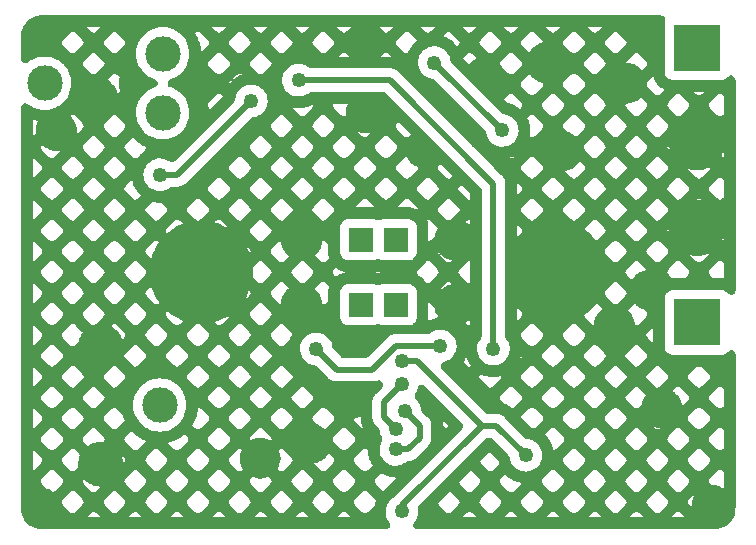
<source format=gbr>
%TF.GenerationSoftware,KiCad,Pcbnew,6.0.4-6f826c9f35~116~ubuntu20.04.1*%
%TF.CreationDate,2022-04-29T21:15:19+02:00*%
%TF.ProjectId,pin-gm-kicad,70696e2d-676d-42d6-9b69-6361642e6b69,rev?*%
%TF.SameCoordinates,Original*%
%TF.FileFunction,Copper,L2,Bot*%
%TF.FilePolarity,Positive*%
%FSLAX46Y46*%
G04 Gerber Fmt 4.6, Leading zero omitted, Abs format (unit mm)*
G04 Created by KiCad (PCBNEW 6.0.4-6f826c9f35~116~ubuntu20.04.1) date 2022-04-29 21:15:19*
%MOMM*%
%LPD*%
G01*
G04 APERTURE LIST*
%TA.AperFunction,ComponentPad*%
%ADD10C,3.000000*%
%TD*%
%TA.AperFunction,ComponentPad*%
%ADD11R,2.000000X2.000000*%
%TD*%
%TA.AperFunction,ComponentPad*%
%ADD12O,2.000000X2.000000*%
%TD*%
%TA.AperFunction,ComponentPad*%
%ADD13R,4.000000X4.000000*%
%TD*%
%TA.AperFunction,ComponentPad*%
%ADD14C,4.000000*%
%TD*%
%TA.AperFunction,ComponentPad*%
%ADD15O,8.000000X8.000000*%
%TD*%
%TA.AperFunction,ViaPad*%
%ADD16C,1.250000*%
%TD*%
%TA.AperFunction,Conductor*%
%ADD17C,0.500000*%
%TD*%
G04 APERTURE END LIST*
D10*
%TO.P,RV1,1,1*%
%TO.N,Net-(R2-Pad2)*%
X66750000Y-54000000D03*
%TO.P,RV1,2,2*%
%TO.N,Net-(R4-Pad1)*%
X56750000Y-56500000D03*
%TO.P,RV1,3,3*%
%TO.N,Net-(R3-Pad1)*%
X66750000Y-59000000D03*
%TD*%
%TO.P,C4,1*%
%TO.N,Net-(C3-Pad2)*%
X66500000Y-83750000D03*
%TO.P,C4,2*%
%TO.N,GND*%
X61500000Y-88750000D03*
X61500000Y-78750000D03*
%TD*%
D11*
%TO.P,D2,1,K*%
%TO.N,/Diode_Cathode*%
X86500000Y-75250000D03*
D12*
%TO.P,D2,2,A*%
%TO.N,GND*%
X91500000Y-75250000D03*
%TD*%
D13*
%TO.P,LS1,1,1*%
%TO.N,Net-(C6-Pad2)*%
X112000000Y-53500000D03*
D14*
%TO.P,LS1,2,2*%
%TO.N,GND*%
X112000000Y-61500000D03*
%TD*%
D11*
%TO.P,D3,1,K*%
%TO.N,/Diode_Cathode*%
X83500000Y-69750000D03*
D12*
%TO.P,D3,2,A*%
%TO.N,GND*%
X78500000Y-69750000D03*
%TD*%
D15*
%TO.P,H2,1,1*%
%TO.N,GND*%
X100000000Y-72500000D03*
%TD*%
%TO.P,H1,1,1*%
%TO.N,GND*%
X70000000Y-72500000D03*
%TD*%
D13*
%TO.P,BT1,1,+*%
%TO.N,VCC*%
X112000000Y-76750000D03*
D14*
%TO.P,BT1,2,-*%
%TO.N,GND*%
X112000000Y-68750000D03*
%TD*%
D11*
%TO.P,D4,1,K*%
%TO.N,/Diode_Cathode*%
X86500000Y-69750000D03*
D12*
%TO.P,D4,2,A*%
%TO.N,GND*%
X91500000Y-69750000D03*
%TD*%
D11*
%TO.P,D1,1,K*%
%TO.N,/Diode_Cathode*%
X83500000Y-75250000D03*
D12*
%TO.P,D1,2,A*%
%TO.N,GND*%
X78500000Y-75250000D03*
%TD*%
D16*
%TO.N,VCC*%
X95500000Y-60500000D03*
X89750000Y-54750000D03*
%TO.N,GND*%
X104994080Y-76994311D03*
X92000000Y-59500000D03*
X75000000Y-88250000D03*
X109000000Y-84000000D03*
X61250000Y-57750000D03*
X108250000Y-51750000D03*
X79250000Y-87000000D03*
X94000000Y-56000000D03*
X83250000Y-78750000D03*
X99250000Y-54750000D03*
X57750000Y-60500000D03*
X83971096Y-58982704D03*
X56500000Y-52500000D03*
X82500000Y-83250000D03*
X83971096Y-52999769D03*
X113250000Y-92250000D03*
X108000000Y-74000000D03*
X64750000Y-56500000D03*
X106000000Y-56500000D03*
X69000000Y-56500000D03*
X100500000Y-62250000D03*
X56500000Y-92500000D03*
X89000000Y-62000000D03*
%TO.N,Net-(C2-Pad1)*%
X94750000Y-79000000D03*
X78250000Y-56250000D03*
%TO.N,Net-(C8-Pad2)*%
X90250000Y-78750000D03*
X79750000Y-79000000D03*
%TO.N,Net-(C13-Pad1)*%
X86500000Y-87500000D03*
X87250000Y-84250000D03*
%TO.N,Net-(C13-Pad2)*%
X86500000Y-85750000D03*
X87000000Y-82000000D03*
%TO.N,Net-(C14-Pad1)*%
X97500000Y-88000000D03*
X87000000Y-92750000D03*
X87000000Y-80000000D03*
%TO.N,Net-(R4-Pad2)*%
X74250000Y-58000000D03*
X66500000Y-64250000D03*
%TD*%
D17*
%TO.N,VCC*%
X95500000Y-60500000D02*
X89750000Y-54750000D01*
%TO.N,Net-(C2-Pad1)*%
X94750000Y-65000000D02*
X94750000Y-79000000D01*
X86000000Y-56250000D02*
X94750000Y-65000000D01*
X78250000Y-56250000D02*
X86000000Y-56250000D01*
%TO.N,Net-(C8-Pad2)*%
X86500000Y-78750000D02*
X84500000Y-80750000D01*
X81500000Y-80750000D02*
X79750000Y-79000000D01*
X90250000Y-78750000D02*
X86500000Y-78750000D01*
X84500000Y-80750000D02*
X81500000Y-80750000D01*
%TO.N,Net-(C13-Pad1)*%
X88500000Y-86500000D02*
X88500000Y-85500000D01*
X86500000Y-87500000D02*
X87500000Y-87500000D01*
X87500000Y-87500000D02*
X88500000Y-86500000D01*
X88500000Y-85500000D02*
X87250000Y-84250000D01*
%TO.N,Net-(C13-Pad2)*%
X85500000Y-83500000D02*
X85500000Y-84750000D01*
X85500000Y-84750000D02*
X86500000Y-85750000D01*
X87000000Y-82000000D02*
X85500000Y-83500000D01*
%TO.N,Net-(C14-Pad1)*%
X88250000Y-80000000D02*
X93750000Y-85500000D01*
X95000000Y-85500000D02*
X93750000Y-85500000D01*
X87000000Y-92750000D02*
X87000000Y-92250000D01*
X87000000Y-92250000D02*
X93750000Y-85500000D01*
X87000000Y-80000000D02*
X88250000Y-80000000D01*
X97500000Y-88000000D02*
X95000000Y-85500000D01*
%TO.N,Net-(R4-Pad2)*%
X66500000Y-64250000D02*
X68000000Y-64250000D01*
X68000000Y-64250000D02*
X74250000Y-58000000D01*
%TD*%
%TA.AperFunction,Conductor*%
%TO.N,GND*%
G36*
X109061217Y-50770764D02*
G01*
X109169495Y-50829361D01*
X109252879Y-50919941D01*
X109302335Y-51032688D01*
X109312502Y-51155385D01*
X109294761Y-51242243D01*
X109260090Y-51346772D01*
X109249500Y-51450134D01*
X109249500Y-55549866D01*
X109260359Y-55654519D01*
X109315744Y-55820529D01*
X109407834Y-55969345D01*
X109531689Y-56092984D01*
X109550186Y-56104386D01*
X109550189Y-56104388D01*
X109662171Y-56173414D01*
X109662174Y-56173415D01*
X109680666Y-56184814D01*
X109846772Y-56239910D01*
X109950134Y-56250500D01*
X114049866Y-56250500D01*
X114123458Y-56242864D01*
X114134166Y-56241753D01*
X114134167Y-56241753D01*
X114154519Y-56239641D01*
X114320529Y-56184256D01*
X114428493Y-56117446D01*
X114450873Y-56103597D01*
X114450874Y-56103596D01*
X114469345Y-56092166D01*
X114592984Y-55968311D01*
X114593150Y-55968042D01*
X114673160Y-55895426D01*
X114786254Y-55846769D01*
X114909019Y-55837470D01*
X115028152Y-55868537D01*
X115130743Y-55936602D01*
X115205674Y-56034291D01*
X115244825Y-56151017D01*
X115249500Y-56209965D01*
X115249500Y-74040073D01*
X115229236Y-74161511D01*
X115170639Y-74269789D01*
X115080059Y-74353173D01*
X114967312Y-74402629D01*
X114844615Y-74412796D01*
X114725266Y-74382572D01*
X114622197Y-74315234D01*
X114596326Y-74287378D01*
X114592166Y-74280655D01*
X114501883Y-74190529D01*
X114483691Y-74172369D01*
X114483690Y-74172368D01*
X114468311Y-74157016D01*
X114449814Y-74145614D01*
X114449811Y-74145612D01*
X114337829Y-74076586D01*
X114337826Y-74076585D01*
X114319334Y-74065186D01*
X114153228Y-74010090D01*
X114049866Y-73999500D01*
X109950134Y-73999500D01*
X109885716Y-74006184D01*
X109865834Y-74008247D01*
X109865833Y-74008247D01*
X109845481Y-74010359D01*
X109679471Y-74065744D01*
X109596505Y-74117085D01*
X109550406Y-74145612D01*
X109530655Y-74157834D01*
X109407016Y-74281689D01*
X109395614Y-74300186D01*
X109395612Y-74300189D01*
X109332468Y-74402629D01*
X109315186Y-74430666D01*
X109260090Y-74596772D01*
X109249500Y-74700134D01*
X109249500Y-78799866D01*
X109260359Y-78904519D01*
X109315744Y-79070529D01*
X109362092Y-79145426D01*
X109390968Y-79192089D01*
X109407834Y-79219345D01*
X109531689Y-79342984D01*
X109550186Y-79354386D01*
X109550189Y-79354388D01*
X109662171Y-79423414D01*
X109662174Y-79423415D01*
X109680666Y-79434814D01*
X109846772Y-79489910D01*
X109950134Y-79500500D01*
X114049866Y-79500500D01*
X114118186Y-79493411D01*
X114134166Y-79491753D01*
X114134167Y-79491753D01*
X114154519Y-79489641D01*
X114320529Y-79434256D01*
X114443027Y-79358452D01*
X114450873Y-79353597D01*
X114450874Y-79353596D01*
X114469345Y-79342166D01*
X114592984Y-79218311D01*
X114593150Y-79218042D01*
X114673160Y-79145426D01*
X114786254Y-79096769D01*
X114909019Y-79087470D01*
X115028152Y-79118537D01*
X115130743Y-79186602D01*
X115205674Y-79284291D01*
X115244825Y-79401017D01*
X115249500Y-79459965D01*
X115249500Y-92428919D01*
X115247574Y-92459528D01*
X115247446Y-92468708D01*
X115244825Y-92489455D01*
X115246866Y-92510270D01*
X115246574Y-92531168D01*
X115245407Y-92531152D01*
X115245703Y-92553093D01*
X115233601Y-92722297D01*
X115226007Y-92775114D01*
X115184319Y-92966753D01*
X115169286Y-93017950D01*
X115109977Y-93176966D01*
X115100749Y-93201707D01*
X115078584Y-93250242D01*
X115077897Y-93251500D01*
X114984591Y-93422376D01*
X114955743Y-93467264D01*
X114838215Y-93624264D01*
X114803270Y-93664593D01*
X114664593Y-93803270D01*
X114624264Y-93838215D01*
X114467264Y-93955743D01*
X114422376Y-93984591D01*
X114403823Y-93994722D01*
X114250242Y-94078584D01*
X114201711Y-94100747D01*
X114017950Y-94169286D01*
X113966753Y-94184319D01*
X113775114Y-94226007D01*
X113722297Y-94233601D01*
X113643327Y-94239249D01*
X113545069Y-94246276D01*
X113526306Y-94246816D01*
X113510545Y-94244825D01*
X113485017Y-94247328D01*
X113481069Y-94247715D01*
X113444574Y-94249500D01*
X88343986Y-94249500D01*
X88222548Y-94229236D01*
X88114270Y-94170639D01*
X88030886Y-94080059D01*
X87981430Y-93967312D01*
X87971263Y-93844615D01*
X88001487Y-93725266D01*
X88051724Y-93645002D01*
X88051086Y-93644544D01*
X88058252Y-93634571D01*
X88183074Y-93460863D01*
X88190494Y-93445851D01*
X88276492Y-93271848D01*
X88276493Y-93271846D01*
X88283291Y-93258091D01*
X88285293Y-93251500D01*
X92120216Y-93251500D01*
X93320956Y-93251500D01*
X95655750Y-93251500D01*
X96856490Y-93251500D01*
X99191283Y-93251500D01*
X100392024Y-93251500D01*
X102726817Y-93251500D01*
X103927558Y-93251500D01*
X106262351Y-93251500D01*
X107463092Y-93251500D01*
X109797885Y-93251500D01*
X110998626Y-93251500D01*
X110637140Y-92890015D01*
X110510640Y-92805490D01*
X110398255Y-92783135D01*
X110285869Y-92805490D01*
X110159372Y-92890013D01*
X109797885Y-93251500D01*
X107463092Y-93251500D01*
X107101605Y-92890013D01*
X106975108Y-92805490D01*
X106862721Y-92783135D01*
X106750335Y-92805490D01*
X106623838Y-92890013D01*
X106262351Y-93251500D01*
X103927558Y-93251500D01*
X103566071Y-92890013D01*
X103439574Y-92805490D01*
X103327188Y-92783135D01*
X103214801Y-92805490D01*
X103088304Y-92890013D01*
X102726817Y-93251500D01*
X100392024Y-93251500D01*
X100030537Y-92890013D01*
X99904040Y-92805490D01*
X99791654Y-92783135D01*
X99679269Y-92805490D01*
X99552769Y-92890015D01*
X99191283Y-93251500D01*
X96856490Y-93251500D01*
X96495005Y-92890015D01*
X96368505Y-92805490D01*
X96256120Y-92783135D01*
X96143735Y-92805490D01*
X96017235Y-92890015D01*
X95655750Y-93251500D01*
X93320956Y-93251500D01*
X92959471Y-92890015D01*
X92832971Y-92805490D01*
X92720586Y-92783135D01*
X92608201Y-92805490D01*
X92481701Y-92890015D01*
X92120216Y-93251500D01*
X88285293Y-93251500D01*
X88308006Y-93176744D01*
X88344584Y-93056351D01*
X88344585Y-93056346D01*
X88349043Y-93041673D01*
X88355465Y-92992891D01*
X88377267Y-92827292D01*
X88377267Y-92827287D01*
X88378566Y-92817423D01*
X88380214Y-92750000D01*
X88361681Y-92524575D01*
X88360550Y-92520071D01*
X88360699Y-92402290D01*
X88400823Y-92285895D01*
X88465062Y-92199859D01*
X88629302Y-92035619D01*
X90040688Y-92035619D01*
X90045105Y-92057822D01*
X90129630Y-92184322D01*
X90713934Y-92768626D01*
X90840434Y-92853151D01*
X90952819Y-92875506D01*
X91065204Y-92853151D01*
X91191704Y-92768626D01*
X91776008Y-92184322D01*
X91860533Y-92057822D01*
X91882888Y-91945437D01*
X93558284Y-91945437D01*
X93580639Y-92057822D01*
X93665164Y-92184322D01*
X94249468Y-92768626D01*
X94375968Y-92853151D01*
X94488353Y-92875506D01*
X94600738Y-92853151D01*
X94727238Y-92768626D01*
X95311542Y-92184322D01*
X95396067Y-92057822D01*
X95418422Y-91945437D01*
X97093818Y-91945437D01*
X97116173Y-92057822D01*
X97200698Y-92184322D01*
X97785002Y-92768626D01*
X97911502Y-92853151D01*
X98023887Y-92875506D01*
X98136273Y-92853151D01*
X98262770Y-92768628D01*
X98847075Y-92184323D01*
X98931600Y-92057822D01*
X98953955Y-91945437D01*
X100629352Y-91945437D01*
X100651707Y-92057822D01*
X100736232Y-92184323D01*
X101320536Y-92768626D01*
X101447036Y-92853151D01*
X101559421Y-92875506D01*
X101671807Y-92853151D01*
X101798304Y-92768628D01*
X102382609Y-92184323D01*
X102467134Y-92057822D01*
X102489489Y-91945437D01*
X104164886Y-91945437D01*
X104187241Y-92057822D01*
X104271766Y-92184323D01*
X104856071Y-92768628D01*
X104982568Y-92853151D01*
X105094955Y-92875506D01*
X105207341Y-92853151D01*
X105333838Y-92768628D01*
X105918143Y-92184323D01*
X106002668Y-92057822D01*
X106025023Y-91945437D01*
X107700420Y-91945437D01*
X107722775Y-92057822D01*
X107807300Y-92184323D01*
X108391605Y-92768628D01*
X108518102Y-92853151D01*
X108630488Y-92875506D01*
X108742873Y-92853151D01*
X108869373Y-92768626D01*
X109453677Y-92184323D01*
X109538202Y-92057822D01*
X109560557Y-91945437D01*
X111235954Y-91945437D01*
X111258309Y-92057822D01*
X111342834Y-92184323D01*
X111530047Y-92371536D01*
X111522266Y-92282596D01*
X111522266Y-92217404D01*
X111542854Y-91982083D01*
X111554175Y-91917881D01*
X111615313Y-91689711D01*
X111637610Y-91628449D01*
X111737441Y-91414362D01*
X111770037Y-91357905D01*
X111905527Y-91164405D01*
X111947432Y-91114464D01*
X111964843Y-91097053D01*
X111927139Y-91122246D01*
X111342834Y-91706551D01*
X111258309Y-91833052D01*
X111235954Y-91945437D01*
X109560557Y-91945437D01*
X109538202Y-91833052D01*
X109453677Y-91706551D01*
X108869373Y-91122248D01*
X108742873Y-91037723D01*
X108630488Y-91015368D01*
X108518102Y-91037723D01*
X108391605Y-91122246D01*
X107807300Y-91706551D01*
X107722775Y-91833052D01*
X107700420Y-91945437D01*
X106025023Y-91945437D01*
X106002668Y-91833052D01*
X105918143Y-91706551D01*
X105333838Y-91122246D01*
X105207341Y-91037723D01*
X105094955Y-91015368D01*
X104982568Y-91037723D01*
X104856071Y-91122246D01*
X104271766Y-91706551D01*
X104187241Y-91833052D01*
X104164886Y-91945437D01*
X102489489Y-91945437D01*
X102467134Y-91833052D01*
X102382609Y-91706551D01*
X101798304Y-91122246D01*
X101671807Y-91037723D01*
X101559421Y-91015368D01*
X101447036Y-91037723D01*
X101320536Y-91122248D01*
X100736232Y-91706551D01*
X100651707Y-91833052D01*
X100629352Y-91945437D01*
X98953955Y-91945437D01*
X98931600Y-91833052D01*
X98847075Y-91706551D01*
X98262770Y-91122246D01*
X98136273Y-91037723D01*
X98023887Y-91015368D01*
X97911502Y-91037723D01*
X97785002Y-91122248D01*
X97200698Y-91706552D01*
X97116173Y-91833052D01*
X97093818Y-91945437D01*
X95418422Y-91945437D01*
X95396067Y-91833052D01*
X95311542Y-91706552D01*
X94727238Y-91122248D01*
X94600738Y-91037723D01*
X94488353Y-91015368D01*
X94375968Y-91037723D01*
X94249468Y-91122248D01*
X93665164Y-91706552D01*
X93580639Y-91833052D01*
X93558284Y-91945437D01*
X91882888Y-91945437D01*
X91860533Y-91833052D01*
X91776008Y-91706552D01*
X91191704Y-91122248D01*
X91065204Y-91037723D01*
X91043001Y-91033306D01*
X90040688Y-92035619D01*
X88629302Y-92035619D01*
X90397069Y-90267852D01*
X91808455Y-90267852D01*
X91812872Y-90290055D01*
X91897397Y-90416555D01*
X92481701Y-91000859D01*
X92608201Y-91085384D01*
X92720586Y-91107739D01*
X92832971Y-91085384D01*
X92959471Y-91000859D01*
X93543775Y-90416555D01*
X93628300Y-90290055D01*
X93650655Y-90177670D01*
X95326051Y-90177670D01*
X95348406Y-90290055D01*
X95432931Y-90416555D01*
X96017235Y-91000859D01*
X96143735Y-91085384D01*
X96256120Y-91107739D01*
X96368505Y-91085384D01*
X96495005Y-91000859D01*
X97079309Y-90416555D01*
X97126335Y-90346177D01*
X96915963Y-90303376D01*
X96901008Y-90300013D01*
X96881103Y-90295106D01*
X96866281Y-90291127D01*
X96807425Y-90274028D01*
X96792775Y-90269444D01*
X96773338Y-90262921D01*
X96758909Y-90257748D01*
X96549205Y-90177670D01*
X98861585Y-90177670D01*
X98883940Y-90290055D01*
X98968465Y-90416556D01*
X99552769Y-91000859D01*
X99679269Y-91085384D01*
X99791654Y-91107739D01*
X99904040Y-91085384D01*
X100030537Y-91000861D01*
X100614842Y-90416556D01*
X100699367Y-90290055D01*
X100721722Y-90177670D01*
X102397119Y-90177670D01*
X102419474Y-90290055D01*
X102503999Y-90416556D01*
X103088304Y-91000861D01*
X103214801Y-91085384D01*
X103327188Y-91107739D01*
X103439574Y-91085384D01*
X103566071Y-91000861D01*
X104150376Y-90416556D01*
X104234901Y-90290055D01*
X104257256Y-90177670D01*
X105932653Y-90177670D01*
X105955008Y-90290055D01*
X106039533Y-90416556D01*
X106623838Y-91000861D01*
X106750335Y-91085384D01*
X106862721Y-91107739D01*
X106975108Y-91085384D01*
X107101605Y-91000861D01*
X107685910Y-90416556D01*
X107770435Y-90290055D01*
X107792790Y-90177670D01*
X109468187Y-90177670D01*
X109490542Y-90290055D01*
X109575067Y-90416556D01*
X110159372Y-91000861D01*
X110285869Y-91085384D01*
X110398255Y-91107739D01*
X110510640Y-91085384D01*
X110637140Y-91000859D01*
X111221444Y-90416556D01*
X111305969Y-90290055D01*
X111328324Y-90177670D01*
X113003720Y-90177670D01*
X113026075Y-90290055D01*
X113110600Y-90416555D01*
X113216399Y-90522354D01*
X113217403Y-90522266D01*
X113282596Y-90522266D01*
X113517917Y-90542854D01*
X113582119Y-90554175D01*
X113810289Y-90615313D01*
X113871550Y-90637610D01*
X114085638Y-90737441D01*
X114142097Y-90770038D01*
X114251500Y-90846643D01*
X114251500Y-89433307D01*
X114172674Y-89354481D01*
X114046174Y-89269956D01*
X113933789Y-89247601D01*
X113821403Y-89269956D01*
X113694906Y-89354479D01*
X113110600Y-89938785D01*
X113026075Y-90065285D01*
X113003720Y-90177670D01*
X111328324Y-90177670D01*
X111305969Y-90065285D01*
X111221444Y-89938784D01*
X110637140Y-89354481D01*
X110510640Y-89269956D01*
X110398255Y-89247601D01*
X110285869Y-89269956D01*
X110159372Y-89354479D01*
X109575067Y-89938784D01*
X109490542Y-90065285D01*
X109468187Y-90177670D01*
X107792790Y-90177670D01*
X107770435Y-90065285D01*
X107685910Y-89938784D01*
X107101605Y-89354479D01*
X106975108Y-89269956D01*
X106862721Y-89247601D01*
X106750335Y-89269956D01*
X106623838Y-89354479D01*
X106039533Y-89938784D01*
X105955008Y-90065285D01*
X105932653Y-90177670D01*
X104257256Y-90177670D01*
X104234901Y-90065285D01*
X104150376Y-89938784D01*
X103566071Y-89354479D01*
X103439574Y-89269956D01*
X103327188Y-89247601D01*
X103214801Y-89269956D01*
X103088304Y-89354479D01*
X102503999Y-89938784D01*
X102419474Y-90065285D01*
X102397119Y-90177670D01*
X100721722Y-90177670D01*
X100699367Y-90065285D01*
X100614842Y-89938784D01*
X100030537Y-89354479D01*
X99904040Y-89269956D01*
X99791654Y-89247601D01*
X99679269Y-89269956D01*
X99552769Y-89354481D01*
X98968465Y-89938784D01*
X98883940Y-90065285D01*
X98861585Y-90177670D01*
X96549205Y-90177670D01*
X96547605Y-90177059D01*
X96533398Y-90171297D01*
X96514560Y-90163204D01*
X96500586Y-90156858D01*
X96445312Y-90130375D01*
X96431619Y-90123465D01*
X96413509Y-90113856D01*
X96400109Y-90106391D01*
X96204822Y-89992274D01*
X96191737Y-89984262D01*
X96174472Y-89973199D01*
X96161729Y-89964661D01*
X96111524Y-89929506D01*
X96099146Y-89920455D01*
X96082851Y-89908019D01*
X96070852Y-89898465D01*
X95896825Y-89753985D01*
X95885226Y-89743947D01*
X95870003Y-89730216D01*
X95858828Y-89719713D01*
X95815038Y-89676831D01*
X95804296Y-89665871D01*
X95790248Y-89650937D01*
X95779974Y-89639556D01*
X95757781Y-89613935D01*
X95432931Y-89938785D01*
X95348406Y-90065285D01*
X95326051Y-90177670D01*
X93650655Y-90177670D01*
X93628300Y-90065285D01*
X93543775Y-89938785D01*
X92959471Y-89354481D01*
X92832971Y-89269956D01*
X92810768Y-89265539D01*
X91808455Y-90267852D01*
X90397069Y-90267852D01*
X92164836Y-88500085D01*
X93576222Y-88500085D01*
X93580639Y-88522288D01*
X93665164Y-88648788D01*
X94249468Y-89233092D01*
X94375968Y-89317617D01*
X94488353Y-89339972D01*
X94600738Y-89317617D01*
X94727238Y-89233092D01*
X95236039Y-88724291D01*
X95222650Y-88681570D01*
X95218368Y-88666857D01*
X95213043Y-88647057D01*
X95209360Y-88632148D01*
X95181291Y-88507597D01*
X94375000Y-87701307D01*
X93576222Y-88500085D01*
X92164836Y-88500085D01*
X94054879Y-86610042D01*
X94155077Y-86538502D01*
X94273076Y-86503372D01*
X94319337Y-86500500D01*
X94430663Y-86500500D01*
X94552101Y-86520764D01*
X94660379Y-86579361D01*
X94695121Y-86610042D01*
X96023688Y-87938608D01*
X96095228Y-88038806D01*
X96130358Y-88156805D01*
X96131883Y-88173558D01*
X96132335Y-88176774D01*
X96133218Y-88192089D01*
X96136591Y-88207055D01*
X96136591Y-88207057D01*
X96158116Y-88302568D01*
X96182944Y-88412740D01*
X96188718Y-88426959D01*
X96188720Y-88426966D01*
X96240386Y-88554202D01*
X96268041Y-88622307D01*
X96386222Y-88815162D01*
X96396270Y-88826762D01*
X96396271Y-88826763D01*
X96416446Y-88850053D01*
X96534315Y-88986125D01*
X96546124Y-88995929D01*
X96546128Y-88995933D01*
X96696529Y-89120798D01*
X96708342Y-89130605D01*
X96903629Y-89244722D01*
X96917959Y-89250194D01*
X96917963Y-89250196D01*
X97094522Y-89317617D01*
X97114933Y-89325411D01*
X97336577Y-89370505D01*
X97449594Y-89374649D01*
X97547277Y-89378231D01*
X97547280Y-89378231D01*
X97562611Y-89378793D01*
X97577823Y-89376844D01*
X97577829Y-89376844D01*
X97771741Y-89352003D01*
X97786963Y-89350053D01*
X97887338Y-89319939D01*
X97988904Y-89289468D01*
X97988910Y-89289466D01*
X98003608Y-89285056D01*
X98034431Y-89269956D01*
X98192941Y-89192303D01*
X98192944Y-89192301D01*
X98206729Y-89185548D01*
X98390870Y-89054202D01*
X98551086Y-88894544D01*
X98683074Y-88710863D01*
X98690507Y-88695825D01*
X98776492Y-88521848D01*
X98776493Y-88521846D01*
X98783291Y-88508091D01*
X98809025Y-88423390D01*
X98813123Y-88409903D01*
X100629352Y-88409903D01*
X100651707Y-88522288D01*
X100736232Y-88648789D01*
X101320536Y-89233092D01*
X101447036Y-89317617D01*
X101559421Y-89339972D01*
X101671807Y-89317617D01*
X101798304Y-89233094D01*
X102382609Y-88648789D01*
X102467134Y-88522288D01*
X102489489Y-88409903D01*
X104164886Y-88409903D01*
X104187241Y-88522288D01*
X104271766Y-88648789D01*
X104856071Y-89233094D01*
X104982568Y-89317617D01*
X105094955Y-89339972D01*
X105207341Y-89317617D01*
X105333838Y-89233094D01*
X105918143Y-88648789D01*
X106002668Y-88522288D01*
X106025023Y-88409903D01*
X107700420Y-88409903D01*
X107722775Y-88522288D01*
X107807300Y-88648789D01*
X108391605Y-89233094D01*
X108518102Y-89317617D01*
X108630488Y-89339972D01*
X108742873Y-89317617D01*
X108869373Y-89233092D01*
X109453677Y-88648789D01*
X109538202Y-88522288D01*
X109560557Y-88409903D01*
X111235954Y-88409903D01*
X111258309Y-88522288D01*
X111342834Y-88648789D01*
X111927139Y-89233094D01*
X112053636Y-89317617D01*
X112166022Y-89339972D01*
X112278407Y-89317617D01*
X112404907Y-89233092D01*
X112989211Y-88648788D01*
X113073736Y-88522288D01*
X113096091Y-88409903D01*
X113073736Y-88297518D01*
X112989211Y-88171018D01*
X112404907Y-87586714D01*
X112278407Y-87502189D01*
X112166022Y-87479834D01*
X112053636Y-87502189D01*
X111927139Y-87586712D01*
X111342834Y-88171017D01*
X111258309Y-88297518D01*
X111235954Y-88409903D01*
X109560557Y-88409903D01*
X109538202Y-88297518D01*
X109453677Y-88171017D01*
X108869373Y-87586714D01*
X108742873Y-87502189D01*
X108630488Y-87479834D01*
X108518102Y-87502189D01*
X108391605Y-87586712D01*
X107807300Y-88171017D01*
X107722775Y-88297518D01*
X107700420Y-88409903D01*
X106025023Y-88409903D01*
X106002668Y-88297518D01*
X105918143Y-88171017D01*
X105333838Y-87586712D01*
X105207341Y-87502189D01*
X105094955Y-87479834D01*
X104982568Y-87502189D01*
X104856071Y-87586712D01*
X104271766Y-88171017D01*
X104187241Y-88297518D01*
X104164886Y-88409903D01*
X102489489Y-88409903D01*
X102467134Y-88297518D01*
X102382609Y-88171017D01*
X101798304Y-87586712D01*
X101671807Y-87502189D01*
X101559421Y-87479834D01*
X101447036Y-87502189D01*
X101320536Y-87586714D01*
X100736232Y-88171017D01*
X100651707Y-88297518D01*
X100629352Y-88409903D01*
X98813123Y-88409903D01*
X98844584Y-88306351D01*
X98844585Y-88306346D01*
X98849043Y-88291673D01*
X98855200Y-88244906D01*
X98877267Y-88077292D01*
X98877267Y-88077287D01*
X98878566Y-88067423D01*
X98880214Y-88000000D01*
X98866701Y-87835638D01*
X98862939Y-87789871D01*
X98862938Y-87789865D01*
X98861681Y-87774575D01*
X98843278Y-87701307D01*
X98816319Y-87593982D01*
X98806579Y-87555204D01*
X98774574Y-87481597D01*
X98722504Y-87361847D01*
X98716387Y-87347779D01*
X98624006Y-87204979D01*
X98601869Y-87170760D01*
X98601866Y-87170756D01*
X98593529Y-87157869D01*
X98511870Y-87068126D01*
X98451631Y-87001924D01*
X98451629Y-87001922D01*
X98441304Y-86990575D01*
X98429262Y-86981065D01*
X98429259Y-86981062D01*
X98275844Y-86859902D01*
X98275839Y-86859899D01*
X98263799Y-86850390D01*
X98065782Y-86741079D01*
X97939330Y-86696300D01*
X97867043Y-86670702D01*
X97867041Y-86670702D01*
X97852570Y-86665577D01*
X97637268Y-86627225D01*
X97521268Y-86585980D01*
X97438400Y-86523480D01*
X97171231Y-86256311D01*
X99115404Y-86256311D01*
X99143489Y-86282500D01*
X99154492Y-86293190D01*
X99168902Y-86307777D01*
X99179458Y-86318910D01*
X99331683Y-86486204D01*
X99341776Y-86497764D01*
X99354941Y-86513482D01*
X99364543Y-86525435D01*
X99401938Y-86573994D01*
X99411045Y-86586336D01*
X99422877Y-86603078D01*
X99431470Y-86615782D01*
X99554328Y-86805692D01*
X99562392Y-86818735D01*
X99572812Y-86836389D01*
X99580336Y-86849757D01*
X99609298Y-86903770D01*
X99616265Y-86917427D01*
X99625205Y-86935878D01*
X99631612Y-86949823D01*
X99721804Y-87157248D01*
X99727632Y-87171441D01*
X99735030Y-87190564D01*
X99740269Y-87204979D01*
X99760021Y-87263001D01*
X99764666Y-87277622D01*
X99770471Y-87297283D01*
X99774511Y-87312076D01*
X99829613Y-87531447D01*
X99833045Y-87546404D01*
X99836554Y-87563274D01*
X99904040Y-87549850D01*
X100030537Y-87465327D01*
X100614842Y-86881022D01*
X100699367Y-86754521D01*
X100721722Y-86642136D01*
X102397119Y-86642136D01*
X102419474Y-86754521D01*
X102503999Y-86881022D01*
X103088304Y-87465327D01*
X103214801Y-87549850D01*
X103327188Y-87572205D01*
X103439574Y-87549850D01*
X103566071Y-87465327D01*
X104150376Y-86881022D01*
X104234901Y-86754521D01*
X104257256Y-86642136D01*
X105932653Y-86642136D01*
X105955008Y-86754521D01*
X106039533Y-86881022D01*
X106623838Y-87465327D01*
X106750335Y-87549850D01*
X106862721Y-87572205D01*
X106975108Y-87549850D01*
X107101605Y-87465327D01*
X107685910Y-86881022D01*
X107770435Y-86754521D01*
X107792790Y-86642136D01*
X109468187Y-86642136D01*
X109490542Y-86754521D01*
X109575067Y-86881022D01*
X110159372Y-87465327D01*
X110285869Y-87549850D01*
X110398255Y-87572205D01*
X110510640Y-87549850D01*
X110637140Y-87465325D01*
X111221444Y-86881022D01*
X111305969Y-86754521D01*
X111328324Y-86642136D01*
X113003720Y-86642136D01*
X113026075Y-86754521D01*
X113110600Y-86881021D01*
X113694906Y-87465327D01*
X113821403Y-87549850D01*
X113933789Y-87572205D01*
X114046174Y-87549850D01*
X114172674Y-87465325D01*
X114251500Y-87386499D01*
X114251500Y-85897773D01*
X114172674Y-85818947D01*
X114046174Y-85734422D01*
X113933789Y-85712067D01*
X113821403Y-85734422D01*
X113694906Y-85818945D01*
X113110600Y-86403251D01*
X113026075Y-86529751D01*
X113003720Y-86642136D01*
X111328324Y-86642136D01*
X111305969Y-86529751D01*
X111221444Y-86403250D01*
X110637140Y-85818947D01*
X110510640Y-85734422D01*
X110398255Y-85712067D01*
X110285869Y-85734422D01*
X110159372Y-85818945D01*
X109575067Y-86403250D01*
X109490542Y-86529751D01*
X109468187Y-86642136D01*
X107792790Y-86642136D01*
X107770435Y-86529751D01*
X107685910Y-86403250D01*
X107101605Y-85818945D01*
X106975108Y-85734422D01*
X106862721Y-85712067D01*
X106750335Y-85734422D01*
X106623838Y-85818945D01*
X106039533Y-86403250D01*
X105955008Y-86529751D01*
X105932653Y-86642136D01*
X104257256Y-86642136D01*
X104234901Y-86529751D01*
X104150376Y-86403250D01*
X103566071Y-85818945D01*
X103439574Y-85734422D01*
X103327188Y-85712067D01*
X103214801Y-85734422D01*
X103088304Y-85818945D01*
X102503999Y-86403250D01*
X102419474Y-86529751D01*
X102397119Y-86642136D01*
X100721722Y-86642136D01*
X100699367Y-86529751D01*
X100614842Y-86403250D01*
X100030537Y-85818945D01*
X99904040Y-85734422D01*
X99791654Y-85712067D01*
X99679269Y-85734422D01*
X99552769Y-85818947D01*
X99115404Y-86256311D01*
X97171231Y-86256311D01*
X95721351Y-84806431D01*
X95714070Y-84798944D01*
X95701112Y-84785241D01*
X97111547Y-84785241D01*
X98005396Y-85679090D01*
X98027588Y-85683043D01*
X98042630Y-85686042D01*
X98062650Y-85690462D01*
X98077558Y-85694075D01*
X98136813Y-85709731D01*
X98151573Y-85713957D01*
X98171162Y-85720003D01*
X98185707Y-85724821D01*
X98209409Y-85733214D01*
X98262770Y-85697560D01*
X98847075Y-85113255D01*
X98931600Y-84986754D01*
X98953955Y-84874369D01*
X100629352Y-84874369D01*
X100651707Y-84986754D01*
X100736232Y-85113255D01*
X101320536Y-85697558D01*
X101447036Y-85782083D01*
X101559421Y-85804438D01*
X101671807Y-85782083D01*
X101798304Y-85697560D01*
X102382609Y-85113255D01*
X102467134Y-84986754D01*
X102489489Y-84874369D01*
X104164886Y-84874369D01*
X104187241Y-84986754D01*
X104271766Y-85113255D01*
X104856071Y-85697560D01*
X104982568Y-85782083D01*
X105094955Y-85804438D01*
X105207341Y-85782083D01*
X105333838Y-85697560D01*
X105481930Y-85549468D01*
X108243513Y-85549468D01*
X108391605Y-85697560D01*
X108518102Y-85782083D01*
X108630488Y-85804438D01*
X108742873Y-85782083D01*
X108840790Y-85716657D01*
X108732083Y-85707146D01*
X108667881Y-85695825D01*
X108439711Y-85634687D01*
X108378450Y-85612390D01*
X108243513Y-85549468D01*
X105481930Y-85549468D01*
X105918143Y-85113255D01*
X106002668Y-84986754D01*
X106025023Y-84874369D01*
X111235954Y-84874369D01*
X111258309Y-84986754D01*
X111342834Y-85113255D01*
X111927139Y-85697560D01*
X112053636Y-85782083D01*
X112166022Y-85804438D01*
X112278407Y-85782083D01*
X112404907Y-85697558D01*
X112989211Y-85113254D01*
X113073736Y-84986754D01*
X113096091Y-84874369D01*
X113073736Y-84761984D01*
X112989211Y-84635484D01*
X112404907Y-84051180D01*
X112278407Y-83966655D01*
X112166022Y-83944300D01*
X112053636Y-83966655D01*
X111927139Y-84051178D01*
X111342834Y-84635483D01*
X111258309Y-84761984D01*
X111235954Y-84874369D01*
X106025023Y-84874369D01*
X106002668Y-84761984D01*
X105918143Y-84635483D01*
X105333838Y-84051178D01*
X105207341Y-83966655D01*
X105094955Y-83944300D01*
X104982568Y-83966655D01*
X104856071Y-84051178D01*
X104271766Y-84635483D01*
X104187241Y-84761984D01*
X104164886Y-84874369D01*
X102489489Y-84874369D01*
X102467134Y-84761984D01*
X102382609Y-84635483D01*
X101798304Y-84051178D01*
X101671807Y-83966655D01*
X101559421Y-83944300D01*
X101447036Y-83966655D01*
X101320536Y-84051180D01*
X100736232Y-84635483D01*
X100651707Y-84761984D01*
X100629352Y-84874369D01*
X98953955Y-84874369D01*
X98931600Y-84761984D01*
X98847075Y-84635483D01*
X98262770Y-84051178D01*
X98136273Y-83966655D01*
X98023887Y-83944300D01*
X97911502Y-83966655D01*
X97785002Y-84051180D01*
X97200698Y-84635484D01*
X97116173Y-84761984D01*
X97111547Y-84785241D01*
X95701112Y-84785241D01*
X95670135Y-84752484D01*
X95657119Y-84738720D01*
X95615142Y-84709327D01*
X95593305Y-84692812D01*
X95553597Y-84660427D01*
X95536807Y-84651649D01*
X95527678Y-84645630D01*
X95515696Y-84638345D01*
X95506142Y-84633005D01*
X95490621Y-84622137D01*
X95473238Y-84614615D01*
X95473231Y-84614611D01*
X95443615Y-84601796D01*
X95418872Y-84589994D01*
X95373470Y-84566258D01*
X95355260Y-84561036D01*
X95345126Y-84556983D01*
X95331897Y-84552246D01*
X95321468Y-84548938D01*
X95304081Y-84541414D01*
X95253928Y-84530937D01*
X95227345Y-84524358D01*
X95178087Y-84510234D01*
X95159194Y-84508780D01*
X95148433Y-84506844D01*
X95127721Y-84503896D01*
X95119187Y-84502788D01*
X95105120Y-84499849D01*
X95098461Y-84499500D01*
X95052962Y-84499500D01*
X95024269Y-84498398D01*
X94994314Y-84496093D01*
X94994312Y-84496093D01*
X94975429Y-84494640D01*
X94956635Y-84497014D01*
X94950595Y-84497162D01*
X94913426Y-84499500D01*
X94319337Y-84499500D01*
X94197899Y-84479236D01*
X94089621Y-84420639D01*
X94054879Y-84389958D01*
X92771523Y-83106602D01*
X95326051Y-83106602D01*
X95348406Y-83218987D01*
X95432931Y-83345487D01*
X95719164Y-83631720D01*
X95778483Y-83655446D01*
X95795873Y-83662917D01*
X95818858Y-83673489D01*
X95835856Y-83681835D01*
X95860973Y-83694967D01*
X95886961Y-83706212D01*
X95904142Y-83714168D01*
X95926824Y-83725378D01*
X95943578Y-83734193D01*
X96009568Y-83771074D01*
X96025847Y-83780720D01*
X96039961Y-83789574D01*
X96054298Y-83798018D01*
X96070370Y-83808042D01*
X96133479Y-83849655D01*
X96149013Y-83860472D01*
X96169400Y-83875448D01*
X96184368Y-83887037D01*
X96206334Y-83904952D01*
X96229544Y-83921204D01*
X96244769Y-83932448D01*
X96264729Y-83947986D01*
X96279367Y-83959989D01*
X96336589Y-84009381D01*
X96346780Y-84018638D01*
X96368505Y-84014316D01*
X96495005Y-83929791D01*
X97079309Y-83345487D01*
X97163834Y-83218987D01*
X97186189Y-83106602D01*
X98861585Y-83106602D01*
X98883940Y-83218987D01*
X98968465Y-83345488D01*
X99552769Y-83929791D01*
X99679269Y-84014316D01*
X99791654Y-84036671D01*
X99904040Y-84014316D01*
X100030537Y-83929793D01*
X100614842Y-83345488D01*
X100699367Y-83218987D01*
X100721722Y-83106602D01*
X102397119Y-83106602D01*
X102419474Y-83218987D01*
X102503999Y-83345488D01*
X103088304Y-83929793D01*
X103214801Y-84014316D01*
X103327188Y-84036671D01*
X103439574Y-84014316D01*
X103566071Y-83929793D01*
X104150376Y-83345488D01*
X104234901Y-83218987D01*
X104257256Y-83106602D01*
X105932653Y-83106602D01*
X105955008Y-83218987D01*
X106039533Y-83345488D01*
X106623838Y-83929793D01*
X106750335Y-84014316D01*
X106862721Y-84036671D01*
X106975108Y-84014316D01*
X107101605Y-83929793D01*
X107292234Y-83739164D01*
X107292854Y-83732082D01*
X107304175Y-83667881D01*
X107365313Y-83439711D01*
X107387610Y-83378449D01*
X107487441Y-83164362D01*
X107520037Y-83107905D01*
X107655527Y-82914405D01*
X107689808Y-82873550D01*
X107685910Y-82867716D01*
X107350854Y-82532660D01*
X109910123Y-82532660D01*
X110085596Y-82655528D01*
X110135536Y-82697432D01*
X110302568Y-82864464D01*
X110344473Y-82914405D01*
X110479963Y-83107905D01*
X110512559Y-83164362D01*
X110612390Y-83378449D01*
X110634687Y-83439711D01*
X110695825Y-83667881D01*
X110707146Y-83732083D01*
X110717420Y-83849511D01*
X111221444Y-83345488D01*
X111305969Y-83218987D01*
X111328324Y-83106602D01*
X113003720Y-83106602D01*
X113026075Y-83218987D01*
X113110600Y-83345487D01*
X113694906Y-83929793D01*
X113821403Y-84014316D01*
X113933789Y-84036671D01*
X114046174Y-84014316D01*
X114172674Y-83929791D01*
X114251500Y-83850965D01*
X114251500Y-82362239D01*
X114172674Y-82283413D01*
X114046174Y-82198888D01*
X113933789Y-82176533D01*
X113821403Y-82198888D01*
X113694906Y-82283411D01*
X113110600Y-82867717D01*
X113026075Y-82994217D01*
X113003720Y-83106602D01*
X111328324Y-83106602D01*
X111305969Y-82994217D01*
X111221444Y-82867716D01*
X110637140Y-82283413D01*
X110510640Y-82198888D01*
X110398255Y-82176533D01*
X110285869Y-82198888D01*
X110159372Y-82283411D01*
X109910123Y-82532660D01*
X107350854Y-82532660D01*
X107101605Y-82283411D01*
X106975108Y-82198888D01*
X106862721Y-82176533D01*
X106750335Y-82198888D01*
X106623838Y-82283411D01*
X106039533Y-82867716D01*
X105955008Y-82994217D01*
X105932653Y-83106602D01*
X104257256Y-83106602D01*
X104234901Y-82994217D01*
X104150376Y-82867716D01*
X103566071Y-82283411D01*
X103439574Y-82198888D01*
X103327188Y-82176533D01*
X103214801Y-82198888D01*
X103088304Y-82283411D01*
X102503999Y-82867716D01*
X102419474Y-82994217D01*
X102397119Y-83106602D01*
X100721722Y-83106602D01*
X100699367Y-82994217D01*
X100614842Y-82867716D01*
X100030537Y-82283411D01*
X99904040Y-82198888D01*
X99791654Y-82176533D01*
X99679269Y-82198888D01*
X99552769Y-82283413D01*
X98968465Y-82867716D01*
X98883940Y-82994217D01*
X98861585Y-83106602D01*
X97186189Y-83106602D01*
X97163834Y-82994217D01*
X97079309Y-82867717D01*
X96495005Y-82283413D01*
X96368505Y-82198888D01*
X96256120Y-82176533D01*
X96143735Y-82198888D01*
X96017235Y-82283413D01*
X95432931Y-82867717D01*
X95348406Y-82994217D01*
X95326051Y-83106602D01*
X92771523Y-83106602D01*
X91003756Y-81338835D01*
X93558284Y-81338835D01*
X93580639Y-81451220D01*
X93665164Y-81577720D01*
X94249468Y-82162024D01*
X94375968Y-82246549D01*
X94488353Y-82268904D01*
X94600738Y-82246549D01*
X94727238Y-82162024D01*
X95311542Y-81577720D01*
X95396067Y-81451220D01*
X95418422Y-81338835D01*
X97093818Y-81338835D01*
X97116173Y-81451220D01*
X97200698Y-81577720D01*
X97785002Y-82162024D01*
X97911502Y-82246549D01*
X98023887Y-82268904D01*
X98136273Y-82246549D01*
X98262770Y-82162026D01*
X98847075Y-81577721D01*
X98931600Y-81451220D01*
X98953956Y-81338835D01*
X100629352Y-81338835D01*
X100651707Y-81451220D01*
X100736232Y-81577721D01*
X101320536Y-82162024D01*
X101447036Y-82246549D01*
X101559421Y-82268904D01*
X101671807Y-82246549D01*
X101798304Y-82162026D01*
X102382609Y-81577721D01*
X102467134Y-81451220D01*
X102489490Y-81338835D01*
X104164886Y-81338835D01*
X104187241Y-81451220D01*
X104271766Y-81577721D01*
X104856071Y-82162026D01*
X104982568Y-82246549D01*
X105094955Y-82268904D01*
X105207341Y-82246549D01*
X105333838Y-82162026D01*
X105918143Y-81577721D01*
X106002668Y-81451220D01*
X106025024Y-81338833D01*
X107700419Y-81338833D01*
X107722775Y-81451220D01*
X107807300Y-81577721D01*
X108391605Y-82162026D01*
X108518102Y-82246549D01*
X108630488Y-82268904D01*
X108742873Y-82246549D01*
X108869373Y-82162024D01*
X109453677Y-81577721D01*
X109538202Y-81451220D01*
X109560557Y-81338835D01*
X109560557Y-81338833D01*
X111235953Y-81338833D01*
X111258309Y-81451220D01*
X111342834Y-81577721D01*
X111927139Y-82162026D01*
X112053636Y-82246549D01*
X112166022Y-82268904D01*
X112278407Y-82246549D01*
X112404907Y-82162024D01*
X112989211Y-81577720D01*
X113073736Y-81451220D01*
X113096091Y-81338835D01*
X113073736Y-81226449D01*
X112989213Y-81099952D01*
X112404909Y-80515648D01*
X112379246Y-80498500D01*
X111952798Y-80498500D01*
X111927137Y-80515646D01*
X111342834Y-81099949D01*
X111258307Y-81226453D01*
X111235953Y-81338833D01*
X109560557Y-81338833D01*
X109538202Y-81226451D01*
X109453677Y-81099949D01*
X108869373Y-80515646D01*
X108742873Y-80431121D01*
X108630488Y-80408766D01*
X108518102Y-80431121D01*
X108391605Y-80515644D01*
X107807300Y-81099949D01*
X107722773Y-81226453D01*
X107700419Y-81338833D01*
X106025024Y-81338833D01*
X106002670Y-81226453D01*
X105918143Y-81099949D01*
X105333838Y-80515644D01*
X105207341Y-80431121D01*
X105094955Y-80408766D01*
X104982568Y-80431121D01*
X104856071Y-80515644D01*
X104271766Y-81099949D01*
X104187241Y-81226451D01*
X104164886Y-81338835D01*
X102489490Y-81338835D01*
X102489490Y-81338833D01*
X102467136Y-81226453D01*
X102382609Y-81099949D01*
X101798304Y-80515644D01*
X101671807Y-80431121D01*
X101559421Y-80408766D01*
X101447036Y-80431121D01*
X101320536Y-80515646D01*
X100736232Y-81099949D01*
X100651707Y-81226451D01*
X100629352Y-81338835D01*
X98953956Y-81338835D01*
X98953956Y-81338833D01*
X98931602Y-81226453D01*
X98847075Y-81099949D01*
X98262770Y-80515644D01*
X98136273Y-80431121D01*
X98023887Y-80408766D01*
X97911502Y-80431121D01*
X97785002Y-80515646D01*
X97200696Y-81099952D01*
X97116173Y-81226449D01*
X97093818Y-81338835D01*
X95418422Y-81338835D01*
X95406919Y-81281007D01*
X95323750Y-81305959D01*
X95308963Y-81310067D01*
X95289104Y-81315147D01*
X95274183Y-81318640D01*
X95214232Y-81331384D01*
X95199170Y-81334264D01*
X95178954Y-81337702D01*
X95163773Y-81339965D01*
X94939421Y-81368705D01*
X94924169Y-81370341D01*
X94903743Y-81372110D01*
X94888437Y-81373120D01*
X94827211Y-81375900D01*
X94811871Y-81376281D01*
X94791370Y-81376370D01*
X94776042Y-81376123D01*
X94550008Y-81367835D01*
X94534689Y-81366958D01*
X94514249Y-81365367D01*
X94498990Y-81363864D01*
X94438130Y-81356607D01*
X94422942Y-81354480D01*
X94402701Y-81351220D01*
X94387607Y-81348470D01*
X94165963Y-81303376D01*
X94151008Y-81300013D01*
X94131103Y-81295106D01*
X94116281Y-81291127D01*
X94057425Y-81274028D01*
X94042775Y-81269444D01*
X94023338Y-81262921D01*
X94008909Y-81257748D01*
X93797605Y-81177059D01*
X93783398Y-81171297D01*
X93764560Y-81163204D01*
X93750586Y-81156858D01*
X93695312Y-81130375D01*
X93681619Y-81123465D01*
X93663509Y-81113856D01*
X93657943Y-81110755D01*
X93580639Y-81226449D01*
X93558284Y-81338835D01*
X91003756Y-81338835D01*
X90385884Y-80720963D01*
X90314344Y-80620766D01*
X90279214Y-80502767D01*
X90284302Y-80379756D01*
X90329056Y-80265061D01*
X90408626Y-80171113D01*
X90513027Y-80108903D01*
X92196347Y-80108903D01*
X92481700Y-80394257D01*
X92608201Y-80478782D01*
X92720586Y-80501137D01*
X92832971Y-80478782D01*
X92869923Y-80454092D01*
X92859308Y-80440772D01*
X92849992Y-80428576D01*
X92813793Y-80379117D01*
X92804985Y-80366549D01*
X92793564Y-80349520D01*
X92785286Y-80336614D01*
X92667105Y-80143759D01*
X92659362Y-80130522D01*
X92649375Y-80112616D01*
X92642178Y-80099065D01*
X92614545Y-80044360D01*
X92607915Y-80030538D01*
X92599430Y-80011877D01*
X92593367Y-79997782D01*
X92508270Y-79788215D01*
X92502788Y-79773877D01*
X92495861Y-79754582D01*
X92490979Y-79740056D01*
X92472650Y-79681570D01*
X92468368Y-79666857D01*
X92463043Y-79647057D01*
X92459360Y-79632148D01*
X92458582Y-79628694D01*
X92448754Y-79653515D01*
X92442819Y-79667652D01*
X92434497Y-79686388D01*
X92427982Y-79700280D01*
X92327765Y-79903052D01*
X92320689Y-79916660D01*
X92310859Y-79934652D01*
X92303230Y-79947960D01*
X92271664Y-80000494D01*
X92263495Y-80013478D01*
X92252225Y-80030602D01*
X92243533Y-80043236D01*
X92196347Y-80108903D01*
X90513027Y-80108903D01*
X90514390Y-80108091D01*
X90542869Y-80098281D01*
X90753608Y-80035056D01*
X90767393Y-80028303D01*
X90942941Y-79942303D01*
X90942944Y-79942301D01*
X90956729Y-79935548D01*
X91140870Y-79804202D01*
X91301086Y-79644544D01*
X91433074Y-79460863D01*
X91442569Y-79441653D01*
X91526492Y-79271848D01*
X91526493Y-79271846D01*
X91533291Y-79258091D01*
X91567521Y-79145426D01*
X91594584Y-79056351D01*
X91594585Y-79056346D01*
X91599043Y-79041673D01*
X91603218Y-79009962D01*
X91627267Y-78827292D01*
X91627267Y-78827287D01*
X91628566Y-78817423D01*
X91630214Y-78750000D01*
X91615423Y-78570087D01*
X91612939Y-78539871D01*
X91612938Y-78539865D01*
X91611681Y-78524575D01*
X91607895Y-78509500D01*
X91564037Y-78334897D01*
X91556579Y-78305204D01*
X91506479Y-78189982D01*
X91472504Y-78111847D01*
X91466387Y-78097779D01*
X91390880Y-77981062D01*
X91351869Y-77920760D01*
X91351866Y-77920756D01*
X91343529Y-77907869D01*
X91322912Y-77885211D01*
X91201631Y-77751924D01*
X91201629Y-77751922D01*
X91191304Y-77740575D01*
X91179262Y-77731065D01*
X91179259Y-77731062D01*
X91025844Y-77609902D01*
X91025839Y-77609899D01*
X91013799Y-77600390D01*
X90815782Y-77491079D01*
X90764345Y-77472864D01*
X90617043Y-77420702D01*
X90617041Y-77420702D01*
X90602570Y-77415577D01*
X90587458Y-77412885D01*
X90587454Y-77412884D01*
X90395000Y-77378602D01*
X90394993Y-77378601D01*
X90379890Y-77375911D01*
X90265564Y-77374514D01*
X90169067Y-77373335D01*
X90169061Y-77373335D01*
X90153721Y-77373148D01*
X90138553Y-77375469D01*
X89945304Y-77405040D01*
X89945301Y-77405041D01*
X89930138Y-77407361D01*
X89915561Y-77412126D01*
X89915555Y-77412127D01*
X89729732Y-77472864D01*
X89729727Y-77472866D01*
X89715146Y-77477632D01*
X89514517Y-77582072D01*
X89502243Y-77591287D01*
X89502236Y-77591292D01*
X89391306Y-77674581D01*
X89282027Y-77731290D01*
X89166748Y-77749500D01*
X86519599Y-77749500D01*
X86509157Y-77749354D01*
X86473355Y-77748354D01*
X86460358Y-77745810D01*
X86446300Y-77747496D01*
X86445291Y-77747570D01*
X86426347Y-77747041D01*
X86407685Y-77750332D01*
X86407680Y-77750332D01*
X86375909Y-77755934D01*
X86348761Y-77759701D01*
X86316639Y-77762964D01*
X86316631Y-77762966D01*
X86297784Y-77764880D01*
X86279707Y-77770545D01*
X86269009Y-77772741D01*
X86255366Y-77776067D01*
X86244839Y-77779046D01*
X86226178Y-77782336D01*
X86208564Y-77789310D01*
X86208560Y-77789311D01*
X86178553Y-77801192D01*
X86152718Y-77810341D01*
X86103828Y-77825662D01*
X86087256Y-77834848D01*
X86077223Y-77839148D01*
X86064518Y-77845153D01*
X86054807Y-77850187D01*
X86037195Y-77857160D01*
X86021344Y-77867532D01*
X86021341Y-77867534D01*
X85994328Y-77885211D01*
X85970861Y-77899367D01*
X85926056Y-77924203D01*
X85911664Y-77936539D01*
X85902671Y-77942789D01*
X85885925Y-77955362D01*
X85879140Y-77960587D01*
X85867117Y-77968455D01*
X85862162Y-77972917D01*
X85829985Y-78005094D01*
X85808916Y-78024604D01*
X85771729Y-78056477D01*
X85760114Y-78071450D01*
X85755941Y-78075833D01*
X85731326Y-78103753D01*
X84930561Y-78904519D01*
X84195122Y-79639958D01*
X84094924Y-79711498D01*
X83976925Y-79746628D01*
X83930664Y-79749500D01*
X82069337Y-79749500D01*
X81947899Y-79729236D01*
X81839621Y-79670639D01*
X81804879Y-79639958D01*
X81224144Y-79059224D01*
X81152604Y-78959026D01*
X81117474Y-78841027D01*
X81115865Y-78825462D01*
X81111681Y-78774575D01*
X81107175Y-78756633D01*
X81060317Y-78570087D01*
X81056579Y-78555204D01*
X81049185Y-78538198D01*
X80972504Y-78361847D01*
X80966387Y-78347779D01*
X80843529Y-78157869D01*
X80830455Y-78143501D01*
X80701631Y-78001924D01*
X80701629Y-78001922D01*
X80691304Y-77990575D01*
X80679262Y-77981065D01*
X80679259Y-77981062D01*
X80525844Y-77859902D01*
X80525839Y-77859899D01*
X80513799Y-77850390D01*
X80315782Y-77741079D01*
X80264345Y-77722864D01*
X80117043Y-77670702D01*
X80117041Y-77670702D01*
X80102570Y-77665577D01*
X80087458Y-77662885D01*
X80087454Y-77662884D01*
X79895000Y-77628602D01*
X79894993Y-77628601D01*
X79879890Y-77625911D01*
X79765564Y-77624514D01*
X79669067Y-77623335D01*
X79669061Y-77623335D01*
X79653721Y-77623148D01*
X79638553Y-77625469D01*
X79445304Y-77655040D01*
X79445301Y-77655041D01*
X79430138Y-77657361D01*
X79415561Y-77662126D01*
X79415555Y-77662127D01*
X79229732Y-77722864D01*
X79229727Y-77722866D01*
X79215146Y-77727632D01*
X79014517Y-77832072D01*
X79002246Y-77841285D01*
X79002245Y-77841286D01*
X78867057Y-77942789D01*
X78833640Y-77967879D01*
X78823040Y-77978971D01*
X78823039Y-77978972D01*
X78687975Y-78120307D01*
X78687971Y-78120311D01*
X78677372Y-78131403D01*
X78668724Y-78144080D01*
X78668722Y-78144083D01*
X78637412Y-78189982D01*
X78549911Y-78318255D01*
X78454679Y-78523415D01*
X78450580Y-78538195D01*
X78450579Y-78538198D01*
X78399785Y-78721356D01*
X78394233Y-78741374D01*
X78392603Y-78756629D01*
X78392602Y-78756633D01*
X78386106Y-78817423D01*
X78370198Y-78966278D01*
X78371081Y-78981594D01*
X78371081Y-78981597D01*
X78375456Y-79057473D01*
X78383218Y-79192089D01*
X78386591Y-79207055D01*
X78386591Y-79207057D01*
X78420710Y-79358452D01*
X78432944Y-79412740D01*
X78438718Y-79426959D01*
X78438720Y-79426966D01*
X78512267Y-79608088D01*
X78518041Y-79622307D01*
X78636222Y-79815162D01*
X78646270Y-79826762D01*
X78646271Y-79826763D01*
X78772106Y-79972030D01*
X78784315Y-79986125D01*
X78796124Y-79995929D01*
X78796128Y-79995933D01*
X78936674Y-80112616D01*
X78958342Y-80130605D01*
X79153629Y-80244722D01*
X79167959Y-80250194D01*
X79167963Y-80250196D01*
X79270807Y-80289468D01*
X79364933Y-80325411D01*
X79486052Y-80350053D01*
X79571540Y-80367446D01*
X79571544Y-80367446D01*
X79586577Y-80370505D01*
X79594977Y-80370813D01*
X79709845Y-80404346D01*
X79811835Y-80476756D01*
X80778666Y-81443587D01*
X80785947Y-81451074D01*
X80842881Y-81511280D01*
X80858398Y-81522145D01*
X80858399Y-81522146D01*
X80884843Y-81540663D01*
X80906700Y-81557194D01*
X80931713Y-81577594D01*
X80931719Y-81577598D01*
X80946403Y-81589574D01*
X80963194Y-81598352D01*
X80972297Y-81604355D01*
X80984338Y-81611676D01*
X80993864Y-81617000D01*
X81009379Y-81627863D01*
X81026765Y-81635387D01*
X81026771Y-81635390D01*
X81056380Y-81648203D01*
X81081116Y-81660001D01*
X81108542Y-81674338D01*
X81126530Y-81683742D01*
X81144737Y-81688963D01*
X81154871Y-81693016D01*
X81168092Y-81697749D01*
X81178525Y-81701059D01*
X81195919Y-81708586D01*
X81214463Y-81712460D01*
X81214466Y-81712461D01*
X81246055Y-81719060D01*
X81272663Y-81725645D01*
X81321913Y-81739767D01*
X81340809Y-81741221D01*
X81351565Y-81743156D01*
X81372293Y-81746106D01*
X81380818Y-81747213D01*
X81394880Y-81750151D01*
X81401539Y-81750500D01*
X81447037Y-81750500D01*
X81475728Y-81751602D01*
X81505685Y-81753907D01*
X81505686Y-81753907D01*
X81524571Y-81755360D01*
X81543365Y-81752986D01*
X81549405Y-81752838D01*
X81586574Y-81750500D01*
X84480377Y-81750500D01*
X84490821Y-81750646D01*
X84554715Y-81752431D01*
X84554716Y-81752431D01*
X84573653Y-81752960D01*
X84624096Y-81744065D01*
X84651246Y-81740297D01*
X84656464Y-81739767D01*
X84702216Y-81735120D01*
X84720296Y-81729454D01*
X84730979Y-81727261D01*
X84744654Y-81723928D01*
X84755166Y-81720953D01*
X84773821Y-81717664D01*
X84791436Y-81710690D01*
X84791439Y-81710689D01*
X84810147Y-81703282D01*
X84821451Y-81698806D01*
X84847273Y-81689662D01*
X84896172Y-81674338D01*
X84899400Y-81672549D01*
X85009898Y-81645557D01*
X85132504Y-81656759D01*
X85244830Y-81707164D01*
X85334703Y-81791310D01*
X85392384Y-81900079D01*
X85411623Y-82021683D01*
X85390334Y-82142945D01*
X85330825Y-82250725D01*
X85302094Y-82282985D01*
X84806430Y-82778650D01*
X84798944Y-82785930D01*
X84738720Y-82842881D01*
X84709327Y-82884858D01*
X84692812Y-82906695D01*
X84660427Y-82946403D01*
X84651649Y-82963193D01*
X84645630Y-82972322D01*
X84638345Y-82984304D01*
X84633005Y-82993858D01*
X84622137Y-83009379D01*
X84614615Y-83026762D01*
X84614611Y-83026769D01*
X84601796Y-83056385D01*
X84589994Y-83081128D01*
X84566258Y-83126530D01*
X84561036Y-83144740D01*
X84556983Y-83154874D01*
X84552246Y-83168103D01*
X84548938Y-83178532D01*
X84541414Y-83195919D01*
X84537540Y-83214465D01*
X84530938Y-83246066D01*
X84524358Y-83272655D01*
X84510234Y-83321913D01*
X84508780Y-83340806D01*
X84506844Y-83351567D01*
X84503896Y-83372279D01*
X84502788Y-83380813D01*
X84499849Y-83394880D01*
X84499500Y-83401539D01*
X84499500Y-83447038D01*
X84498398Y-83475731D01*
X84494640Y-83524571D01*
X84497014Y-83543365D01*
X84497162Y-83549405D01*
X84499500Y-83586574D01*
X84499500Y-84730377D01*
X84499354Y-84740821D01*
X84497040Y-84823653D01*
X84504705Y-84867118D01*
X84505934Y-84874089D01*
X84509703Y-84901246D01*
X84514880Y-84952216D01*
X84520546Y-84970296D01*
X84522739Y-84980979D01*
X84526072Y-84994654D01*
X84529047Y-85005166D01*
X84532336Y-85023821D01*
X84539310Y-85041436D01*
X84539311Y-85041439D01*
X84551192Y-85071446D01*
X84560338Y-85097273D01*
X84575662Y-85146172D01*
X84584850Y-85162748D01*
X84589162Y-85172807D01*
X84595144Y-85185463D01*
X84600187Y-85195191D01*
X84607160Y-85212805D01*
X84635218Y-85255683D01*
X84649354Y-85279116D01*
X84674203Y-85323944D01*
X84686529Y-85338325D01*
X84692758Y-85347288D01*
X84705338Y-85364043D01*
X84710589Y-85370862D01*
X84718455Y-85382882D01*
X84722917Y-85387838D01*
X84755094Y-85420015D01*
X84774604Y-85441084D01*
X84806477Y-85478271D01*
X84821450Y-85489886D01*
X84825833Y-85494059D01*
X84853753Y-85518674D01*
X85023688Y-85688609D01*
X85095228Y-85788807D01*
X85130358Y-85906806D01*
X85131883Y-85923558D01*
X85132335Y-85926773D01*
X85133218Y-85942089D01*
X85182944Y-86162740D01*
X85188718Y-86176959D01*
X85188720Y-86176966D01*
X85262267Y-86358088D01*
X85268041Y-86372307D01*
X85276060Y-86385392D01*
X85276063Y-86385399D01*
X85301456Y-86426837D01*
X85347629Y-86540967D01*
X85354242Y-86663906D01*
X85320578Y-86782331D01*
X85308277Y-86805991D01*
X85299911Y-86818255D01*
X85293449Y-86832176D01*
X85293448Y-86832178D01*
X85219923Y-86990575D01*
X85204679Y-87023415D01*
X85200580Y-87038195D01*
X85200579Y-87038198D01*
X85149791Y-87221334D01*
X85144233Y-87241374D01*
X85142603Y-87256629D01*
X85142602Y-87256633D01*
X85140359Y-87277622D01*
X85120198Y-87466278D01*
X85121081Y-87481594D01*
X85121081Y-87481597D01*
X85127142Y-87586712D01*
X85133218Y-87692089D01*
X85136591Y-87707055D01*
X85136591Y-87707057D01*
X85179275Y-87896458D01*
X85182944Y-87912740D01*
X85188718Y-87926959D01*
X85188720Y-87926966D01*
X85262267Y-88108088D01*
X85268041Y-88122307D01*
X85276057Y-88135388D01*
X85276058Y-88135390D01*
X85282711Y-88146247D01*
X85386222Y-88315162D01*
X85396270Y-88326762D01*
X85396271Y-88326763D01*
X85523750Y-88473928D01*
X85534315Y-88486125D01*
X85546124Y-88495929D01*
X85546128Y-88495933D01*
X85686674Y-88612616D01*
X85708342Y-88630605D01*
X85903629Y-88744722D01*
X85917959Y-88750194D01*
X85917963Y-88750196D01*
X86020807Y-88789468D01*
X86114933Y-88825411D01*
X86336577Y-88870505D01*
X86449594Y-88874649D01*
X86547277Y-88878231D01*
X86547280Y-88878231D01*
X86562611Y-88878793D01*
X86577823Y-88876844D01*
X86577829Y-88876844D01*
X86771741Y-88852003D01*
X86786963Y-88850053D01*
X86887338Y-88819939D01*
X86988904Y-88789468D01*
X86988910Y-88789466D01*
X87003608Y-88785056D01*
X87017393Y-88778303D01*
X87192941Y-88692303D01*
X87192944Y-88692301D01*
X87206729Y-88685548D01*
X87295390Y-88622307D01*
X87367679Y-88570744D01*
X87478311Y-88516723D01*
X87556145Y-88502471D01*
X87573653Y-88502960D01*
X87624096Y-88494065D01*
X87651246Y-88490297D01*
X87652010Y-88490219D01*
X87702216Y-88485120D01*
X87720296Y-88479454D01*
X87730979Y-88477261D01*
X87744654Y-88473928D01*
X87755166Y-88470953D01*
X87773821Y-88467664D01*
X87791436Y-88460690D01*
X87791439Y-88460689D01*
X87810147Y-88453282D01*
X87821451Y-88448806D01*
X87847273Y-88439662D01*
X87896172Y-88424338D01*
X87912748Y-88415150D01*
X87922807Y-88410838D01*
X87935463Y-88404856D01*
X87945191Y-88399813D01*
X87962805Y-88392840D01*
X88005683Y-88364782D01*
X88029116Y-88350646D01*
X88073944Y-88325797D01*
X88088325Y-88313471D01*
X88097288Y-88307242D01*
X88114043Y-88294662D01*
X88120862Y-88289411D01*
X88132882Y-88281545D01*
X88137838Y-88277083D01*
X88170015Y-88244906D01*
X88191084Y-88225396D01*
X88200408Y-88217404D01*
X88228271Y-88193523D01*
X88239886Y-88178550D01*
X88244059Y-88174167D01*
X88268674Y-88146247D01*
X89193587Y-87221334D01*
X89201074Y-87214053D01*
X89247518Y-87170133D01*
X89261280Y-87157119D01*
X89290665Y-87115154D01*
X89307192Y-87093301D01*
X89327601Y-87068277D01*
X89327603Y-87068275D01*
X89339574Y-87053596D01*
X89348352Y-87036806D01*
X89354367Y-87027683D01*
X89361669Y-87015673D01*
X89366997Y-87006139D01*
X89377863Y-86990621D01*
X89398214Y-86943592D01*
X89410007Y-86918869D01*
X89424964Y-86890260D01*
X89424965Y-86890258D01*
X89433742Y-86873469D01*
X89438965Y-86855256D01*
X89443014Y-86845132D01*
X89447756Y-86831890D01*
X89451061Y-86821470D01*
X89458586Y-86804081D01*
X89469065Y-86753921D01*
X89475643Y-86727343D01*
X89489767Y-86678087D01*
X89491221Y-86659190D01*
X89493155Y-86648440D01*
X89496106Y-86627707D01*
X89497213Y-86619182D01*
X89500151Y-86605120D01*
X89500500Y-86598461D01*
X89500500Y-86552963D01*
X89501602Y-86524272D01*
X89503907Y-86494315D01*
X89503907Y-86494314D01*
X89505360Y-86475429D01*
X89502986Y-86456634D01*
X89502838Y-86450593D01*
X89500500Y-86413428D01*
X89500500Y-85519623D01*
X89500646Y-85509179D01*
X89502431Y-85445285D01*
X89502431Y-85445284D01*
X89502960Y-85426347D01*
X89494065Y-85375904D01*
X89490297Y-85348754D01*
X89487034Y-85316629D01*
X89485120Y-85297784D01*
X89479454Y-85279704D01*
X89477261Y-85269021D01*
X89473928Y-85255346D01*
X89470953Y-85244834D01*
X89467664Y-85226179D01*
X89460458Y-85207977D01*
X89448808Y-85178554D01*
X89439658Y-85152715D01*
X89431942Y-85128091D01*
X89424338Y-85103828D01*
X89415150Y-85087252D01*
X89410838Y-85077193D01*
X89404856Y-85064537D01*
X89399813Y-85054809D01*
X89392840Y-85037195D01*
X89381394Y-85019703D01*
X90443396Y-85019703D01*
X90444822Y-85025932D01*
X90448984Y-85042023D01*
X90453258Y-85060462D01*
X90468459Y-85134512D01*
X90471796Y-85153148D01*
X90475623Y-85178158D01*
X90478012Y-85196942D01*
X90480875Y-85225130D01*
X90485795Y-85253031D01*
X90488610Y-85271755D01*
X90491737Y-85296859D01*
X90493600Y-85315694D01*
X90499137Y-85391086D01*
X90500045Y-85409980D01*
X90500620Y-85435272D01*
X90500571Y-85454216D01*
X90499756Y-85483380D01*
X90713934Y-85697558D01*
X90721248Y-85702445D01*
X90923693Y-85500000D01*
X90443396Y-85019703D01*
X89381394Y-85019703D01*
X89364782Y-84994317D01*
X89350646Y-84970884D01*
X89325797Y-84926056D01*
X89313471Y-84911675D01*
X89307242Y-84902712D01*
X89294662Y-84885957D01*
X89289411Y-84879138D01*
X89281545Y-84867118D01*
X89277083Y-84862162D01*
X89244903Y-84829983D01*
X89225389Y-84808909D01*
X89223266Y-84806431D01*
X89193523Y-84771729D01*
X89178554Y-84760118D01*
X89174167Y-84755940D01*
X89146247Y-84731326D01*
X88724144Y-84309223D01*
X88652604Y-84209026D01*
X88617474Y-84091027D01*
X88615865Y-84075462D01*
X88611681Y-84024575D01*
X88587874Y-83929793D01*
X88560317Y-83820087D01*
X88556579Y-83805204D01*
X88537890Y-83762221D01*
X88472504Y-83611847D01*
X88466387Y-83597779D01*
X88378167Y-83461411D01*
X88351869Y-83420760D01*
X88351866Y-83420756D01*
X88343529Y-83407869D01*
X88195829Y-83245548D01*
X88195826Y-83245544D01*
X88191304Y-83240575D01*
X88191719Y-83240197D01*
X88123449Y-83151311D01*
X88084223Y-83034611D01*
X88085014Y-82911497D01*
X88125738Y-82795310D01*
X88149784Y-82757190D01*
X88183074Y-82710863D01*
X88210423Y-82655528D01*
X88276492Y-82521848D01*
X88276493Y-82521846D01*
X88283291Y-82508091D01*
X88348966Y-82291928D01*
X88403656Y-82181627D01*
X88491199Y-82095059D01*
X88602107Y-82041607D01*
X88724362Y-82027063D01*
X88844715Y-82053003D01*
X88950124Y-82116616D01*
X88971272Y-82136193D01*
X92070621Y-85235542D01*
X92142161Y-85335740D01*
X92177291Y-85453739D01*
X92172203Y-85576751D01*
X92127449Y-85691445D01*
X92070621Y-85764458D01*
X86306432Y-91528648D01*
X86298945Y-91535929D01*
X86238720Y-91592881D01*
X86238478Y-91593226D01*
X86192685Y-91636004D01*
X86095917Y-91708660D01*
X86095909Y-91708667D01*
X86083640Y-91717879D01*
X86073040Y-91728971D01*
X86073039Y-91728972D01*
X85937975Y-91870307D01*
X85937971Y-91870311D01*
X85927372Y-91881403D01*
X85918724Y-91894080D01*
X85918722Y-91894083D01*
X85883691Y-91945437D01*
X85799911Y-92068255D01*
X85704679Y-92273415D01*
X85700580Y-92288195D01*
X85700579Y-92288198D01*
X85653065Y-92459528D01*
X85644233Y-92491374D01*
X85642603Y-92506629D01*
X85642602Y-92506633D01*
X85621829Y-92701016D01*
X85620198Y-92716278D01*
X85621081Y-92731594D01*
X85621081Y-92731597D01*
X85622142Y-92750000D01*
X85633218Y-92942089D01*
X85682944Y-93162740D01*
X85688718Y-93176959D01*
X85688720Y-93176966D01*
X85762267Y-93358088D01*
X85768041Y-93372307D01*
X85886222Y-93565162D01*
X85896272Y-93576764D01*
X85942929Y-93630626D01*
X86007123Y-93735683D01*
X86033727Y-93855891D01*
X86019857Y-93978224D01*
X85967018Y-94089425D01*
X85880935Y-94177444D01*
X85770936Y-94232743D01*
X85660241Y-94249500D01*
X56571081Y-94249500D01*
X56540472Y-94247574D01*
X56531292Y-94247446D01*
X56510545Y-94244825D01*
X56489730Y-94246866D01*
X56468832Y-94246574D01*
X56468848Y-94245407D01*
X56446912Y-94245703D01*
X56352457Y-94238948D01*
X56277703Y-94233601D01*
X56224886Y-94226007D01*
X56033247Y-94184319D01*
X55982050Y-94169286D01*
X55798289Y-94100747D01*
X55749758Y-94078584D01*
X55596177Y-93994722D01*
X55577624Y-93984591D01*
X55532736Y-93955743D01*
X55375736Y-93838215D01*
X55335407Y-93803270D01*
X55196730Y-93664593D01*
X55161785Y-93624264D01*
X55044257Y-93467264D01*
X55015409Y-93422376D01*
X54922103Y-93251500D01*
X60300411Y-93251500D01*
X61501151Y-93251500D01*
X63835944Y-93251500D01*
X65036685Y-93251500D01*
X67371478Y-93251500D01*
X68572219Y-93251500D01*
X70907012Y-93251500D01*
X72107753Y-93251500D01*
X74442546Y-93251500D01*
X75643286Y-93251500D01*
X77978080Y-93251500D01*
X79178820Y-93251500D01*
X81513614Y-93251500D01*
X82714354Y-93251500D01*
X82352869Y-92890015D01*
X82226369Y-92805490D01*
X82113984Y-92783135D01*
X82001599Y-92805490D01*
X81875099Y-92890015D01*
X81513614Y-93251500D01*
X79178820Y-93251500D01*
X78817335Y-92890015D01*
X78690835Y-92805490D01*
X78578450Y-92783135D01*
X78466065Y-92805490D01*
X78339565Y-92890015D01*
X77978080Y-93251500D01*
X75643286Y-93251500D01*
X75281801Y-92890015D01*
X75155301Y-92805490D01*
X75042916Y-92783135D01*
X74930530Y-92805490D01*
X74804033Y-92890013D01*
X74442546Y-93251500D01*
X72107753Y-93251500D01*
X71746267Y-92890015D01*
X71619767Y-92805490D01*
X71507382Y-92783135D01*
X71394996Y-92805490D01*
X71268499Y-92890013D01*
X70907012Y-93251500D01*
X68572219Y-93251500D01*
X68210732Y-92890013D01*
X68084235Y-92805490D01*
X67971848Y-92783135D01*
X67859462Y-92805490D01*
X67732965Y-92890013D01*
X67371478Y-93251500D01*
X65036685Y-93251500D01*
X64675198Y-92890013D01*
X64548701Y-92805490D01*
X64436315Y-92783135D01*
X64323930Y-92805490D01*
X64197430Y-92890015D01*
X63835944Y-93251500D01*
X61501151Y-93251500D01*
X61139664Y-92890013D01*
X61013167Y-92805490D01*
X60900781Y-92783135D01*
X60788396Y-92805490D01*
X60661896Y-92890015D01*
X60300411Y-93251500D01*
X54922103Y-93251500D01*
X54921416Y-93250242D01*
X54899251Y-93201707D01*
X54890023Y-93176966D01*
X54830714Y-93017950D01*
X54815681Y-92966753D01*
X54773993Y-92775114D01*
X54766399Y-92722297D01*
X54755052Y-92563644D01*
X54755166Y-92521091D01*
X54754955Y-92521088D01*
X54755085Y-92511746D01*
X54755249Y-92500000D01*
X54752831Y-92478442D01*
X54750500Y-92436754D01*
X54750500Y-91945437D01*
X58202945Y-91945437D01*
X58225300Y-92057822D01*
X58309825Y-92184322D01*
X58894129Y-92768626D01*
X59020629Y-92853151D01*
X59133014Y-92875506D01*
X59245400Y-92853151D01*
X59371897Y-92768628D01*
X59956203Y-92184322D01*
X60040728Y-92057822D01*
X60063083Y-91945437D01*
X61738479Y-91945437D01*
X61760834Y-92057822D01*
X61845359Y-92184323D01*
X62429663Y-92768626D01*
X62556163Y-92853151D01*
X62668548Y-92875506D01*
X62780934Y-92853151D01*
X62907431Y-92768628D01*
X63491736Y-92184323D01*
X63576261Y-92057822D01*
X63598616Y-91945437D01*
X65274013Y-91945437D01*
X65296368Y-92057822D01*
X65380893Y-92184323D01*
X65965198Y-92768628D01*
X66091695Y-92853151D01*
X66204082Y-92875506D01*
X66316468Y-92853151D01*
X66442965Y-92768628D01*
X67027270Y-92184323D01*
X67111795Y-92057822D01*
X67134150Y-91945437D01*
X68809547Y-91945437D01*
X68831902Y-92057822D01*
X68916427Y-92184323D01*
X69500732Y-92768628D01*
X69627229Y-92853151D01*
X69739615Y-92875506D01*
X69852002Y-92853151D01*
X69978499Y-92768628D01*
X70562804Y-92184323D01*
X70647329Y-92057822D01*
X70669684Y-91945437D01*
X72345081Y-91945437D01*
X72367436Y-92057822D01*
X72451961Y-92184323D01*
X73036266Y-92768628D01*
X73162763Y-92853151D01*
X73275149Y-92875506D01*
X73387534Y-92853151D01*
X73514034Y-92768626D01*
X74098338Y-92184323D01*
X74182863Y-92057822D01*
X74205218Y-91945437D01*
X75880614Y-91945437D01*
X75902969Y-92057822D01*
X75987494Y-92184322D01*
X76571798Y-92768626D01*
X76698298Y-92853151D01*
X76810683Y-92875506D01*
X76923068Y-92853151D01*
X77049568Y-92768626D01*
X77633872Y-92184322D01*
X77718397Y-92057822D01*
X77740752Y-91945437D01*
X79416148Y-91945437D01*
X79438503Y-92057822D01*
X79523028Y-92184322D01*
X80107332Y-92768626D01*
X80233832Y-92853151D01*
X80346217Y-92875506D01*
X80458602Y-92853151D01*
X80585102Y-92768626D01*
X81169406Y-92184322D01*
X81253931Y-92057822D01*
X81276286Y-91945437D01*
X82951682Y-91945437D01*
X82974037Y-92057822D01*
X83058562Y-92184322D01*
X83642866Y-92768626D01*
X83769366Y-92853151D01*
X83881751Y-92875506D01*
X83994136Y-92853151D01*
X84120636Y-92768626D01*
X84689413Y-92199849D01*
X84742976Y-92006709D01*
X84747376Y-91992022D01*
X84753660Y-91972507D01*
X84758662Y-91958000D01*
X84779825Y-91900481D01*
X84785415Y-91886199D01*
X84793277Y-91867265D01*
X84795338Y-91862575D01*
X84789465Y-91833052D01*
X84704940Y-91706552D01*
X84120636Y-91122248D01*
X83994136Y-91037723D01*
X83881751Y-91015368D01*
X83769366Y-91037723D01*
X83642866Y-91122248D01*
X83058562Y-91706552D01*
X82974037Y-91833052D01*
X82951682Y-91945437D01*
X81276286Y-91945437D01*
X81253931Y-91833052D01*
X81169406Y-91706552D01*
X80585102Y-91122248D01*
X80458602Y-91037723D01*
X80346217Y-91015368D01*
X80233832Y-91037723D01*
X80107332Y-91122248D01*
X79523028Y-91706552D01*
X79438503Y-91833052D01*
X79416148Y-91945437D01*
X77740752Y-91945437D01*
X77718397Y-91833052D01*
X77633872Y-91706552D01*
X77049568Y-91122248D01*
X76923068Y-91037723D01*
X76810683Y-91015368D01*
X76698298Y-91037723D01*
X76571798Y-91122248D01*
X75987494Y-91706552D01*
X75902969Y-91833052D01*
X75880614Y-91945437D01*
X74205218Y-91945437D01*
X74182863Y-91833052D01*
X74098338Y-91706551D01*
X73514034Y-91122248D01*
X73387534Y-91037723D01*
X73275149Y-91015368D01*
X73162763Y-91037723D01*
X73036266Y-91122246D01*
X72451961Y-91706551D01*
X72367436Y-91833052D01*
X72345081Y-91945437D01*
X70669684Y-91945437D01*
X70647329Y-91833052D01*
X70562804Y-91706551D01*
X69978499Y-91122246D01*
X69852002Y-91037723D01*
X69739615Y-91015368D01*
X69627229Y-91037723D01*
X69500732Y-91122246D01*
X68916427Y-91706551D01*
X68831902Y-91833052D01*
X68809547Y-91945437D01*
X67134150Y-91945437D01*
X67111795Y-91833052D01*
X67027270Y-91706551D01*
X66442965Y-91122246D01*
X66316468Y-91037723D01*
X66204082Y-91015368D01*
X66091695Y-91037723D01*
X65965198Y-91122246D01*
X65380893Y-91706551D01*
X65296368Y-91833052D01*
X65274013Y-91945437D01*
X63598616Y-91945437D01*
X63576261Y-91833052D01*
X63491736Y-91706551D01*
X62907431Y-91122246D01*
X62780934Y-91037723D01*
X62668548Y-91015368D01*
X62556163Y-91037723D01*
X62429663Y-91122248D01*
X61845359Y-91706551D01*
X61760834Y-91833052D01*
X61738479Y-91945437D01*
X60063083Y-91945437D01*
X60040728Y-91833052D01*
X59956203Y-91706552D01*
X59371897Y-91122246D01*
X59245400Y-91037723D01*
X59133014Y-91015368D01*
X59020629Y-91037723D01*
X58894129Y-91122248D01*
X58309825Y-91706552D01*
X58225300Y-91833052D01*
X58202945Y-91945437D01*
X54750500Y-91945437D01*
X54750500Y-90177670D01*
X56435178Y-90177670D01*
X56457533Y-90290055D01*
X56542058Y-90416555D01*
X56965387Y-90839884D01*
X57060289Y-90865313D01*
X57121550Y-90887610D01*
X57335638Y-90987441D01*
X57392097Y-91020038D01*
X57481617Y-91082721D01*
X57604132Y-91000859D01*
X58188436Y-90416555D01*
X58272961Y-90290055D01*
X58295316Y-90177670D01*
X59970712Y-90177670D01*
X59993067Y-90290055D01*
X60077592Y-90416555D01*
X60661896Y-91000859D01*
X60788396Y-91085384D01*
X60900781Y-91107739D01*
X61013167Y-91085384D01*
X61139664Y-91000861D01*
X61487962Y-90652563D01*
X61470657Y-90652563D01*
X61231357Y-90633730D01*
X61173390Y-90624549D01*
X60939982Y-90568512D01*
X60884169Y-90550377D01*
X60662400Y-90458518D01*
X60610108Y-90431874D01*
X60405440Y-90306453D01*
X60357962Y-90271958D01*
X60247564Y-90177670D01*
X63506246Y-90177670D01*
X63528601Y-90290055D01*
X63613126Y-90416556D01*
X64197430Y-91000859D01*
X64323930Y-91085384D01*
X64436315Y-91107739D01*
X64548701Y-91085384D01*
X64675198Y-91000861D01*
X65259503Y-90416556D01*
X65344028Y-90290055D01*
X65366383Y-90177670D01*
X67041780Y-90177670D01*
X67064135Y-90290055D01*
X67148660Y-90416556D01*
X67732965Y-91000861D01*
X67859462Y-91085384D01*
X67971848Y-91107739D01*
X68084235Y-91085384D01*
X68210732Y-91000861D01*
X68795037Y-90416556D01*
X68879562Y-90290055D01*
X68901917Y-90177670D01*
X70577314Y-90177670D01*
X70599669Y-90290055D01*
X70684194Y-90416556D01*
X71268499Y-91000861D01*
X71394996Y-91085384D01*
X71507382Y-91107739D01*
X71619767Y-91085384D01*
X71746267Y-91000859D01*
X72330571Y-90416556D01*
X72415096Y-90290055D01*
X72437451Y-90177670D01*
X74112848Y-90177670D01*
X74135203Y-90290055D01*
X74219728Y-90416556D01*
X74804033Y-91000861D01*
X74930530Y-91085384D01*
X75042916Y-91107739D01*
X75155301Y-91085384D01*
X75281801Y-91000859D01*
X75866105Y-90416555D01*
X75950630Y-90290055D01*
X75972985Y-90177670D01*
X77648381Y-90177670D01*
X77670736Y-90290055D01*
X77755261Y-90416555D01*
X78339565Y-91000859D01*
X78466065Y-91085384D01*
X78578450Y-91107739D01*
X78690835Y-91085384D01*
X78817335Y-91000859D01*
X79401639Y-90416555D01*
X79486164Y-90290055D01*
X79508519Y-90177670D01*
X81183915Y-90177670D01*
X81206270Y-90290055D01*
X81290795Y-90416555D01*
X81875099Y-91000859D01*
X82001599Y-91085384D01*
X82113984Y-91107739D01*
X82226369Y-91085384D01*
X82352869Y-91000859D01*
X82937173Y-90416555D01*
X83021698Y-90290055D01*
X83044053Y-90177670D01*
X84719449Y-90177670D01*
X84741804Y-90290055D01*
X84826329Y-90416555D01*
X85400908Y-90991134D01*
X85444790Y-90952173D01*
X85456460Y-90942232D01*
X85472336Y-90929260D01*
X85484417Y-90919795D01*
X85550804Y-90869950D01*
X85553006Y-90867759D01*
X85606901Y-90816793D01*
X86477594Y-89946099D01*
X86472707Y-89938785D01*
X86405630Y-89871708D01*
X86300008Y-89867835D01*
X86284689Y-89866958D01*
X86264249Y-89865367D01*
X86248990Y-89863864D01*
X86188130Y-89856607D01*
X86172942Y-89854480D01*
X86152701Y-89851220D01*
X86137607Y-89848470D01*
X85915963Y-89803376D01*
X85901008Y-89800013D01*
X85881103Y-89795106D01*
X85866281Y-89791127D01*
X85807425Y-89774028D01*
X85792775Y-89769444D01*
X85773338Y-89762921D01*
X85758909Y-89757748D01*
X85547605Y-89677059D01*
X85533398Y-89671297D01*
X85514560Y-89663204D01*
X85500586Y-89656858D01*
X85445312Y-89630375D01*
X85431619Y-89623465D01*
X85413509Y-89613856D01*
X85400109Y-89606391D01*
X85247753Y-89517361D01*
X84826329Y-89938785D01*
X84741804Y-90065285D01*
X84719449Y-90177670D01*
X83044053Y-90177670D01*
X83021698Y-90065285D01*
X82937173Y-89938785D01*
X82352869Y-89354481D01*
X82226369Y-89269956D01*
X82113984Y-89247601D01*
X82001599Y-89269956D01*
X81875099Y-89354481D01*
X81290795Y-89938785D01*
X81206270Y-90065285D01*
X81183915Y-90177670D01*
X79508519Y-90177670D01*
X79486164Y-90065285D01*
X79401639Y-89938785D01*
X78817335Y-89354481D01*
X78690835Y-89269956D01*
X78578450Y-89247601D01*
X78466065Y-89269956D01*
X78339565Y-89354481D01*
X77755261Y-89938785D01*
X77670736Y-90065285D01*
X77648381Y-90177670D01*
X75972985Y-90177670D01*
X75950630Y-90065285D01*
X75866105Y-89938785D01*
X75736233Y-89808913D01*
X75621550Y-89862390D01*
X75560289Y-89884687D01*
X75332119Y-89945825D01*
X75267917Y-89957146D01*
X75032596Y-89977734D01*
X74967404Y-89977734D01*
X74732083Y-89957146D01*
X74667881Y-89945825D01*
X74439711Y-89884687D01*
X74378450Y-89862390D01*
X74322304Y-89836208D01*
X74219728Y-89938784D01*
X74135203Y-90065285D01*
X74112848Y-90177670D01*
X72437451Y-90177670D01*
X72415096Y-90065285D01*
X72330571Y-89938784D01*
X71746267Y-89354481D01*
X71619767Y-89269956D01*
X71507382Y-89247601D01*
X71394996Y-89269956D01*
X71268499Y-89354479D01*
X70684194Y-89938784D01*
X70599669Y-90065285D01*
X70577314Y-90177670D01*
X68901917Y-90177670D01*
X68879562Y-90065285D01*
X68795037Y-89938784D01*
X68210732Y-89354479D01*
X68084235Y-89269956D01*
X67971848Y-89247601D01*
X67859462Y-89269956D01*
X67732965Y-89354479D01*
X67148660Y-89938784D01*
X67064135Y-90065285D01*
X67041780Y-90177670D01*
X65366383Y-90177670D01*
X65344028Y-90065285D01*
X65259503Y-89938784D01*
X64675198Y-89354479D01*
X64548701Y-89269956D01*
X64436315Y-89247601D01*
X64323930Y-89269956D01*
X64197430Y-89354481D01*
X63613126Y-89938784D01*
X63528601Y-90065285D01*
X63506246Y-90177670D01*
X60247564Y-90177670D01*
X60175434Y-90116065D01*
X60133935Y-90074566D01*
X60051420Y-89977953D01*
X59993067Y-90065285D01*
X59970712Y-90177670D01*
X58295316Y-90177670D01*
X58272961Y-90065285D01*
X58188436Y-89938785D01*
X57604132Y-89354481D01*
X57477632Y-89269956D01*
X57365247Y-89247601D01*
X57252862Y-89269956D01*
X57126362Y-89354481D01*
X56542058Y-89938785D01*
X56457533Y-90065285D01*
X56435178Y-90177670D01*
X54750500Y-90177670D01*
X54750500Y-87528004D01*
X55748500Y-87528004D01*
X55748500Y-89291802D01*
X55836365Y-89233092D01*
X56420669Y-88648788D01*
X56505194Y-88522288D01*
X56527549Y-88409903D01*
X58202945Y-88409903D01*
X58225300Y-88522288D01*
X58309825Y-88648788D01*
X58894129Y-89233092D01*
X59020629Y-89317617D01*
X59133014Y-89339972D01*
X59245400Y-89317617D01*
X59371897Y-89233094D01*
X59614087Y-88990904D01*
X59597437Y-88779343D01*
X59597437Y-88720657D01*
X59616270Y-88481357D01*
X59625451Y-88423390D01*
X59681488Y-88189982D01*
X59699623Y-88134169D01*
X59763980Y-87978795D01*
X59647428Y-87862243D01*
X63182962Y-87862243D01*
X63208518Y-87912400D01*
X63300377Y-88134169D01*
X63318512Y-88189982D01*
X63374549Y-88423390D01*
X63383730Y-88481357D01*
X63402563Y-88720657D01*
X63402563Y-88737962D01*
X63491736Y-88648789D01*
X63576261Y-88522288D01*
X63598616Y-88409903D01*
X65274013Y-88409903D01*
X65296368Y-88522288D01*
X65380893Y-88648789D01*
X65965198Y-89233094D01*
X66091695Y-89317617D01*
X66204082Y-89339972D01*
X66316468Y-89317617D01*
X66442965Y-89233094D01*
X67027270Y-88648789D01*
X67111795Y-88522288D01*
X67134150Y-88409903D01*
X68809547Y-88409903D01*
X68831902Y-88522288D01*
X68916427Y-88648789D01*
X69500732Y-89233094D01*
X69627229Y-89317617D01*
X69739615Y-89339972D01*
X69852002Y-89317617D01*
X69978499Y-89233094D01*
X70562804Y-88648789D01*
X70647329Y-88522288D01*
X70669684Y-88409903D01*
X72345081Y-88409903D01*
X72367436Y-88522288D01*
X72451961Y-88648789D01*
X73036266Y-89233094D01*
X73162763Y-89317617D01*
X73275149Y-89339972D01*
X73387534Y-89317617D01*
X73514034Y-89233092D01*
X73555041Y-89192085D01*
X73520037Y-89142095D01*
X73519730Y-89141564D01*
X76480270Y-89141564D01*
X76571798Y-89233092D01*
X76698298Y-89317617D01*
X76810683Y-89339972D01*
X76923068Y-89317617D01*
X77049568Y-89233092D01*
X77585028Y-88697632D01*
X79571872Y-88697632D01*
X80107332Y-89233092D01*
X80233832Y-89317617D01*
X80346217Y-89339972D01*
X80458602Y-89317617D01*
X80585102Y-89233092D01*
X81169406Y-88648788D01*
X81253931Y-88522288D01*
X81276286Y-88409903D01*
X82951682Y-88409903D01*
X82974037Y-88522288D01*
X83058562Y-88648788D01*
X83642866Y-89233092D01*
X83769366Y-89317617D01*
X83881751Y-89339972D01*
X83994136Y-89317617D01*
X84120636Y-89233092D01*
X84528381Y-88825347D01*
X84417105Y-88643759D01*
X84409362Y-88630522D01*
X84399375Y-88612616D01*
X84392178Y-88599065D01*
X84364545Y-88544360D01*
X84357915Y-88530538D01*
X84349430Y-88511877D01*
X84343367Y-88497782D01*
X84258270Y-88288215D01*
X84252788Y-88273877D01*
X84245861Y-88254582D01*
X84240979Y-88240056D01*
X84222650Y-88181570D01*
X84218368Y-88166857D01*
X84213043Y-88147057D01*
X84209360Y-88132148D01*
X84159634Y-87911497D01*
X84156568Y-87896458D01*
X84152885Y-87876289D01*
X84150441Y-87861156D01*
X84141911Y-87800462D01*
X84140087Y-87785224D01*
X84138069Y-87764822D01*
X84136873Y-87749538D01*
X84127904Y-87593982D01*
X84120636Y-87586714D01*
X83994136Y-87502189D01*
X83881751Y-87479834D01*
X83769366Y-87502189D01*
X83642866Y-87586714D01*
X83058562Y-88171018D01*
X82974037Y-88297518D01*
X82951682Y-88409903D01*
X81276286Y-88409903D01*
X81253931Y-88297518D01*
X81169406Y-88171018D01*
X80785287Y-87786899D01*
X80762559Y-87835638D01*
X80729963Y-87892095D01*
X80594473Y-88085595D01*
X80552568Y-88135536D01*
X80385536Y-88302568D01*
X80335596Y-88344472D01*
X80142097Y-88479962D01*
X80085638Y-88512559D01*
X79871550Y-88612390D01*
X79810289Y-88634687D01*
X79582119Y-88695825D01*
X79571872Y-88697632D01*
X77585028Y-88697632D01*
X77633872Y-88648788D01*
X77718397Y-88522288D01*
X77740752Y-88409903D01*
X77718397Y-88297518D01*
X77633872Y-88171018D01*
X77049568Y-87586714D01*
X76923068Y-87502189D01*
X76810683Y-87479834D01*
X76698298Y-87502189D01*
X76587909Y-87575949D01*
X76612390Y-87628449D01*
X76634687Y-87689711D01*
X76695825Y-87917881D01*
X76707146Y-87982083D01*
X76727734Y-88217404D01*
X76727734Y-88282596D01*
X76707146Y-88517917D01*
X76695825Y-88582119D01*
X76634687Y-88810289D01*
X76612390Y-88871551D01*
X76512559Y-89085638D01*
X76480270Y-89141564D01*
X73519730Y-89141564D01*
X73487441Y-89085638D01*
X73387610Y-88871551D01*
X73365313Y-88810289D01*
X73304175Y-88582119D01*
X73292854Y-88517917D01*
X73272266Y-88282596D01*
X73272266Y-88217404D01*
X73292854Y-87982083D01*
X73304175Y-87917881D01*
X73365313Y-87689711D01*
X73387610Y-87628449D01*
X73432482Y-87532222D01*
X73387534Y-87502189D01*
X73275149Y-87479834D01*
X73162763Y-87502189D01*
X73036266Y-87586712D01*
X72451961Y-88171017D01*
X72367436Y-88297518D01*
X72345081Y-88409903D01*
X70669684Y-88409903D01*
X70647329Y-88297518D01*
X70562804Y-88171017D01*
X69978499Y-87586712D01*
X69852002Y-87502189D01*
X69739615Y-87479834D01*
X69627229Y-87502189D01*
X69500732Y-87586712D01*
X68916427Y-88171017D01*
X68831902Y-88297518D01*
X68809547Y-88409903D01*
X67134150Y-88409903D01*
X67111795Y-88297518D01*
X67027270Y-88171017D01*
X66442965Y-87586712D01*
X66316468Y-87502189D01*
X66204082Y-87479834D01*
X66091695Y-87502189D01*
X65965198Y-87586712D01*
X65380893Y-88171017D01*
X65296368Y-88297518D01*
X65274013Y-88409903D01*
X63598616Y-88409903D01*
X63576261Y-88297518D01*
X63491736Y-88171017D01*
X63182962Y-87862243D01*
X59647428Y-87862243D01*
X59371897Y-87586712D01*
X59245400Y-87502189D01*
X59133014Y-87479834D01*
X59020629Y-87502189D01*
X58894129Y-87586714D01*
X58309825Y-88171018D01*
X58225300Y-88297518D01*
X58202945Y-88409903D01*
X56527549Y-88409903D01*
X56505194Y-88297518D01*
X56420669Y-88171018D01*
X55836365Y-87586714D01*
X55748500Y-87528004D01*
X54750500Y-87528004D01*
X54750500Y-86642136D01*
X56435178Y-86642136D01*
X56457533Y-86754521D01*
X56542058Y-86881021D01*
X57126362Y-87465325D01*
X57252862Y-87549850D01*
X57365247Y-87572205D01*
X57477632Y-87549850D01*
X57604132Y-87465325D01*
X58188436Y-86881021D01*
X58272961Y-86754521D01*
X58295316Y-86642136D01*
X59970712Y-86642136D01*
X59993067Y-86754521D01*
X60077592Y-86881021D01*
X60396566Y-87199995D01*
X60405440Y-87193547D01*
X60610108Y-87068126D01*
X60662400Y-87041482D01*
X60884169Y-86949623D01*
X60939982Y-86931488D01*
X61173390Y-86875451D01*
X61231357Y-86866270D01*
X61470657Y-86847437D01*
X61529343Y-86847437D01*
X61735565Y-86863667D01*
X61808494Y-86754521D01*
X61830849Y-86642136D01*
X63506246Y-86642136D01*
X63528601Y-86754521D01*
X63613126Y-86881022D01*
X64197430Y-87465325D01*
X64323930Y-87549850D01*
X64436315Y-87572205D01*
X64548701Y-87549850D01*
X64675198Y-87465327D01*
X65216052Y-86924473D01*
X67192111Y-86924473D01*
X67732965Y-87465327D01*
X67859462Y-87549850D01*
X67971848Y-87572205D01*
X68084235Y-87549850D01*
X68210732Y-87465327D01*
X68795037Y-86881022D01*
X68879562Y-86754521D01*
X68901917Y-86642136D01*
X70577314Y-86642136D01*
X70599669Y-86754521D01*
X70684194Y-86881022D01*
X71268499Y-87465327D01*
X71394996Y-87549850D01*
X71507382Y-87572205D01*
X71619767Y-87549850D01*
X71746267Y-87465325D01*
X72330571Y-86881022D01*
X72415096Y-86754521D01*
X72437451Y-86642136D01*
X74112848Y-86642136D01*
X74135159Y-86754302D01*
X74164362Y-86737441D01*
X74378449Y-86637610D01*
X74439711Y-86615313D01*
X74667881Y-86554175D01*
X74732083Y-86542854D01*
X74967404Y-86522266D01*
X75032596Y-86522266D01*
X75267917Y-86542854D01*
X75332119Y-86554175D01*
X75560289Y-86615313D01*
X75621550Y-86637610D01*
X75835638Y-86737441D01*
X75892097Y-86770038D01*
X75924910Y-86793014D01*
X75950630Y-86754521D01*
X75972985Y-86642136D01*
X81183915Y-86642136D01*
X81206270Y-86754521D01*
X81290795Y-86881021D01*
X81875099Y-87465325D01*
X82001599Y-87549850D01*
X82113984Y-87572205D01*
X82226369Y-87549850D01*
X82352869Y-87465325D01*
X82937173Y-86881021D01*
X83021698Y-86754521D01*
X83044053Y-86642136D01*
X83021698Y-86529751D01*
X82937173Y-86403251D01*
X82352869Y-85818947D01*
X82226369Y-85734422D01*
X82113984Y-85712067D01*
X82001599Y-85734422D01*
X81875099Y-85818947D01*
X81290795Y-86403251D01*
X81206270Y-86529751D01*
X81183915Y-86642136D01*
X75972985Y-86642136D01*
X75950630Y-86529751D01*
X75866105Y-86403251D01*
X75281801Y-85818947D01*
X75155301Y-85734422D01*
X75042916Y-85712067D01*
X74930530Y-85734422D01*
X74804033Y-85818945D01*
X74219728Y-86403250D01*
X74135203Y-86529751D01*
X74112848Y-86642136D01*
X72437451Y-86642136D01*
X72415096Y-86529751D01*
X72330571Y-86403250D01*
X71746267Y-85818947D01*
X71619767Y-85734422D01*
X71507382Y-85712067D01*
X71394996Y-85734422D01*
X71268499Y-85818945D01*
X70684194Y-86403250D01*
X70599669Y-86529751D01*
X70577314Y-86642136D01*
X68901917Y-86642136D01*
X68879562Y-86529751D01*
X68795037Y-86403250D01*
X68611120Y-86219333D01*
X68530986Y-86289609D01*
X68521651Y-86297528D01*
X68509004Y-86307907D01*
X68499419Y-86315515D01*
X68460606Y-86345297D01*
X68450769Y-86352592D01*
X68437472Y-86362120D01*
X68427416Y-86369080D01*
X68182124Y-86532979D01*
X68171839Y-86539610D01*
X68157948Y-86548248D01*
X68147452Y-86554539D01*
X68105085Y-86579000D01*
X68094385Y-86584947D01*
X68079955Y-86592660D01*
X68069069Y-86598252D01*
X67804481Y-86728732D01*
X67793417Y-86733964D01*
X67778515Y-86740716D01*
X67767285Y-86745585D01*
X67722088Y-86764306D01*
X67710702Y-86768805D01*
X67695392Y-86774567D01*
X67683875Y-86778688D01*
X67404520Y-86873517D01*
X67392884Y-86877256D01*
X67377228Y-86882006D01*
X67365442Y-86885372D01*
X67318186Y-86898034D01*
X67306298Y-86901011D01*
X67290366Y-86904725D01*
X67278420Y-86907305D01*
X67192111Y-86924473D01*
X65216052Y-86924473D01*
X65259503Y-86881022D01*
X65325707Y-86781941D01*
X65316125Y-86778688D01*
X65304608Y-86774567D01*
X65289298Y-86768805D01*
X65277912Y-86764306D01*
X65232715Y-86745585D01*
X65221485Y-86740716D01*
X65206583Y-86733964D01*
X65195519Y-86728732D01*
X64930931Y-86598252D01*
X64920045Y-86592660D01*
X64905615Y-86584947D01*
X64894915Y-86579000D01*
X64852548Y-86554539D01*
X64842052Y-86548248D01*
X64828161Y-86539610D01*
X64817876Y-86532979D01*
X64572584Y-86369080D01*
X64562528Y-86362120D01*
X64549231Y-86352592D01*
X64539394Y-86345297D01*
X64500581Y-86315515D01*
X64490996Y-86307907D01*
X64478349Y-86297528D01*
X64469014Y-86289609D01*
X64247213Y-86095094D01*
X64238146Y-86086876D01*
X64226206Y-86075693D01*
X64217411Y-86067181D01*
X64182819Y-86032589D01*
X64174307Y-86023794D01*
X64163124Y-86011854D01*
X64154906Y-86002787D01*
X64088879Y-85927498D01*
X63613126Y-86403250D01*
X63528601Y-86529751D01*
X63506246Y-86642136D01*
X61830849Y-86642136D01*
X61808494Y-86529751D01*
X61723969Y-86403250D01*
X61139664Y-85818945D01*
X61013167Y-85734422D01*
X60900781Y-85712067D01*
X60788396Y-85734422D01*
X60661896Y-85818947D01*
X60077592Y-86403251D01*
X59993067Y-86529751D01*
X59970712Y-86642136D01*
X58295316Y-86642136D01*
X58272961Y-86529751D01*
X58188436Y-86403251D01*
X57604132Y-85818947D01*
X57477632Y-85734422D01*
X57365247Y-85712067D01*
X57252862Y-85734422D01*
X57126362Y-85818947D01*
X56542058Y-86403251D01*
X56457533Y-86529751D01*
X56435178Y-86642136D01*
X54750500Y-86642136D01*
X54750500Y-83992470D01*
X55748500Y-83992470D01*
X55748500Y-85756268D01*
X55836365Y-85697558D01*
X56420669Y-85113254D01*
X56505194Y-84986754D01*
X56527549Y-84874369D01*
X58202945Y-84874369D01*
X58225300Y-84986754D01*
X58309825Y-85113254D01*
X58894129Y-85697558D01*
X59020629Y-85782083D01*
X59133014Y-85804438D01*
X59245400Y-85782083D01*
X59371897Y-85697560D01*
X59956203Y-85113254D01*
X60040728Y-84986754D01*
X60063083Y-84874369D01*
X61738479Y-84874369D01*
X61760834Y-84986754D01*
X61845359Y-85113255D01*
X62429663Y-85697558D01*
X62556163Y-85782083D01*
X62668548Y-85804438D01*
X62780934Y-85782083D01*
X62907431Y-85697560D01*
X63491736Y-85113255D01*
X63525405Y-85062866D01*
X63521270Y-85054481D01*
X63516035Y-85043414D01*
X63509285Y-85028516D01*
X63504421Y-85017296D01*
X63485699Y-84972099D01*
X63481201Y-84960716D01*
X63475437Y-84945402D01*
X63471312Y-84933875D01*
X63376483Y-84654520D01*
X63372744Y-84642884D01*
X63367994Y-84627228D01*
X63364628Y-84615442D01*
X63351966Y-84568186D01*
X63348989Y-84556298D01*
X63345275Y-84540366D01*
X63342695Y-84528420D01*
X63332272Y-84476019D01*
X62907431Y-84051178D01*
X62780934Y-83966655D01*
X62668548Y-83944300D01*
X62556163Y-83966655D01*
X62429663Y-84051180D01*
X61845359Y-84635483D01*
X61760834Y-84761984D01*
X61738479Y-84874369D01*
X60063083Y-84874369D01*
X60040728Y-84761984D01*
X59956203Y-84635484D01*
X59371897Y-84051178D01*
X59245400Y-83966655D01*
X59133014Y-83944300D01*
X59020629Y-83966655D01*
X58894129Y-84051180D01*
X58309825Y-84635484D01*
X58225300Y-84761984D01*
X58202945Y-84874369D01*
X56527549Y-84874369D01*
X56505194Y-84761984D01*
X56420669Y-84635484D01*
X55836365Y-84051180D01*
X55748500Y-83992470D01*
X54750500Y-83992470D01*
X54750500Y-83106602D01*
X56435178Y-83106602D01*
X56457533Y-83218987D01*
X56542058Y-83345487D01*
X57126362Y-83929791D01*
X57252862Y-84014316D01*
X57365247Y-84036671D01*
X57477632Y-84014316D01*
X57604132Y-83929791D01*
X58188436Y-83345487D01*
X58272961Y-83218987D01*
X58295316Y-83106602D01*
X59970712Y-83106602D01*
X59993067Y-83218987D01*
X60077592Y-83345487D01*
X60661896Y-83929791D01*
X60788396Y-84014316D01*
X60900781Y-84036671D01*
X61013167Y-84014316D01*
X61139664Y-83929793D01*
X61319457Y-83750000D01*
X64244671Y-83750000D01*
X64263966Y-84044380D01*
X64266355Y-84056389D01*
X64266355Y-84056391D01*
X64276949Y-84109653D01*
X64321519Y-84333722D01*
X64416348Y-84613077D01*
X64421765Y-84624062D01*
X64421766Y-84624064D01*
X64459938Y-84701469D01*
X64546828Y-84877664D01*
X64710727Y-85122957D01*
X64905242Y-85344758D01*
X65127043Y-85539273D01*
X65137224Y-85546075D01*
X65137223Y-85546075D01*
X65362162Y-85696375D01*
X65362166Y-85696377D01*
X65372335Y-85703172D01*
X65383303Y-85708581D01*
X65383305Y-85708582D01*
X65577683Y-85804438D01*
X65636923Y-85833652D01*
X65916278Y-85928481D01*
X65984691Y-85942089D01*
X66193609Y-85983645D01*
X66193611Y-85983645D01*
X66205620Y-85986034D01*
X66500000Y-86005329D01*
X66794380Y-85986034D01*
X66806389Y-85983645D01*
X66806391Y-85983645D01*
X67015309Y-85942089D01*
X67083722Y-85928481D01*
X67363077Y-85833652D01*
X67422318Y-85804438D01*
X67616695Y-85708582D01*
X67616697Y-85708581D01*
X67627665Y-85703172D01*
X67637834Y-85696377D01*
X67637838Y-85696375D01*
X67862777Y-85546075D01*
X67862776Y-85546075D01*
X67872957Y-85539273D01*
X67962543Y-85460708D01*
X69263880Y-85460708D01*
X69500732Y-85697560D01*
X69627229Y-85782083D01*
X69739615Y-85804438D01*
X69852002Y-85782083D01*
X69978499Y-85697560D01*
X70562804Y-85113255D01*
X70647329Y-84986754D01*
X70669684Y-84874369D01*
X72345081Y-84874369D01*
X72367436Y-84986754D01*
X72451961Y-85113255D01*
X73036266Y-85697560D01*
X73162763Y-85782083D01*
X73275149Y-85804438D01*
X73387534Y-85782083D01*
X73514034Y-85697558D01*
X74098338Y-85113255D01*
X74182863Y-84986754D01*
X74205218Y-84874369D01*
X75880614Y-84874369D01*
X75902969Y-84986754D01*
X75987494Y-85113254D01*
X76571798Y-85697558D01*
X76698298Y-85782083D01*
X76810683Y-85804438D01*
X76923068Y-85782083D01*
X77049568Y-85697558D01*
X77633872Y-85113254D01*
X77718397Y-84986754D01*
X77740752Y-84874369D01*
X79416148Y-84874369D01*
X79438503Y-84986754D01*
X79523028Y-85113254D01*
X79762202Y-85352428D01*
X79810289Y-85365313D01*
X79871550Y-85387610D01*
X80085638Y-85487441D01*
X80142097Y-85520038D01*
X80335596Y-85655528D01*
X80385536Y-85697432D01*
X80465547Y-85777443D01*
X80585102Y-85697558D01*
X81169406Y-85113254D01*
X81253931Y-84986754D01*
X81268842Y-84911793D01*
X82959126Y-84911793D01*
X82974037Y-84986754D01*
X83058562Y-85113254D01*
X83642866Y-85697558D01*
X83769366Y-85782083D01*
X83789284Y-85786045D01*
X83787594Y-85782997D01*
X83772070Y-85759274D01*
X83762114Y-85743185D01*
X83749350Y-85721343D01*
X83740213Y-85704757D01*
X83705424Y-85637642D01*
X83697133Y-85620605D01*
X83690248Y-85605494D01*
X83682914Y-85590525D01*
X83675018Y-85573319D01*
X83645238Y-85503838D01*
X83638222Y-85486253D01*
X83629445Y-85462525D01*
X83623331Y-85444616D01*
X83614855Y-85417569D01*
X83604418Y-85391208D01*
X83597900Y-85373443D01*
X83589789Y-85349481D01*
X83584174Y-85331400D01*
X83563593Y-85258668D01*
X83558899Y-85240319D01*
X83555178Y-85224068D01*
X83551016Y-85207977D01*
X83546742Y-85189538D01*
X83531541Y-85115488D01*
X83528204Y-85096852D01*
X83524377Y-85071842D01*
X83521988Y-85053058D01*
X83519125Y-85024870D01*
X83514205Y-84996969D01*
X83511390Y-84978245D01*
X83508263Y-84953141D01*
X83506400Y-84934306D01*
X83500863Y-84858914D01*
X83499955Y-84840020D01*
X83499380Y-84814728D01*
X83499429Y-84795784D01*
X83501500Y-84721650D01*
X83501500Y-84653357D01*
X83392097Y-84729962D01*
X83335638Y-84762559D01*
X83121550Y-84862390D01*
X83060289Y-84884687D01*
X82959126Y-84911793D01*
X81268842Y-84911793D01*
X81276286Y-84874369D01*
X81253931Y-84761984D01*
X81169406Y-84635484D01*
X80585102Y-84051180D01*
X80458602Y-83966655D01*
X80346217Y-83944300D01*
X80233832Y-83966655D01*
X80107332Y-84051180D01*
X79523028Y-84635484D01*
X79438503Y-84761984D01*
X79416148Y-84874369D01*
X77740752Y-84874369D01*
X77718397Y-84761984D01*
X77633872Y-84635484D01*
X77049568Y-84051180D01*
X76923068Y-83966655D01*
X76810683Y-83944300D01*
X76698298Y-83966655D01*
X76571798Y-84051180D01*
X75987494Y-84635484D01*
X75902969Y-84761984D01*
X75880614Y-84874369D01*
X74205218Y-84874369D01*
X74182863Y-84761984D01*
X74098338Y-84635483D01*
X73514034Y-84051180D01*
X73387534Y-83966655D01*
X73275149Y-83944300D01*
X73162763Y-83966655D01*
X73036266Y-84051178D01*
X72451961Y-84635483D01*
X72367436Y-84761984D01*
X72345081Y-84874369D01*
X70669684Y-84874369D01*
X70647329Y-84761984D01*
X70562804Y-84635483D01*
X69978499Y-84051178D01*
X69852002Y-83966655D01*
X69742695Y-83944913D01*
X69731897Y-84109653D01*
X69730895Y-84121868D01*
X69729291Y-84138146D01*
X69727895Y-84150284D01*
X69721510Y-84198786D01*
X69719714Y-84210890D01*
X69717049Y-84227033D01*
X69714858Y-84239078D01*
X69657305Y-84528420D01*
X69654725Y-84540366D01*
X69651011Y-84556298D01*
X69648034Y-84568186D01*
X69635372Y-84615442D01*
X69632006Y-84627228D01*
X69627256Y-84642884D01*
X69623517Y-84654520D01*
X69528688Y-84933875D01*
X69524563Y-84945402D01*
X69518799Y-84960716D01*
X69514301Y-84972099D01*
X69495579Y-85017296D01*
X69490715Y-85028516D01*
X69483965Y-85043414D01*
X69478730Y-85054481D01*
X69348250Y-85319068D01*
X69342667Y-85329939D01*
X69334957Y-85344365D01*
X69329005Y-85355075D01*
X69304545Y-85397442D01*
X69298250Y-85407945D01*
X69289610Y-85421839D01*
X69282980Y-85432122D01*
X69263880Y-85460708D01*
X67962543Y-85460708D01*
X68094758Y-85344758D01*
X68289273Y-85122957D01*
X68453172Y-84877664D01*
X68540062Y-84701469D01*
X68578234Y-84624064D01*
X68578235Y-84624062D01*
X68583652Y-84613077D01*
X68678481Y-84333722D01*
X68723051Y-84109653D01*
X68733645Y-84056391D01*
X68733645Y-84056389D01*
X68736034Y-84044380D01*
X68755329Y-83750000D01*
X68736034Y-83455620D01*
X68678481Y-83166278D01*
X68658224Y-83106602D01*
X70577314Y-83106602D01*
X70599669Y-83218987D01*
X70684194Y-83345488D01*
X71268499Y-83929793D01*
X71394996Y-84014316D01*
X71507382Y-84036671D01*
X71619767Y-84014316D01*
X71746267Y-83929791D01*
X72330571Y-83345488D01*
X72415096Y-83218987D01*
X72437451Y-83106602D01*
X74112848Y-83106602D01*
X74135203Y-83218987D01*
X74219728Y-83345488D01*
X74804033Y-83929793D01*
X74930530Y-84014316D01*
X75042916Y-84036671D01*
X75155301Y-84014316D01*
X75281801Y-83929791D01*
X75866105Y-83345487D01*
X75950630Y-83218987D01*
X75972985Y-83106602D01*
X77648381Y-83106602D01*
X77670736Y-83218987D01*
X77755261Y-83345487D01*
X78339565Y-83929791D01*
X78466065Y-84014316D01*
X78578450Y-84036671D01*
X78690835Y-84014316D01*
X78817335Y-83929791D01*
X79401639Y-83345487D01*
X79486164Y-83218987D01*
X79508519Y-83106602D01*
X79486164Y-82994217D01*
X79401639Y-82867717D01*
X78817335Y-82283413D01*
X78690835Y-82198888D01*
X78578450Y-82176533D01*
X78466065Y-82198888D01*
X78339565Y-82283413D01*
X77755261Y-82867717D01*
X77670736Y-82994217D01*
X77648381Y-83106602D01*
X75972985Y-83106602D01*
X75950630Y-82994217D01*
X75866105Y-82867717D01*
X75281801Y-82283413D01*
X75155301Y-82198888D01*
X75042916Y-82176533D01*
X74930530Y-82198888D01*
X74804033Y-82283411D01*
X74219728Y-82867716D01*
X74135203Y-82994217D01*
X74112848Y-83106602D01*
X72437451Y-83106602D01*
X72415096Y-82994217D01*
X72330571Y-82867716D01*
X71746267Y-82283413D01*
X71619767Y-82198888D01*
X71507382Y-82176533D01*
X71394996Y-82198888D01*
X71268499Y-82283411D01*
X70684194Y-82867716D01*
X70599669Y-82994217D01*
X70577314Y-83106602D01*
X68658224Y-83106602D01*
X68583652Y-82886923D01*
X68572577Y-82864464D01*
X68458587Y-82633317D01*
X68453172Y-82622336D01*
X68289273Y-82377043D01*
X68094758Y-82155242D01*
X67872957Y-81960727D01*
X67637842Y-81803628D01*
X67637838Y-81803625D01*
X67637834Y-81803623D01*
X67627665Y-81796828D01*
X67616695Y-81791418D01*
X67374056Y-81671762D01*
X67374053Y-81671761D01*
X67363077Y-81666348D01*
X67083722Y-81571519D01*
X66882757Y-81531545D01*
X66806391Y-81516355D01*
X66806389Y-81516355D01*
X66794380Y-81513966D01*
X66500000Y-81494671D01*
X66205620Y-81513966D01*
X66193611Y-81516355D01*
X66193609Y-81516355D01*
X66117243Y-81531545D01*
X65916278Y-81571519D01*
X65636923Y-81666348D01*
X65625938Y-81671765D01*
X65625936Y-81671766D01*
X65530034Y-81719060D01*
X65372336Y-81796828D01*
X65127043Y-81960727D01*
X64905242Y-82155242D01*
X64710727Y-82377043D01*
X64546828Y-82622336D01*
X64541413Y-82633317D01*
X64427424Y-82864464D01*
X64416348Y-82886923D01*
X64321519Y-83166278D01*
X64263966Y-83455620D01*
X64244671Y-83750000D01*
X61319457Y-83750000D01*
X61723969Y-83345488D01*
X61808494Y-83218987D01*
X61830849Y-83106602D01*
X61808494Y-82994217D01*
X61723969Y-82867716D01*
X61139664Y-82283411D01*
X61013167Y-82198888D01*
X60900781Y-82176533D01*
X60788396Y-82198888D01*
X60661896Y-82283413D01*
X60077592Y-82867717D01*
X59993067Y-82994217D01*
X59970712Y-83106602D01*
X58295316Y-83106602D01*
X58272961Y-82994217D01*
X58188436Y-82867717D01*
X57604132Y-82283413D01*
X57477632Y-82198888D01*
X57365247Y-82176533D01*
X57252862Y-82198888D01*
X57126362Y-82283413D01*
X56542058Y-82867717D01*
X56457533Y-82994217D01*
X56435178Y-83106602D01*
X54750500Y-83106602D01*
X54750500Y-80456936D01*
X55748500Y-80456936D01*
X55748500Y-82220734D01*
X55836365Y-82162024D01*
X56420669Y-81577720D01*
X56505194Y-81451220D01*
X56527549Y-81338835D01*
X58202945Y-81338835D01*
X58225300Y-81451220D01*
X58309825Y-81577720D01*
X58894129Y-82162024D01*
X59020629Y-82246549D01*
X59133014Y-82268904D01*
X59245400Y-82246549D01*
X59371897Y-82162026D01*
X59956203Y-81577720D01*
X60040728Y-81451220D01*
X60063083Y-81338835D01*
X61738479Y-81338835D01*
X61760834Y-81451220D01*
X61845359Y-81577721D01*
X62429663Y-82162024D01*
X62556163Y-82246549D01*
X62668548Y-82268904D01*
X62780934Y-82246549D01*
X62907431Y-82162026D01*
X63491736Y-81577721D01*
X63576261Y-81451220D01*
X63598617Y-81338833D01*
X68809546Y-81338833D01*
X68831902Y-81451220D01*
X68916428Y-81577722D01*
X69500732Y-82162026D01*
X69627229Y-82246549D01*
X69739615Y-82268904D01*
X69852002Y-82246549D01*
X69978499Y-82162026D01*
X70562804Y-81577721D01*
X70647329Y-81451220D01*
X70669684Y-81338835D01*
X70669684Y-81338833D01*
X72345080Y-81338833D01*
X72367436Y-81451220D01*
X72451961Y-81577721D01*
X73036266Y-82162026D01*
X73162763Y-82246549D01*
X73275149Y-82268904D01*
X73387534Y-82246549D01*
X73514034Y-82162024D01*
X74098338Y-81577721D01*
X74182863Y-81451220D01*
X74205218Y-81338835D01*
X75880614Y-81338835D01*
X75902969Y-81451220D01*
X75987494Y-81577720D01*
X76571798Y-82162024D01*
X76698298Y-82246549D01*
X76810683Y-82268904D01*
X76923068Y-82246549D01*
X77049568Y-82162024D01*
X77633872Y-81577720D01*
X77718397Y-81451220D01*
X77740752Y-81338835D01*
X77718397Y-81226449D01*
X77633874Y-81099952D01*
X77049568Y-80515646D01*
X76923068Y-80431121D01*
X76810683Y-80408766D01*
X76698298Y-80431121D01*
X76571798Y-80515646D01*
X75987492Y-81099952D01*
X75902969Y-81226449D01*
X75880614Y-81338835D01*
X74205218Y-81338835D01*
X74182863Y-81226451D01*
X74098338Y-81099949D01*
X73514034Y-80515646D01*
X73387534Y-80431121D01*
X73275149Y-80408766D01*
X73162763Y-80431121D01*
X73036266Y-80515644D01*
X72451961Y-81099949D01*
X72367434Y-81226453D01*
X72345080Y-81338833D01*
X70669684Y-81338833D01*
X70647329Y-81226451D01*
X70562804Y-81099949D01*
X69978499Y-80515644D01*
X69852002Y-80431121D01*
X69739615Y-80408766D01*
X69627229Y-80431121D01*
X69500732Y-80515644D01*
X68916427Y-81099949D01*
X68831900Y-81226453D01*
X68809546Y-81338833D01*
X63598617Y-81338833D01*
X63576263Y-81226453D01*
X63491736Y-81099949D01*
X62907431Y-80515644D01*
X62780934Y-80431121D01*
X62668548Y-80408766D01*
X62556163Y-80431121D01*
X62429663Y-80515646D01*
X61845359Y-81099949D01*
X61760834Y-81226451D01*
X61738479Y-81338835D01*
X60063083Y-81338835D01*
X60040728Y-81226449D01*
X59956205Y-81099952D01*
X59371897Y-80515644D01*
X59245400Y-80431121D01*
X59133014Y-80408766D01*
X59020629Y-80431121D01*
X58894129Y-80515646D01*
X58309823Y-81099952D01*
X58225300Y-81226449D01*
X58202945Y-81338835D01*
X56527549Y-81338835D01*
X56505194Y-81226449D01*
X56420671Y-81099952D01*
X55836365Y-80515646D01*
X55748500Y-80456936D01*
X54750500Y-80456936D01*
X54750500Y-79571068D01*
X56435178Y-79571068D01*
X56457533Y-79683453D01*
X56542058Y-79809953D01*
X57126361Y-80394257D01*
X57252862Y-80478782D01*
X57365247Y-80501137D01*
X57477632Y-80478782D01*
X57604133Y-80394257D01*
X58188436Y-79809953D01*
X58272961Y-79683453D01*
X58295316Y-79571068D01*
X63506246Y-79571068D01*
X63528601Y-79683453D01*
X63613126Y-79809954D01*
X64197429Y-80394257D01*
X64323930Y-80478782D01*
X64436315Y-80501137D01*
X64548699Y-80478782D01*
X64675201Y-80394257D01*
X65259503Y-79809954D01*
X65344028Y-79683453D01*
X65366384Y-79571068D01*
X67041780Y-79571068D01*
X67064135Y-79683453D01*
X67148660Y-79809954D01*
X67732962Y-80394257D01*
X67859464Y-80478782D01*
X67971848Y-80501137D01*
X68084233Y-80478782D01*
X68210735Y-80394257D01*
X68795037Y-79809954D01*
X68879562Y-79683453D01*
X68901917Y-79571068D01*
X68901917Y-79571066D01*
X70577313Y-79571066D01*
X70599669Y-79683453D01*
X70684194Y-79809954D01*
X71268496Y-80394257D01*
X71394998Y-80478782D01*
X71507382Y-80501137D01*
X71619767Y-80478782D01*
X71746268Y-80394257D01*
X72330571Y-79809954D01*
X72415096Y-79683453D01*
X72437451Y-79571068D01*
X72437451Y-79571066D01*
X74112847Y-79571066D01*
X74135203Y-79683453D01*
X74219728Y-79809954D01*
X74804030Y-80394257D01*
X74930532Y-80478782D01*
X75042916Y-80501137D01*
X75155301Y-80478782D01*
X75281802Y-80394257D01*
X75866105Y-79809953D01*
X75950630Y-79683453D01*
X75972985Y-79571068D01*
X75950630Y-79458682D01*
X75866107Y-79332185D01*
X75281802Y-78747880D01*
X75155301Y-78663355D01*
X75042914Y-78640999D01*
X74930534Y-78663353D01*
X74804030Y-78747880D01*
X74219728Y-79332182D01*
X74135201Y-79458686D01*
X74112847Y-79571066D01*
X72437451Y-79571066D01*
X72415096Y-79458684D01*
X72330571Y-79332182D01*
X71746268Y-78747880D01*
X71619767Y-78663355D01*
X71507380Y-78640999D01*
X71395000Y-78663353D01*
X71268496Y-78747880D01*
X70684194Y-79332182D01*
X70599667Y-79458686D01*
X70577313Y-79571066D01*
X68901917Y-79571066D01*
X68879562Y-79458684D01*
X68795037Y-79332182D01*
X68210735Y-78747880D01*
X68084233Y-78663355D01*
X67971846Y-78640999D01*
X67859466Y-78663353D01*
X67732962Y-78747880D01*
X67148660Y-79332182D01*
X67064135Y-79458684D01*
X67041780Y-79571068D01*
X65366384Y-79571068D01*
X65366384Y-79571066D01*
X65344030Y-79458686D01*
X65259503Y-79332182D01*
X64675201Y-78747880D01*
X64548697Y-78663353D01*
X64436317Y-78640999D01*
X64323930Y-78663355D01*
X64197429Y-78747880D01*
X63613126Y-79332182D01*
X63528601Y-79458684D01*
X63506246Y-79571068D01*
X58295316Y-79571068D01*
X58272961Y-79458682D01*
X58188438Y-79332185D01*
X57604133Y-78747880D01*
X57477632Y-78663355D01*
X57365247Y-78641000D01*
X57252862Y-78663355D01*
X57126361Y-78747880D01*
X56542056Y-79332185D01*
X56457533Y-79458682D01*
X56435178Y-79571068D01*
X54750500Y-79571068D01*
X54750500Y-76921403D01*
X55748500Y-76921403D01*
X55748500Y-78685200D01*
X55836366Y-78626490D01*
X56420669Y-78042186D01*
X56505194Y-77915686D01*
X56527549Y-77803301D01*
X58202945Y-77803301D01*
X58225300Y-77915686D01*
X58309825Y-78042186D01*
X58894128Y-78626490D01*
X59020629Y-78711015D01*
X59133014Y-78733370D01*
X59245398Y-78711015D01*
X59371900Y-78626490D01*
X59641390Y-78357000D01*
X59681488Y-78189982D01*
X59699623Y-78134169D01*
X59791482Y-77912400D01*
X59818126Y-77860108D01*
X59943547Y-77655440D01*
X59978042Y-77607962D01*
X59982114Y-77603194D01*
X59956205Y-77564418D01*
X59443629Y-77051842D01*
X62357933Y-77051842D01*
X62389892Y-77068126D01*
X62594560Y-77193547D01*
X62642038Y-77228042D01*
X62824566Y-77383935D01*
X62866065Y-77425434D01*
X63021958Y-77607962D01*
X63056453Y-77655440D01*
X63181874Y-77860108D01*
X63208518Y-77912400D01*
X63300377Y-78134169D01*
X63318512Y-78189982D01*
X63323435Y-78210488D01*
X63491736Y-78042187D01*
X63576261Y-77915686D01*
X63598617Y-77803301D01*
X65274013Y-77803301D01*
X65296368Y-77915686D01*
X65380893Y-78042187D01*
X65965195Y-78626490D01*
X66091697Y-78711015D01*
X66204082Y-78733370D01*
X66316466Y-78711015D01*
X66442968Y-78626490D01*
X67027270Y-78042187D01*
X67111795Y-77915686D01*
X67134151Y-77803299D01*
X68809546Y-77803299D01*
X68831902Y-77915686D01*
X68916427Y-78042187D01*
X69500729Y-78626490D01*
X69627231Y-78711015D01*
X69739615Y-78733370D01*
X69852000Y-78711015D01*
X69978502Y-78626490D01*
X70562804Y-78042187D01*
X70647329Y-77915686D01*
X70669684Y-77803301D01*
X70669684Y-77803299D01*
X72345080Y-77803299D01*
X72367436Y-77915686D01*
X72451961Y-78042187D01*
X73036263Y-78626490D01*
X73162765Y-78711015D01*
X73275149Y-78733370D01*
X73387534Y-78711015D01*
X73514035Y-78626490D01*
X74098338Y-78042187D01*
X74182863Y-77915686D01*
X74205218Y-77803301D01*
X75880614Y-77803301D01*
X75902969Y-77915686D01*
X75987494Y-78042186D01*
X76571797Y-78626490D01*
X76698298Y-78711015D01*
X76810683Y-78733370D01*
X76923068Y-78711015D01*
X77049569Y-78626490D01*
X77532557Y-78143501D01*
X77535415Y-78136199D01*
X77543277Y-78117265D01*
X77549448Y-78103222D01*
X77644680Y-77898062D01*
X77651422Y-77884285D01*
X77660810Y-77866057D01*
X77668113Y-77852564D01*
X77698387Y-77799273D01*
X77706235Y-77786096D01*
X77717083Y-77768702D01*
X77725464Y-77755857D01*
X77729994Y-77749217D01*
X77718397Y-77690915D01*
X77633874Y-77564418D01*
X77049569Y-76980113D01*
X76923068Y-76895588D01*
X76810683Y-76873233D01*
X76698298Y-76895588D01*
X76571797Y-76980113D01*
X75987492Y-77564418D01*
X75902969Y-77690915D01*
X75880614Y-77803301D01*
X74205218Y-77803301D01*
X74182863Y-77690917D01*
X74098338Y-77564415D01*
X73514035Y-76980113D01*
X73387534Y-76895588D01*
X73275147Y-76873232D01*
X73162767Y-76895586D01*
X73036263Y-76980113D01*
X72451961Y-77564415D01*
X72367434Y-77690919D01*
X72345080Y-77803299D01*
X70669684Y-77803299D01*
X70647329Y-77690917D01*
X70562804Y-77564415D01*
X69978502Y-76980113D01*
X69852000Y-76895588D01*
X69739613Y-76873232D01*
X69627233Y-76895586D01*
X69500729Y-76980113D01*
X68916427Y-77564415D01*
X68831900Y-77690919D01*
X68809546Y-77803299D01*
X67134151Y-77803299D01*
X67111797Y-77690919D01*
X67027270Y-77564415D01*
X66442968Y-76980113D01*
X66316464Y-76895586D01*
X66204084Y-76873232D01*
X66091697Y-76895588D01*
X65965195Y-76980113D01*
X65380893Y-77564415D01*
X65296368Y-77690917D01*
X65274013Y-77803301D01*
X63598617Y-77803301D01*
X63598617Y-77803299D01*
X63576263Y-77690919D01*
X63491736Y-77564415D01*
X62907434Y-76980113D01*
X62780930Y-76895586D01*
X62668550Y-76873232D01*
X62556163Y-76895588D01*
X62429662Y-76980113D01*
X62357933Y-77051842D01*
X59443629Y-77051842D01*
X59371900Y-76980113D01*
X59245396Y-76895586D01*
X59133016Y-76873232D01*
X59020629Y-76895588D01*
X58894128Y-76980113D01*
X58309823Y-77564418D01*
X58225300Y-77690915D01*
X58202945Y-77803301D01*
X56527549Y-77803301D01*
X56505194Y-77690915D01*
X56420671Y-77564418D01*
X55836366Y-76980113D01*
X55748500Y-76921403D01*
X54750500Y-76921403D01*
X54750500Y-76035534D01*
X56435178Y-76035534D01*
X56457533Y-76147919D01*
X56542058Y-76274419D01*
X57126361Y-76858723D01*
X57252862Y-76943248D01*
X57365247Y-76965603D01*
X57477632Y-76943248D01*
X57604133Y-76858723D01*
X58188436Y-76274419D01*
X58272961Y-76147919D01*
X58295316Y-76035534D01*
X59970712Y-76035534D01*
X59993067Y-76147919D01*
X60077592Y-76274419D01*
X60661895Y-76858723D01*
X60788396Y-76943248D01*
X60863495Y-76958186D01*
X60884168Y-76949623D01*
X60939982Y-76931488D01*
X61081680Y-76897469D01*
X61139665Y-76858725D01*
X61723969Y-76274420D01*
X61808494Y-76147919D01*
X61830850Y-76035534D01*
X63506246Y-76035534D01*
X63528601Y-76147919D01*
X63613126Y-76274420D01*
X64197429Y-76858723D01*
X64323930Y-76943248D01*
X64436315Y-76965603D01*
X64548699Y-76943248D01*
X64675201Y-76858723D01*
X65259503Y-76274420D01*
X65344028Y-76147919D01*
X65366384Y-76035534D01*
X67041780Y-76035534D01*
X67064135Y-76147919D01*
X67148660Y-76274420D01*
X67732962Y-76858723D01*
X67859464Y-76943248D01*
X67971848Y-76965603D01*
X68084233Y-76943248D01*
X68210735Y-76858723D01*
X68342260Y-76727198D01*
X71136971Y-76727198D01*
X71268496Y-76858723D01*
X71394998Y-76943248D01*
X71507382Y-76965603D01*
X71619767Y-76943248D01*
X71746268Y-76858723D01*
X72330571Y-76274420D01*
X72413511Y-76150292D01*
X72361478Y-76186997D01*
X72330626Y-76206576D01*
X71990419Y-76399840D01*
X71957805Y-76416315D01*
X71600363Y-76575459D01*
X71566296Y-76588673D01*
X71195030Y-76712177D01*
X71159836Y-76722003D01*
X71136971Y-76727198D01*
X68342260Y-76727198D01*
X68471201Y-76598257D01*
X68263862Y-76519496D01*
X68230380Y-76504867D01*
X67879915Y-76330895D01*
X67848018Y-76313069D01*
X67516203Y-76105728D01*
X67486199Y-76084874D01*
X67422127Y-76035532D01*
X74112847Y-76035532D01*
X74135203Y-76147919D01*
X74219728Y-76274420D01*
X74804030Y-76858723D01*
X74930532Y-76943248D01*
X75042916Y-76965603D01*
X75155301Y-76943248D01*
X75281802Y-76858723D01*
X75840658Y-76299866D01*
X81749500Y-76299866D01*
X81760359Y-76404519D01*
X81815744Y-76570529D01*
X81907834Y-76719345D01*
X82031689Y-76842984D01*
X82050186Y-76854386D01*
X82050189Y-76854388D01*
X82162171Y-76923414D01*
X82162174Y-76923415D01*
X82180666Y-76934814D01*
X82346772Y-76989910D01*
X82450134Y-77000500D01*
X84549866Y-77000500D01*
X84614284Y-76993816D01*
X84634166Y-76991753D01*
X84634167Y-76991753D01*
X84654519Y-76989641D01*
X84762425Y-76953641D01*
X84799920Y-76941132D01*
X84799922Y-76941131D01*
X84820529Y-76934256D01*
X84839005Y-76922823D01*
X84841297Y-76921749D01*
X84959863Y-76888585D01*
X85082773Y-76895717D01*
X85158011Y-76921473D01*
X85162166Y-76923411D01*
X85180666Y-76934814D01*
X85201289Y-76941654D01*
X85201290Y-76941655D01*
X85251129Y-76958186D01*
X85346772Y-76989910D01*
X85450134Y-77000500D01*
X86418909Y-77000500D01*
X86437856Y-77003662D01*
X86483797Y-77000500D01*
X87549866Y-77000500D01*
X87614284Y-76993816D01*
X87634166Y-76991753D01*
X87634167Y-76991753D01*
X87654519Y-76989641D01*
X87820529Y-76934256D01*
X87942589Y-76858723D01*
X87950873Y-76853597D01*
X87950874Y-76853596D01*
X87969345Y-76842166D01*
X88048963Y-76762409D01*
X92385386Y-76762409D01*
X92481700Y-76858723D01*
X92608201Y-76943248D01*
X92720586Y-76965603D01*
X92751500Y-76959454D01*
X92751500Y-76472118D01*
X92654542Y-76568738D01*
X92607728Y-76608299D01*
X92423654Y-76739597D01*
X92385386Y-76762409D01*
X88048963Y-76762409D01*
X88092984Y-76718311D01*
X88104386Y-76699814D01*
X88104388Y-76699811D01*
X88157394Y-76613819D01*
X89213166Y-76613819D01*
X89254324Y-76592393D01*
X89268063Y-76585595D01*
X89286620Y-76576882D01*
X89300643Y-76570646D01*
X89357142Y-76546896D01*
X89371399Y-76541244D01*
X89390608Y-76534081D01*
X89405088Y-76529017D01*
X89620080Y-76458746D01*
X89634760Y-76454279D01*
X89654493Y-76448714D01*
X89669333Y-76444856D01*
X89728955Y-76430652D01*
X89743956Y-76427402D01*
X89764078Y-76423473D01*
X89779179Y-76420844D01*
X89876746Y-76405914D01*
X90008241Y-76274419D01*
X90043796Y-76221208D01*
X89949601Y-76067495D01*
X89921968Y-76012790D01*
X89836902Y-75803299D01*
X89818573Y-75744813D01*
X89778474Y-75566882D01*
X89423938Y-75212346D01*
X89297437Y-75127821D01*
X89248500Y-75118087D01*
X89248500Y-76299866D01*
X89248378Y-76309419D01*
X89248052Y-76322178D01*
X89247687Y-76331713D01*
X89245739Y-76369832D01*
X89245130Y-76379355D01*
X89244154Y-76392076D01*
X89243302Y-76401584D01*
X89232712Y-76504946D01*
X89230082Y-76525168D01*
X89225830Y-76552092D01*
X89222099Y-76572147D01*
X89213166Y-76613819D01*
X88157394Y-76613819D01*
X88173414Y-76587829D01*
X88173415Y-76587826D01*
X88184814Y-76569334D01*
X88239910Y-76403228D01*
X88250500Y-76299866D01*
X88250500Y-74267767D01*
X90022750Y-74267767D01*
X90029526Y-74301832D01*
X90118801Y-74170960D01*
X90157373Y-74123329D01*
X90313584Y-73959864D01*
X90359416Y-73919172D01*
X90540227Y-73783415D01*
X90592090Y-73750755D01*
X90792646Y-73646352D01*
X90849147Y-73622601D01*
X91064062Y-73552356D01*
X91123684Y-73538152D01*
X91263833Y-73516707D01*
X91191705Y-73444579D01*
X91065204Y-73360054D01*
X90952819Y-73337699D01*
X90840434Y-73360054D01*
X90713933Y-73444579D01*
X90129628Y-74028884D01*
X90045105Y-74155381D01*
X90022750Y-74267767D01*
X88250500Y-74267767D01*
X88250500Y-74200134D01*
X88239641Y-74095481D01*
X88184256Y-73929471D01*
X88092166Y-73780655D01*
X87968311Y-73657016D01*
X87949814Y-73645614D01*
X87949811Y-73645612D01*
X87837829Y-73576586D01*
X87837826Y-73576585D01*
X87819334Y-73565186D01*
X87653228Y-73510090D01*
X87549866Y-73499500D01*
X85450134Y-73499500D01*
X85385716Y-73506184D01*
X85365834Y-73508247D01*
X85365833Y-73508247D01*
X85345481Y-73510359D01*
X85262175Y-73538152D01*
X85200080Y-73558868D01*
X85200078Y-73558869D01*
X85179471Y-73565744D01*
X85160995Y-73577177D01*
X85158703Y-73578251D01*
X85040137Y-73611415D01*
X84917227Y-73604283D01*
X84841989Y-73578527D01*
X84837834Y-73576589D01*
X84819334Y-73565186D01*
X84798711Y-73558346D01*
X84798710Y-73558345D01*
X84672607Y-73516518D01*
X84672608Y-73516518D01*
X84653228Y-73510090D01*
X84549866Y-73499500D01*
X82450134Y-73499500D01*
X82385716Y-73506184D01*
X82365834Y-73508247D01*
X82365833Y-73508247D01*
X82345481Y-73510359D01*
X82179471Y-73565744D01*
X82087591Y-73622601D01*
X82049210Y-73646352D01*
X82030655Y-73657834D01*
X81907016Y-73781689D01*
X81895614Y-73800186D01*
X81895612Y-73800189D01*
X81826586Y-73912171D01*
X81815186Y-73930666D01*
X81760090Y-74096772D01*
X81749500Y-74200134D01*
X81749500Y-76299866D01*
X75840658Y-76299866D01*
X75866105Y-76274419D01*
X75950630Y-76147919D01*
X75972985Y-76035534D01*
X75950630Y-75923148D01*
X75866107Y-75796651D01*
X75281802Y-75212346D01*
X75155301Y-75127821D01*
X75042914Y-75105465D01*
X74930534Y-75127819D01*
X74804030Y-75212346D01*
X74219728Y-75796648D01*
X74135201Y-75923152D01*
X74112847Y-76035532D01*
X67422127Y-76035532D01*
X67176200Y-75846143D01*
X67148374Y-75822462D01*
X67137952Y-75812675D01*
X67064135Y-75923150D01*
X67041780Y-76035534D01*
X65366384Y-76035534D01*
X65366384Y-76035532D01*
X65344030Y-75923152D01*
X65259503Y-75796648D01*
X64675201Y-75212346D01*
X64548697Y-75127819D01*
X64436317Y-75105465D01*
X64323930Y-75127821D01*
X64197429Y-75212346D01*
X63613126Y-75796648D01*
X63528601Y-75923150D01*
X63506246Y-76035534D01*
X61830850Y-76035534D01*
X61830850Y-76035532D01*
X61808496Y-75923152D01*
X61723969Y-75796648D01*
X61139667Y-75212346D01*
X61013163Y-75127819D01*
X60900783Y-75105465D01*
X60788396Y-75127821D01*
X60661895Y-75212346D01*
X60077590Y-75796651D01*
X59993067Y-75923148D01*
X59970712Y-76035534D01*
X58295316Y-76035534D01*
X58272961Y-75923148D01*
X58188438Y-75796651D01*
X57604133Y-75212346D01*
X57477632Y-75127821D01*
X57365247Y-75105466D01*
X57252862Y-75127821D01*
X57126361Y-75212346D01*
X56542056Y-75796651D01*
X56457533Y-75923148D01*
X56435178Y-76035534D01*
X54750500Y-76035534D01*
X54750500Y-73385869D01*
X55748500Y-73385869D01*
X55748500Y-75149666D01*
X55836366Y-75090956D01*
X56420671Y-74506651D01*
X56505194Y-74380154D01*
X56527549Y-74267767D01*
X58202945Y-74267767D01*
X58225300Y-74380154D01*
X58309823Y-74506651D01*
X58894128Y-75090956D01*
X59020629Y-75175481D01*
X59133014Y-75197836D01*
X59245398Y-75175481D01*
X59371900Y-75090956D01*
X59956205Y-74506651D01*
X60040728Y-74380154D01*
X60063083Y-74267767D01*
X61738479Y-74267767D01*
X61760834Y-74380152D01*
X61845359Y-74506654D01*
X62429662Y-75090956D01*
X62556163Y-75175481D01*
X62668548Y-75197836D01*
X62780932Y-75175481D01*
X62907434Y-75090956D01*
X63491736Y-74506654D01*
X63576261Y-74380152D01*
X63598617Y-74267767D01*
X65274013Y-74267767D01*
X65296368Y-74380152D01*
X65380893Y-74506654D01*
X65965195Y-75090956D01*
X66091697Y-75175481D01*
X66204082Y-75197836D01*
X66316466Y-75175481D01*
X66442968Y-75090956D01*
X66461917Y-75072007D01*
X66435655Y-75035325D01*
X73569666Y-75035325D01*
X74098338Y-74506654D01*
X74182863Y-74380152D01*
X74205218Y-74267767D01*
X75880614Y-74267767D01*
X75902969Y-74380154D01*
X75987492Y-74506651D01*
X76571797Y-75090956D01*
X76698298Y-75175481D01*
X76748599Y-75185487D01*
X76748817Y-75176549D01*
X76772843Y-74951726D01*
X76784328Y-74891520D01*
X76844752Y-74673640D01*
X76865915Y-74616122D01*
X76961112Y-74411036D01*
X76991386Y-74357743D01*
X77118801Y-74170960D01*
X77157373Y-74123329D01*
X77313584Y-73959864D01*
X77359416Y-73919172D01*
X77361903Y-73917305D01*
X79634605Y-73917305D01*
X79672759Y-73947437D01*
X79717582Y-73989235D01*
X79869753Y-74156467D01*
X79907150Y-74205029D01*
X80029963Y-74394870D01*
X80058926Y-74448884D01*
X80149084Y-74656234D01*
X80168835Y-74714254D01*
X80223917Y-74933545D01*
X80233927Y-74994011D01*
X80249097Y-75178518D01*
X80346217Y-75197836D01*
X80458602Y-75175481D01*
X80585103Y-75090956D01*
X80751500Y-74924559D01*
X80751500Y-74200134D01*
X80751622Y-74190581D01*
X80751948Y-74177822D01*
X80752313Y-74168287D01*
X80754261Y-74130168D01*
X80754870Y-74120645D01*
X80755846Y-74107924D01*
X80756698Y-74098416D01*
X80767288Y-73995054D01*
X80769918Y-73974832D01*
X80774170Y-73947908D01*
X80777901Y-73927853D01*
X80794971Y-73848227D01*
X80799791Y-73828399D01*
X80806950Y-73802097D01*
X80812839Y-73782576D01*
X80840302Y-73699778D01*
X80585103Y-73444579D01*
X80458602Y-73360054D01*
X80346217Y-73337699D01*
X80233832Y-73360054D01*
X80107331Y-73444579D01*
X79634605Y-73917305D01*
X77361903Y-73917305D01*
X77453512Y-73848522D01*
X77049569Y-73444579D01*
X76923068Y-73360054D01*
X76810683Y-73337699D01*
X76698298Y-73360054D01*
X76571797Y-73444579D01*
X75987492Y-74028884D01*
X75902969Y-74155381D01*
X75880614Y-74267767D01*
X74205218Y-74267767D01*
X74182863Y-74155383D01*
X74098462Y-74029067D01*
X74007278Y-74264156D01*
X73992416Y-74297538D01*
X73816001Y-74646779D01*
X73797953Y-74678549D01*
X73588301Y-75008909D01*
X73569666Y-75035325D01*
X66435655Y-75035325D01*
X66329579Y-74887160D01*
X66309786Y-74856446D01*
X66114151Y-74517597D01*
X66097448Y-74485098D01*
X65935813Y-74128775D01*
X65922362Y-74094802D01*
X65796269Y-73724407D01*
X65786198Y-73689282D01*
X65773715Y-73636059D01*
X65380893Y-74028881D01*
X65296368Y-74155383D01*
X65274013Y-74267767D01*
X63598617Y-74267767D01*
X63598617Y-74267765D01*
X63576263Y-74155385D01*
X63491736Y-74028881D01*
X62907434Y-73444579D01*
X62780930Y-73360052D01*
X62668550Y-73337698D01*
X62556163Y-73360054D01*
X62429662Y-73444579D01*
X61845359Y-74028881D01*
X61760834Y-74155383D01*
X61738479Y-74267767D01*
X60063083Y-74267767D01*
X60040728Y-74155381D01*
X59956205Y-74028884D01*
X59371900Y-73444579D01*
X59245396Y-73360052D01*
X59133016Y-73337698D01*
X59020629Y-73360054D01*
X58894128Y-73444579D01*
X58309823Y-74028884D01*
X58225300Y-74155381D01*
X58202945Y-74267767D01*
X56527549Y-74267767D01*
X56505194Y-74155381D01*
X56420671Y-74028884D01*
X55836366Y-73444579D01*
X55748500Y-73385869D01*
X54750500Y-73385869D01*
X54750500Y-72500001D01*
X56435178Y-72500001D01*
X56457533Y-72612387D01*
X56542056Y-72738884D01*
X57126361Y-73323189D01*
X57252862Y-73407714D01*
X57365247Y-73430069D01*
X57477632Y-73407714D01*
X57604133Y-73323189D01*
X58188438Y-72738884D01*
X58272961Y-72612387D01*
X58295316Y-72500001D01*
X59970712Y-72500001D01*
X59993067Y-72612387D01*
X60077590Y-72738884D01*
X60661895Y-73323189D01*
X60788396Y-73407714D01*
X60900783Y-73430070D01*
X61013163Y-73407716D01*
X61139667Y-73323189D01*
X61723969Y-72738887D01*
X61808496Y-72612383D01*
X61830850Y-72500003D01*
X61830850Y-72500001D01*
X63506246Y-72500001D01*
X63528601Y-72612385D01*
X63613126Y-72738887D01*
X64197429Y-73323189D01*
X64323930Y-73407714D01*
X64436317Y-73430070D01*
X64548697Y-73407716D01*
X64675201Y-73323189D01*
X65121275Y-72877115D01*
X74357956Y-72877115D01*
X74804030Y-73323189D01*
X74930534Y-73407716D01*
X75042914Y-73430070D01*
X75155301Y-73407714D01*
X75281802Y-73323189D01*
X75866107Y-72738884D01*
X75950630Y-72612387D01*
X75972985Y-72500001D01*
X77648381Y-72500001D01*
X77670736Y-72612387D01*
X77755259Y-72738884D01*
X78339564Y-73323189D01*
X78466065Y-73407714D01*
X78578450Y-73430069D01*
X78690835Y-73407714D01*
X78817336Y-73323189D01*
X79401641Y-72738884D01*
X79486164Y-72612387D01*
X79508519Y-72500001D01*
X81183915Y-72500001D01*
X81206270Y-72612387D01*
X81290793Y-72738884D01*
X81421951Y-72870042D01*
X81446255Y-72850778D01*
X81463646Y-72837797D01*
X81487380Y-72821132D01*
X81505494Y-72809182D01*
X81654310Y-72717092D01*
X81673085Y-72706214D01*
X81698588Y-72692410D01*
X81717966Y-72682637D01*
X81796408Y-72645892D01*
X81816319Y-72637261D01*
X81843250Y-72626503D01*
X81863628Y-72619040D01*
X82029638Y-72563655D01*
X82049196Y-72557719D01*
X82075540Y-72550503D01*
X82095392Y-72545644D01*
X82175154Y-72528418D01*
X82195240Y-72524652D01*
X82222213Y-72520353D01*
X82242479Y-72517688D01*
X82347132Y-72506829D01*
X82356764Y-72505956D01*
X82369649Y-72504955D01*
X82379294Y-72504331D01*
X82417894Y-72502334D01*
X82427550Y-72501959D01*
X82440467Y-72501625D01*
X82450134Y-72501500D01*
X83043755Y-72501500D01*
X83044053Y-72500001D01*
X84719449Y-72500001D01*
X84722221Y-72513935D01*
X84754946Y-72517288D01*
X84775168Y-72519918D01*
X84802092Y-72524170D01*
X84822147Y-72527901D01*
X84901773Y-72544971D01*
X84921601Y-72549791D01*
X84947903Y-72556950D01*
X84967424Y-72562839D01*
X84999849Y-72573594D01*
X85029637Y-72563656D01*
X85049196Y-72557719D01*
X85075540Y-72550503D01*
X85095392Y-72545644D01*
X85175154Y-72528418D01*
X85195240Y-72524652D01*
X85222213Y-72520353D01*
X85242479Y-72517688D01*
X85347132Y-72506829D01*
X85356764Y-72505956D01*
X85369649Y-72504955D01*
X85379294Y-72504331D01*
X85417894Y-72502334D01*
X85427550Y-72501959D01*
X85440467Y-72501625D01*
X85450134Y-72501500D01*
X86579289Y-72501500D01*
X86579587Y-72500001D01*
X88254983Y-72500001D01*
X88277338Y-72612387D01*
X88348628Y-72719080D01*
X88491989Y-72807448D01*
X88510126Y-72819367D01*
X88533888Y-72835990D01*
X88551299Y-72848938D01*
X88619278Y-72902624D01*
X88635916Y-72916567D01*
X88657594Y-72935831D01*
X88673387Y-72950707D01*
X88797242Y-73074346D01*
X88812149Y-73090117D01*
X88831450Y-73111761D01*
X88845417Y-73128370D01*
X88899222Y-73196255D01*
X88912203Y-73213646D01*
X88928868Y-73237380D01*
X88940818Y-73255494D01*
X89008471Y-73364819D01*
X89072667Y-73407714D01*
X89185052Y-73430069D01*
X89297437Y-73407714D01*
X89423938Y-73323189D01*
X90008243Y-72738884D01*
X90092766Y-72612387D01*
X90115121Y-72500001D01*
X91790517Y-72500001D01*
X91812872Y-72612387D01*
X91897395Y-72738884D01*
X92481700Y-73323189D01*
X92608201Y-73407714D01*
X92720586Y-73430069D01*
X92751500Y-73423920D01*
X92751500Y-71576081D01*
X92720586Y-71569932D01*
X92608201Y-71592287D01*
X92481700Y-71676812D01*
X91897395Y-72261117D01*
X91812872Y-72387614D01*
X91790517Y-72500001D01*
X90115121Y-72500001D01*
X90092766Y-72387614D01*
X90008243Y-72261117D01*
X89423938Y-71676812D01*
X89297437Y-71592287D01*
X89185052Y-71569932D01*
X89072667Y-71592287D01*
X89008331Y-71635274D01*
X88942552Y-71741989D01*
X88930633Y-71760126D01*
X88914010Y-71783888D01*
X88901062Y-71801299D01*
X88847376Y-71869278D01*
X88833433Y-71885916D01*
X88814169Y-71907594D01*
X88799293Y-71923387D01*
X88675654Y-72047242D01*
X88659883Y-72062149D01*
X88638239Y-72081450D01*
X88621630Y-72095417D01*
X88553745Y-72149222D01*
X88536354Y-72162203D01*
X88512620Y-72178868D01*
X88494506Y-72190818D01*
X88348436Y-72281209D01*
X88277338Y-72387614D01*
X88254983Y-72500001D01*
X86579587Y-72500001D01*
X86579288Y-72498500D01*
X85450134Y-72498500D01*
X85440581Y-72498378D01*
X85427822Y-72498052D01*
X85418287Y-72497687D01*
X85380168Y-72495739D01*
X85370645Y-72495130D01*
X85357924Y-72494154D01*
X85348416Y-72493302D01*
X85245054Y-72482712D01*
X85224832Y-72480082D01*
X85197908Y-72475830D01*
X85177853Y-72472099D01*
X85098227Y-72455029D01*
X85078399Y-72450209D01*
X85052097Y-72443050D01*
X85032576Y-72437161D01*
X85000151Y-72426406D01*
X84970363Y-72436344D01*
X84950804Y-72442281D01*
X84924460Y-72449497D01*
X84904608Y-72454356D01*
X84824846Y-72471582D01*
X84804760Y-72475348D01*
X84777787Y-72479647D01*
X84757521Y-72482312D01*
X84722239Y-72485973D01*
X84719449Y-72500001D01*
X83044053Y-72500001D01*
X83043754Y-72498500D01*
X82450134Y-72498500D01*
X82440581Y-72498378D01*
X82427822Y-72498052D01*
X82418287Y-72497687D01*
X82380168Y-72495739D01*
X82370645Y-72495130D01*
X82357924Y-72494154D01*
X82348416Y-72493302D01*
X82245054Y-72482712D01*
X82224832Y-72480082D01*
X82197908Y-72475830D01*
X82177853Y-72472099D01*
X82098227Y-72455029D01*
X82078399Y-72450209D01*
X82052097Y-72443050D01*
X82032576Y-72437161D01*
X81866470Y-72382065D01*
X81846082Y-72374639D01*
X81819132Y-72363928D01*
X81799204Y-72355330D01*
X81720701Y-72318723D01*
X81701316Y-72308990D01*
X81675790Y-72295232D01*
X81656988Y-72284382D01*
X81508011Y-72192552D01*
X81489874Y-72180633D01*
X81466112Y-72164010D01*
X81448701Y-72151062D01*
X81421964Y-72129946D01*
X81290793Y-72261117D01*
X81206270Y-72387614D01*
X81183915Y-72500001D01*
X79508519Y-72500001D01*
X79486164Y-72387614D01*
X79401641Y-72261117D01*
X78817336Y-71676812D01*
X78690835Y-71592287D01*
X78578450Y-71569932D01*
X78466065Y-71592287D01*
X78339564Y-71676812D01*
X77755259Y-72261117D01*
X77670736Y-72387614D01*
X77648381Y-72500001D01*
X75972985Y-72500001D01*
X75950630Y-72387614D01*
X75866107Y-72261117D01*
X75281802Y-71676812D01*
X75155301Y-71592287D01*
X75042916Y-71569932D01*
X74930532Y-71592287D01*
X74804030Y-71676812D01*
X74360694Y-72120148D01*
X74378378Y-72481731D01*
X74378788Y-72505220D01*
X74377227Y-72617041D01*
X74376161Y-72640514D01*
X74357956Y-72877115D01*
X65121275Y-72877115D01*
X65259503Y-72738887D01*
X65344030Y-72612383D01*
X65366384Y-72500003D01*
X65344028Y-72387616D01*
X65259503Y-72261114D01*
X64675201Y-71676812D01*
X64548699Y-71592287D01*
X64436315Y-71569932D01*
X64323930Y-71592287D01*
X64197429Y-71676812D01*
X63613126Y-72261114D01*
X63528601Y-72387616D01*
X63506246Y-72500001D01*
X61830850Y-72500001D01*
X61808494Y-72387616D01*
X61723969Y-72261114D01*
X61139667Y-71676812D01*
X61013165Y-71592287D01*
X60900781Y-71569932D01*
X60788396Y-71592287D01*
X60661895Y-71676812D01*
X60077590Y-72261117D01*
X59993067Y-72387614D01*
X59970712Y-72500001D01*
X58295316Y-72500001D01*
X58272961Y-72387614D01*
X58188438Y-72261117D01*
X57604133Y-71676812D01*
X57477632Y-71592287D01*
X57365247Y-71569932D01*
X57252862Y-71592287D01*
X57126361Y-71676812D01*
X56542056Y-72261117D01*
X56457533Y-72387614D01*
X56435178Y-72500001D01*
X54750500Y-72500001D01*
X54750500Y-69850335D01*
X55748500Y-69850335D01*
X55748500Y-71614132D01*
X55836366Y-71555422D01*
X56420671Y-70971117D01*
X56505194Y-70844620D01*
X56527549Y-70732234D01*
X58202945Y-70732234D01*
X58225300Y-70844620D01*
X58309823Y-70971117D01*
X58894128Y-71555422D01*
X59020629Y-71639947D01*
X59133016Y-71662303D01*
X59245396Y-71639949D01*
X59371900Y-71555422D01*
X59956205Y-70971117D01*
X60040728Y-70844620D01*
X60063083Y-70732234D01*
X61738479Y-70732234D01*
X61760834Y-70844618D01*
X61845359Y-70971120D01*
X62429662Y-71555422D01*
X62556163Y-71639947D01*
X62668550Y-71662303D01*
X62780930Y-71639949D01*
X62907434Y-71555422D01*
X63491736Y-70971120D01*
X63576263Y-70844616D01*
X63598617Y-70732236D01*
X63598617Y-70732234D01*
X65274013Y-70732234D01*
X65296368Y-70844618D01*
X65380893Y-70971120D01*
X65775539Y-71365766D01*
X65821047Y-71193525D01*
X65832096Y-71158696D01*
X65968482Y-70791966D01*
X65982876Y-70758382D01*
X66154397Y-70406711D01*
X66172000Y-70374690D01*
X66377020Y-70041436D01*
X66397664Y-70011287D01*
X66446210Y-69947329D01*
X73552319Y-69947329D01*
X73636733Y-70061825D01*
X73656954Y-70092260D01*
X73857301Y-70428345D01*
X73874455Y-70460608D01*
X74041049Y-70814639D01*
X74054974Y-70848421D01*
X74098551Y-70970801D01*
X74182863Y-70844618D01*
X74205218Y-70732234D01*
X75880614Y-70732234D01*
X75902969Y-70844620D01*
X75987492Y-70971117D01*
X76571797Y-71555422D01*
X76698298Y-71639947D01*
X76810683Y-71662302D01*
X76923068Y-71639947D01*
X77049569Y-71555422D01*
X77451870Y-71153121D01*
X77368929Y-71084262D01*
X79636171Y-71084262D01*
X80107331Y-71555422D01*
X80233832Y-71639947D01*
X80346217Y-71662302D01*
X80458602Y-71639947D01*
X80585103Y-71555422D01*
X80840299Y-71300226D01*
X80813655Y-71220362D01*
X80807719Y-71200804D01*
X80800503Y-71174460D01*
X80795644Y-71154608D01*
X80778418Y-71074846D01*
X80774652Y-71054760D01*
X80770353Y-71027787D01*
X80767688Y-71007521D01*
X80756829Y-70902868D01*
X80755956Y-70893236D01*
X80754955Y-70880351D01*
X80754331Y-70870706D01*
X80752334Y-70832106D01*
X80751959Y-70822450D01*
X80751625Y-70809533D01*
X80751500Y-70799866D01*
X81749500Y-70799866D01*
X81760359Y-70904519D01*
X81815744Y-71070529D01*
X81907834Y-71219345D01*
X82031689Y-71342984D01*
X82050186Y-71354386D01*
X82050189Y-71354388D01*
X82162171Y-71423414D01*
X82162174Y-71423415D01*
X82180666Y-71434814D01*
X82346772Y-71489910D01*
X82450134Y-71500500D01*
X84549866Y-71500500D01*
X84614284Y-71493816D01*
X84634166Y-71491753D01*
X84634167Y-71491753D01*
X84654519Y-71489641D01*
X84738380Y-71461663D01*
X84799920Y-71441132D01*
X84799922Y-71441131D01*
X84820529Y-71434256D01*
X84839005Y-71422823D01*
X84841297Y-71421749D01*
X84959863Y-71388585D01*
X85082773Y-71395717D01*
X85158011Y-71421473D01*
X85162166Y-71423411D01*
X85180666Y-71434814D01*
X85201289Y-71441654D01*
X85201290Y-71441655D01*
X85272628Y-71465317D01*
X85346772Y-71489910D01*
X85450134Y-71500500D01*
X87549866Y-71500500D01*
X87614284Y-71493816D01*
X87634166Y-71491753D01*
X87634167Y-71491753D01*
X87654519Y-71489641D01*
X87820529Y-71434256D01*
X87931208Y-71365766D01*
X87950873Y-71353597D01*
X87950874Y-71353596D01*
X87969345Y-71342166D01*
X88092984Y-71218311D01*
X88104386Y-71199814D01*
X88104388Y-71199811D01*
X88173414Y-71087829D01*
X88173415Y-71087826D01*
X88184814Y-71069334D01*
X88239910Y-70903228D01*
X88250500Y-70799866D01*
X88250500Y-70732234D01*
X90022750Y-70732234D01*
X90045105Y-70844620D01*
X90129628Y-70971117D01*
X90713933Y-71555422D01*
X90840434Y-71639947D01*
X90952819Y-71662302D01*
X91065204Y-71639947D01*
X91191705Y-71555422D01*
X91260873Y-71486254D01*
X91040511Y-71441421D01*
X90981653Y-71424321D01*
X90770426Y-71343661D01*
X90715153Y-71317179D01*
X90519937Y-71203104D01*
X90469732Y-71167950D01*
X90295768Y-71023523D01*
X90251977Y-70980640D01*
X90103938Y-70809739D01*
X90067739Y-70760280D01*
X90029563Y-70697982D01*
X90022750Y-70732234D01*
X88250500Y-70732234D01*
X88250500Y-68700134D01*
X88239641Y-68595481D01*
X88184256Y-68429471D01*
X88092166Y-68280655D01*
X87968311Y-68157016D01*
X87949814Y-68145614D01*
X87949811Y-68145612D01*
X87837829Y-68076586D01*
X87837826Y-68076585D01*
X87819334Y-68065186D01*
X87774075Y-68050174D01*
X89105740Y-68050174D01*
X89112739Y-68066319D01*
X89123497Y-68093250D01*
X89130960Y-68113628D01*
X89186345Y-68279638D01*
X89192281Y-68299196D01*
X89199497Y-68325540D01*
X89204356Y-68345392D01*
X89221582Y-68425154D01*
X89225348Y-68445240D01*
X89229647Y-68472213D01*
X89232312Y-68492479D01*
X89243171Y-68597132D01*
X89244044Y-68606764D01*
X89245045Y-68619649D01*
X89245669Y-68629294D01*
X89247666Y-68667894D01*
X89248041Y-68677550D01*
X89248375Y-68690467D01*
X89248500Y-68700134D01*
X89248500Y-69881914D01*
X89297437Y-69872180D01*
X89423938Y-69787655D01*
X89775903Y-69435690D01*
X89784328Y-69391520D01*
X89844752Y-69173640D01*
X89865915Y-69116122D01*
X89961112Y-68911036D01*
X89991386Y-68857743D01*
X90044511Y-68779864D01*
X90008241Y-68725582D01*
X89522371Y-68239711D01*
X92383267Y-68239711D01*
X92444269Y-68273386D01*
X92495319Y-68307303D01*
X92672759Y-68447437D01*
X92717582Y-68489235D01*
X92751500Y-68526510D01*
X92751500Y-68040547D01*
X92720586Y-68034398D01*
X92608201Y-68056753D01*
X92481700Y-68141278D01*
X92383267Y-68239711D01*
X89522371Y-68239711D01*
X89423938Y-68141278D01*
X89297437Y-68056753D01*
X89185052Y-68034398D01*
X89105740Y-68050174D01*
X87774075Y-68050174D01*
X87653228Y-68010090D01*
X87549866Y-67999500D01*
X85450134Y-67999500D01*
X85385716Y-68006184D01*
X85365834Y-68008247D01*
X85365833Y-68008247D01*
X85345481Y-68010359D01*
X85286379Y-68030077D01*
X85200080Y-68058868D01*
X85200078Y-68058869D01*
X85179471Y-68065744D01*
X85160995Y-68077177D01*
X85158703Y-68078251D01*
X85040137Y-68111415D01*
X84917227Y-68104283D01*
X84841989Y-68078527D01*
X84837834Y-68076589D01*
X84819334Y-68065186D01*
X84798711Y-68058346D01*
X84798710Y-68058345D01*
X84672607Y-68016518D01*
X84672608Y-68016518D01*
X84653228Y-68010090D01*
X84549866Y-67999500D01*
X82450134Y-67999500D01*
X82385716Y-68006184D01*
X82365834Y-68008247D01*
X82365833Y-68008247D01*
X82345481Y-68010359D01*
X82179471Y-68065744D01*
X82104121Y-68112372D01*
X82050406Y-68145612D01*
X82030655Y-68157834D01*
X81907016Y-68281689D01*
X81895614Y-68300186D01*
X81895612Y-68300189D01*
X81826586Y-68412171D01*
X81815186Y-68430666D01*
X81760090Y-68596772D01*
X81749500Y-68700134D01*
X81749500Y-70799866D01*
X80751500Y-70799866D01*
X80751500Y-70075442D01*
X80585103Y-69909045D01*
X80458602Y-69824520D01*
X80346217Y-69802165D01*
X80252091Y-69820888D01*
X80251953Y-69826536D01*
X80248865Y-69866217D01*
X80219352Y-70090385D01*
X80206401Y-70150288D01*
X80140673Y-70366627D01*
X80118110Y-70423615D01*
X80017930Y-70626313D01*
X79986364Y-70678848D01*
X79854424Y-70862463D01*
X79814700Y-70909138D01*
X79654542Y-71068738D01*
X79636171Y-71084262D01*
X77368929Y-71084262D01*
X77295768Y-71023523D01*
X77251977Y-70980640D01*
X77103938Y-70809739D01*
X77067739Y-70760280D01*
X76949601Y-70567495D01*
X76921968Y-70512790D01*
X76836902Y-70303299D01*
X76818573Y-70244813D01*
X76768865Y-70024242D01*
X76760335Y-69963547D01*
X76751706Y-69813896D01*
X76698298Y-69824520D01*
X76571797Y-69909045D01*
X75987492Y-70493350D01*
X75902969Y-70619847D01*
X75880614Y-70732234D01*
X74205218Y-70732234D01*
X74182863Y-70619849D01*
X74098338Y-70493347D01*
X73552319Y-69947329D01*
X66446210Y-69947329D01*
X66461331Y-69927408D01*
X66442968Y-69909045D01*
X66316466Y-69824520D01*
X66204082Y-69802165D01*
X66091697Y-69824520D01*
X65965195Y-69909045D01*
X65380893Y-70493347D01*
X65296368Y-70619849D01*
X65274013Y-70732234D01*
X63598617Y-70732234D01*
X63576261Y-70619849D01*
X63491736Y-70493347D01*
X62907434Y-69909045D01*
X62780932Y-69824520D01*
X62668548Y-69802165D01*
X62556163Y-69824520D01*
X62429662Y-69909045D01*
X61845359Y-70493347D01*
X61760834Y-70619849D01*
X61738479Y-70732234D01*
X60063083Y-70732234D01*
X60040728Y-70619847D01*
X59956205Y-70493350D01*
X59371900Y-69909045D01*
X59245398Y-69824520D01*
X59133014Y-69802165D01*
X59020629Y-69824520D01*
X58894128Y-69909045D01*
X58309823Y-70493350D01*
X58225300Y-70619847D01*
X58202945Y-70732234D01*
X56527549Y-70732234D01*
X56505194Y-70619847D01*
X56420671Y-70493350D01*
X55836366Y-69909045D01*
X55748500Y-69850335D01*
X54750500Y-69850335D01*
X54750500Y-68964467D01*
X56435178Y-68964467D01*
X56457533Y-69076853D01*
X56542056Y-69203350D01*
X57126361Y-69787655D01*
X57252862Y-69872180D01*
X57365247Y-69894535D01*
X57477632Y-69872180D01*
X57604133Y-69787655D01*
X58188438Y-69203350D01*
X58272961Y-69076853D01*
X58295316Y-68964467D01*
X59970712Y-68964467D01*
X59993067Y-69076853D01*
X60077590Y-69203350D01*
X60661895Y-69787655D01*
X60788396Y-69872180D01*
X60900783Y-69894536D01*
X61013163Y-69872182D01*
X61139667Y-69787655D01*
X61723969Y-69203353D01*
X61808496Y-69076849D01*
X61830850Y-68964469D01*
X61830850Y-68964467D01*
X63506246Y-68964467D01*
X63528601Y-69076851D01*
X63613126Y-69203353D01*
X64197429Y-69787655D01*
X64323930Y-69872180D01*
X64436317Y-69894536D01*
X64548697Y-69872182D01*
X64675201Y-69787655D01*
X65259503Y-69203353D01*
X65344030Y-69076849D01*
X65366384Y-68964469D01*
X65366384Y-68964467D01*
X67041780Y-68964467D01*
X67064135Y-69076851D01*
X67139834Y-69190144D01*
X67242254Y-69099212D01*
X67270730Y-69076317D01*
X67424675Y-68964469D01*
X74112847Y-68964469D01*
X74135201Y-69076849D01*
X74219728Y-69203353D01*
X74804030Y-69787655D01*
X74930534Y-69872182D01*
X75042914Y-69894536D01*
X75155301Y-69872180D01*
X75281802Y-69787655D01*
X75866107Y-69203350D01*
X75950630Y-69076853D01*
X75972985Y-68964467D01*
X75950630Y-68852082D01*
X75866105Y-68725582D01*
X75281802Y-68141278D01*
X75155301Y-68056753D01*
X75042916Y-68034398D01*
X74930532Y-68056753D01*
X74804030Y-68141278D01*
X74219728Y-68725581D01*
X74135203Y-68852082D01*
X74112847Y-68964469D01*
X67424675Y-68964469D01*
X67587274Y-68846334D01*
X67617850Y-68826326D01*
X67955325Y-68628331D01*
X67987706Y-68611402D01*
X68342892Y-68447283D01*
X68376770Y-68433595D01*
X68470434Y-68400978D01*
X68344808Y-68275352D01*
X71134422Y-68275352D01*
X71277268Y-68312028D01*
X71312175Y-68322833D01*
X71679848Y-68456655D01*
X71713532Y-68470815D01*
X72066391Y-68639877D01*
X72098533Y-68657256D01*
X72411607Y-68846860D01*
X72330571Y-68725581D01*
X71746268Y-68141278D01*
X71619767Y-68056753D01*
X71507382Y-68034398D01*
X71394998Y-68056753D01*
X71268496Y-68141278D01*
X71134422Y-68275352D01*
X68344808Y-68275352D01*
X68210735Y-68141278D01*
X68084233Y-68056753D01*
X67971848Y-68034398D01*
X67859464Y-68056753D01*
X67732962Y-68141278D01*
X67148660Y-68725581D01*
X67064135Y-68852082D01*
X67041780Y-68964467D01*
X65366384Y-68964467D01*
X65344028Y-68852082D01*
X65259503Y-68725581D01*
X64675201Y-68141278D01*
X64548699Y-68056753D01*
X64436315Y-68034398D01*
X64323930Y-68056753D01*
X64197429Y-68141278D01*
X63613126Y-68725581D01*
X63528601Y-68852082D01*
X63506246Y-68964467D01*
X61830850Y-68964467D01*
X61808494Y-68852082D01*
X61723969Y-68725581D01*
X61139667Y-68141278D01*
X61013165Y-68056753D01*
X60900781Y-68034398D01*
X60788396Y-68056753D01*
X60661895Y-68141278D01*
X60077592Y-68725582D01*
X59993067Y-68852082D01*
X59970712Y-68964467D01*
X58295316Y-68964467D01*
X58272961Y-68852082D01*
X58188436Y-68725582D01*
X57604133Y-68141278D01*
X57477632Y-68056753D01*
X57365247Y-68034398D01*
X57252862Y-68056753D01*
X57126361Y-68141278D01*
X56542058Y-68725582D01*
X56457533Y-68852082D01*
X56435178Y-68964467D01*
X54750500Y-68964467D01*
X54750500Y-66314801D01*
X55748500Y-66314801D01*
X55748500Y-68078598D01*
X55836366Y-68019888D01*
X56420671Y-67435583D01*
X56505194Y-67309086D01*
X56527549Y-67196700D01*
X58202945Y-67196700D01*
X58225300Y-67309086D01*
X58309823Y-67435583D01*
X58894128Y-68019888D01*
X59020629Y-68104413D01*
X59133016Y-68126769D01*
X59245396Y-68104415D01*
X59371900Y-68019888D01*
X59956205Y-67435583D01*
X60040728Y-67309086D01*
X60063083Y-67196700D01*
X61738479Y-67196700D01*
X61760834Y-67309084D01*
X61845359Y-67435586D01*
X62429662Y-68019888D01*
X62556163Y-68104413D01*
X62668550Y-68126769D01*
X62780930Y-68104415D01*
X62907434Y-68019888D01*
X63491736Y-67435586D01*
X63576263Y-67309082D01*
X63598617Y-67196702D01*
X63598617Y-67196700D01*
X65274013Y-67196700D01*
X65296368Y-67309084D01*
X65380893Y-67435586D01*
X65965195Y-68019888D01*
X66091697Y-68104413D01*
X66204084Y-68126769D01*
X66316464Y-68104415D01*
X66442968Y-68019888D01*
X67027270Y-67435586D01*
X67111797Y-67309082D01*
X67134151Y-67196702D01*
X68809546Y-67196702D01*
X68831900Y-67309082D01*
X68916427Y-67435586D01*
X69500729Y-68019888D01*
X69627233Y-68104415D01*
X69739613Y-68126769D01*
X69852000Y-68104413D01*
X69978502Y-68019888D01*
X70562804Y-67435586D01*
X70647329Y-67309084D01*
X70669684Y-67196702D01*
X72345080Y-67196702D01*
X72367434Y-67309082D01*
X72451961Y-67435586D01*
X73036263Y-68019888D01*
X73162767Y-68104415D01*
X73275147Y-68126769D01*
X73387534Y-68104413D01*
X73514035Y-68019888D01*
X74098338Y-67435586D01*
X74182863Y-67309084D01*
X74205218Y-67196700D01*
X75880614Y-67196700D01*
X75902969Y-67309086D01*
X75987492Y-67435583D01*
X76571797Y-68019888D01*
X76698298Y-68104413D01*
X76810683Y-68126768D01*
X76923068Y-68104413D01*
X77049569Y-68019888D01*
X77633874Y-67435583D01*
X77718397Y-67309086D01*
X77740752Y-67196700D01*
X79416148Y-67196700D01*
X79438503Y-67309086D01*
X79523026Y-67435583D01*
X80107331Y-68019888D01*
X80233832Y-68104413D01*
X80346217Y-68126768D01*
X80458602Y-68104413D01*
X80585103Y-68019888D01*
X81169408Y-67435583D01*
X81253931Y-67309086D01*
X81276286Y-67196700D01*
X81253931Y-67084315D01*
X81198596Y-67001500D01*
X83029372Y-67001500D01*
X84549866Y-67001500D01*
X84559419Y-67001622D01*
X84572178Y-67001948D01*
X84581713Y-67002313D01*
X84619832Y-67004261D01*
X84629355Y-67004870D01*
X84642076Y-67005846D01*
X84651584Y-67006698D01*
X84743924Y-67016159D01*
X84734129Y-67001500D01*
X86564906Y-67001500D01*
X87549866Y-67001500D01*
X87559419Y-67001622D01*
X87572178Y-67001948D01*
X87581713Y-67002313D01*
X87619832Y-67004261D01*
X87629355Y-67004870D01*
X87642076Y-67005846D01*
X87651584Y-67006698D01*
X87754946Y-67017288D01*
X87775168Y-67019918D01*
X87802092Y-67024170D01*
X87822147Y-67027901D01*
X87901773Y-67044971D01*
X87921601Y-67049791D01*
X87947903Y-67056950D01*
X87967424Y-67062839D01*
X88133530Y-67117935D01*
X88153918Y-67125361D01*
X88180868Y-67136072D01*
X88200796Y-67144670D01*
X88279299Y-67181277D01*
X88298684Y-67191010D01*
X88324210Y-67204768D01*
X88343012Y-67215618D01*
X88343528Y-67215936D01*
X88347354Y-67196700D01*
X90022750Y-67196700D01*
X90045105Y-67309086D01*
X90129628Y-67435583D01*
X90713933Y-68019888D01*
X90840434Y-68104413D01*
X90880444Y-68112372D01*
X91064062Y-68052356D01*
X91123683Y-68038152D01*
X91176456Y-68030077D01*
X91191707Y-68019886D01*
X91776010Y-67435583D01*
X91860533Y-67309086D01*
X91882888Y-67196700D01*
X91860533Y-67084315D01*
X91776008Y-66957815D01*
X91191705Y-66373511D01*
X91065204Y-66288986D01*
X90952819Y-66266631D01*
X90840434Y-66288986D01*
X90713933Y-66373511D01*
X90129630Y-66957815D01*
X90045105Y-67084315D01*
X90022750Y-67196700D01*
X88347354Y-67196700D01*
X88324999Y-67084315D01*
X88240474Y-66957815D01*
X87656171Y-66373511D01*
X87529670Y-66288986D01*
X87417285Y-66266631D01*
X87304900Y-66288986D01*
X87178399Y-66373511D01*
X86594096Y-66957815D01*
X86564906Y-67001500D01*
X84734129Y-67001500D01*
X84704940Y-66957815D01*
X84120637Y-66373511D01*
X83994136Y-66288986D01*
X83881751Y-66266631D01*
X83769366Y-66288986D01*
X83642865Y-66373511D01*
X83058562Y-66957815D01*
X83029372Y-67001500D01*
X81198596Y-67001500D01*
X81169406Y-66957815D01*
X80585103Y-66373511D01*
X80458602Y-66288986D01*
X80346217Y-66266631D01*
X80233832Y-66288986D01*
X80107331Y-66373511D01*
X79523028Y-66957815D01*
X79438503Y-67084315D01*
X79416148Y-67196700D01*
X77740752Y-67196700D01*
X77718397Y-67084315D01*
X77633872Y-66957815D01*
X77049569Y-66373511D01*
X76923068Y-66288986D01*
X76810683Y-66266631D01*
X76698298Y-66288986D01*
X76571797Y-66373511D01*
X75987494Y-66957815D01*
X75902969Y-67084315D01*
X75880614Y-67196700D01*
X74205218Y-67196700D01*
X74182863Y-67084315D01*
X74098338Y-66957814D01*
X73514035Y-66373511D01*
X73387534Y-66288986D01*
X73275149Y-66266631D01*
X73162765Y-66288986D01*
X73036263Y-66373511D01*
X72451961Y-66957814D01*
X72367436Y-67084315D01*
X72345080Y-67196702D01*
X70669684Y-67196702D01*
X70669684Y-67196700D01*
X70647329Y-67084315D01*
X70562804Y-66957814D01*
X69978502Y-66373511D01*
X69852000Y-66288986D01*
X69739615Y-66266631D01*
X69627231Y-66288986D01*
X69500729Y-66373511D01*
X68916427Y-66957814D01*
X68831902Y-67084315D01*
X68809546Y-67196702D01*
X67134151Y-67196702D01*
X67111795Y-67084315D01*
X67027270Y-66957814D01*
X66688284Y-66618827D01*
X66674169Y-66620341D01*
X66653743Y-66622110D01*
X66638437Y-66623120D01*
X66577211Y-66625900D01*
X66561871Y-66626281D01*
X66541370Y-66626370D01*
X66526042Y-66626123D01*
X66300008Y-66617835D01*
X66284689Y-66616958D01*
X66264249Y-66615367D01*
X66248990Y-66613864D01*
X66188130Y-66606607D01*
X66172942Y-66604480D01*
X66152701Y-66601220D01*
X66137607Y-66598470D01*
X65915963Y-66553376D01*
X65901008Y-66550013D01*
X65881103Y-66545106D01*
X65866281Y-66541127D01*
X65813045Y-66525661D01*
X65380893Y-66957814D01*
X65296368Y-67084315D01*
X65274013Y-67196700D01*
X63598617Y-67196700D01*
X63576261Y-67084315D01*
X63491736Y-66957814D01*
X62907434Y-66373511D01*
X62780932Y-66288986D01*
X62668548Y-66266631D01*
X62556163Y-66288986D01*
X62429662Y-66373511D01*
X61845359Y-66957814D01*
X61760834Y-67084315D01*
X61738479Y-67196700D01*
X60063083Y-67196700D01*
X60040728Y-67084315D01*
X59956203Y-66957815D01*
X59371900Y-66373511D01*
X59245398Y-66288986D01*
X59133014Y-66266631D01*
X59020629Y-66288986D01*
X58894128Y-66373511D01*
X58309825Y-66957815D01*
X58225300Y-67084315D01*
X58202945Y-67196700D01*
X56527549Y-67196700D01*
X56505194Y-67084315D01*
X56420669Y-66957815D01*
X55836366Y-66373511D01*
X55748500Y-66314801D01*
X54750500Y-66314801D01*
X54750500Y-65428933D01*
X56435178Y-65428933D01*
X56457533Y-65541319D01*
X56542056Y-65667816D01*
X57126361Y-66252121D01*
X57252862Y-66336646D01*
X57365247Y-66359001D01*
X57477632Y-66336646D01*
X57604133Y-66252121D01*
X58188438Y-65667816D01*
X58272961Y-65541319D01*
X58295316Y-65428933D01*
X59970712Y-65428933D01*
X59993067Y-65541319D01*
X60077590Y-65667816D01*
X60661895Y-66252121D01*
X60788396Y-66336646D01*
X60900783Y-66359002D01*
X61013163Y-66336648D01*
X61139667Y-66252121D01*
X61723969Y-65667819D01*
X61808496Y-65541315D01*
X61830850Y-65428935D01*
X61830850Y-65428933D01*
X63506246Y-65428933D01*
X63528601Y-65541317D01*
X63613126Y-65667819D01*
X64197429Y-66252121D01*
X64323930Y-66336646D01*
X64436317Y-66359002D01*
X64548697Y-66336648D01*
X64675201Y-66252121D01*
X64911311Y-66016011D01*
X64896825Y-66003985D01*
X64885226Y-65993947D01*
X64870003Y-65980216D01*
X64858828Y-65969713D01*
X64815038Y-65926831D01*
X64804296Y-65915871D01*
X64790248Y-65900937D01*
X64779974Y-65889556D01*
X64631881Y-65718593D01*
X64622084Y-65706804D01*
X64609308Y-65690772D01*
X64599992Y-65678576D01*
X64563793Y-65629117D01*
X64554985Y-65616549D01*
X64543564Y-65599520D01*
X64535286Y-65586614D01*
X64417105Y-65393759D01*
X64409362Y-65380522D01*
X64399375Y-65362616D01*
X64392178Y-65349065D01*
X64364545Y-65294360D01*
X64357915Y-65280538D01*
X64349430Y-65261877D01*
X64343367Y-65247782D01*
X64258270Y-65038215D01*
X64252788Y-65023877D01*
X64245861Y-65004582D01*
X64240979Y-64990056D01*
X64222650Y-64931570D01*
X64218368Y-64916857D01*
X64213043Y-64897057D01*
X64209360Y-64882148D01*
X64159634Y-64661497D01*
X64156593Y-64646581D01*
X63613126Y-65190047D01*
X63528601Y-65316548D01*
X63506246Y-65428933D01*
X61830850Y-65428933D01*
X61808494Y-65316548D01*
X61723969Y-65190047D01*
X61139664Y-64605742D01*
X61013167Y-64521219D01*
X60900781Y-64498864D01*
X60788396Y-64521219D01*
X60661896Y-64605744D01*
X60077592Y-65190048D01*
X59993067Y-65316548D01*
X59970712Y-65428933D01*
X58295316Y-65428933D01*
X58272961Y-65316548D01*
X58188436Y-65190048D01*
X57604132Y-64605744D01*
X57477632Y-64521219D01*
X57365247Y-64498864D01*
X57252862Y-64521219D01*
X57126362Y-64605744D01*
X56542058Y-65190048D01*
X56457533Y-65316548D01*
X56435178Y-65428933D01*
X54750500Y-65428933D01*
X54750500Y-62779267D01*
X55748500Y-62779267D01*
X55748500Y-64543065D01*
X55836365Y-64484355D01*
X56420669Y-63900051D01*
X56505194Y-63773551D01*
X56527549Y-63661166D01*
X58202945Y-63661166D01*
X58225300Y-63773551D01*
X58309825Y-63900051D01*
X58894129Y-64484355D01*
X59020629Y-64568880D01*
X59133014Y-64591235D01*
X59245400Y-64568880D01*
X59371897Y-64484357D01*
X59956203Y-63900051D01*
X60040728Y-63773551D01*
X60063083Y-63661166D01*
X61738479Y-63661166D01*
X61760834Y-63773551D01*
X61845359Y-63900052D01*
X62429663Y-64484355D01*
X62556163Y-64568880D01*
X62668548Y-64591235D01*
X62780934Y-64568880D01*
X62907431Y-64484357D01*
X63175510Y-64216278D01*
X65120198Y-64216278D01*
X65133218Y-64442089D01*
X65136591Y-64457055D01*
X65136591Y-64457057D01*
X65169668Y-64603828D01*
X65182944Y-64662740D01*
X65188718Y-64676959D01*
X65188720Y-64676966D01*
X65258472Y-64848741D01*
X65268041Y-64872307D01*
X65276057Y-64885388D01*
X65276058Y-64885390D01*
X65310102Y-64940944D01*
X65386222Y-65065162D01*
X65396270Y-65076762D01*
X65396271Y-65076763D01*
X65523750Y-65223928D01*
X65534315Y-65236125D01*
X65546124Y-65245929D01*
X65546128Y-65245933D01*
X65686674Y-65362616D01*
X65708342Y-65380605D01*
X65903629Y-65494722D01*
X65917959Y-65500194D01*
X65917963Y-65500196D01*
X66099027Y-65569337D01*
X66114933Y-65575411D01*
X66336577Y-65620505D01*
X66449594Y-65624649D01*
X66547277Y-65628231D01*
X66547280Y-65628231D01*
X66562611Y-65628793D01*
X66577823Y-65626844D01*
X66577829Y-65626844D01*
X66771741Y-65602003D01*
X66786963Y-65600053D01*
X66887338Y-65569939D01*
X66988904Y-65539468D01*
X66988910Y-65539466D01*
X67003608Y-65535056D01*
X67017393Y-65528303D01*
X67192941Y-65442303D01*
X67192944Y-65442301D01*
X67206729Y-65435548D01*
X67216000Y-65428935D01*
X70577313Y-65428935D01*
X70599667Y-65541315D01*
X70684194Y-65667819D01*
X71268496Y-66252121D01*
X71395000Y-66336648D01*
X71507380Y-66359002D01*
X71619767Y-66336646D01*
X71746268Y-66252121D01*
X72330571Y-65667819D01*
X72415096Y-65541317D01*
X72437451Y-65428935D01*
X74112847Y-65428935D01*
X74135201Y-65541315D01*
X74219728Y-65667819D01*
X74804030Y-66252121D01*
X74930534Y-66336648D01*
X75042914Y-66359002D01*
X75155301Y-66336646D01*
X75281802Y-66252121D01*
X75866107Y-65667816D01*
X75950630Y-65541319D01*
X75972985Y-65428933D01*
X77648381Y-65428933D01*
X77670736Y-65541319D01*
X77755259Y-65667816D01*
X78339564Y-66252121D01*
X78466065Y-66336646D01*
X78578450Y-66359001D01*
X78690835Y-66336646D01*
X78817336Y-66252121D01*
X79401641Y-65667816D01*
X79486164Y-65541319D01*
X79508519Y-65428933D01*
X81183915Y-65428933D01*
X81206270Y-65541319D01*
X81290793Y-65667816D01*
X81875098Y-66252121D01*
X82001599Y-66336646D01*
X82113984Y-66359001D01*
X82226369Y-66336646D01*
X82352870Y-66252121D01*
X82937175Y-65667816D01*
X83021698Y-65541319D01*
X83044053Y-65428933D01*
X84719449Y-65428933D01*
X84741804Y-65541319D01*
X84826327Y-65667816D01*
X85410632Y-66252121D01*
X85537133Y-66336646D01*
X85649518Y-66359001D01*
X85761903Y-66336646D01*
X85888404Y-66252121D01*
X86472709Y-65667816D01*
X86557232Y-65541319D01*
X86579587Y-65428933D01*
X88254983Y-65428933D01*
X88277338Y-65541319D01*
X88361861Y-65667816D01*
X88946166Y-66252121D01*
X89072667Y-66336646D01*
X89185052Y-66359001D01*
X89297437Y-66336646D01*
X89423938Y-66252121D01*
X90008243Y-65667816D01*
X90092766Y-65541319D01*
X90115121Y-65428933D01*
X91790517Y-65428933D01*
X91812872Y-65541319D01*
X91897395Y-65667816D01*
X92481700Y-66252121D01*
X92608201Y-66336646D01*
X92720586Y-66359001D01*
X92751500Y-66352852D01*
X92751500Y-65827807D01*
X92005569Y-65081876D01*
X91897397Y-65190048D01*
X91812872Y-65316548D01*
X91790517Y-65428933D01*
X90115121Y-65428933D01*
X90092766Y-65316548D01*
X90008241Y-65190048D01*
X89423937Y-64605744D01*
X89297437Y-64521219D01*
X89185052Y-64498864D01*
X89072667Y-64521219D01*
X88946167Y-64605744D01*
X88361863Y-65190048D01*
X88277338Y-65316548D01*
X88254983Y-65428933D01*
X86579587Y-65428933D01*
X86557232Y-65316548D01*
X86472707Y-65190048D01*
X85888403Y-64605744D01*
X85761903Y-64521219D01*
X85649518Y-64498864D01*
X85537133Y-64521219D01*
X85410633Y-64605744D01*
X84826329Y-65190048D01*
X84741804Y-65316548D01*
X84719449Y-65428933D01*
X83044053Y-65428933D01*
X83021698Y-65316548D01*
X82937173Y-65190048D01*
X82352869Y-64605744D01*
X82226369Y-64521219D01*
X82113984Y-64498864D01*
X82001599Y-64521219D01*
X81875099Y-64605744D01*
X81290795Y-65190048D01*
X81206270Y-65316548D01*
X81183915Y-65428933D01*
X79508519Y-65428933D01*
X79486164Y-65316548D01*
X79401639Y-65190048D01*
X78817335Y-64605744D01*
X78690835Y-64521219D01*
X78578450Y-64498864D01*
X78466065Y-64521219D01*
X78339565Y-64605744D01*
X77755261Y-65190048D01*
X77670736Y-65316548D01*
X77648381Y-65428933D01*
X75972985Y-65428933D01*
X75950630Y-65316548D01*
X75866105Y-65190048D01*
X75281801Y-64605744D01*
X75155301Y-64521219D01*
X75042916Y-64498864D01*
X74930530Y-64521219D01*
X74804033Y-64605742D01*
X74219728Y-65190047D01*
X74135203Y-65316548D01*
X74112847Y-65428935D01*
X72437451Y-65428935D01*
X72437451Y-65428933D01*
X72415096Y-65316548D01*
X72330571Y-65190047D01*
X71746267Y-64605744D01*
X71619767Y-64521219D01*
X71507382Y-64498864D01*
X71394996Y-64521219D01*
X71268499Y-64605742D01*
X70684194Y-65190047D01*
X70599669Y-65316548D01*
X70577313Y-65428935D01*
X67216000Y-65428935D01*
X67283873Y-65380522D01*
X67368694Y-65320020D01*
X67479326Y-65265999D01*
X67585876Y-65250500D01*
X67980377Y-65250500D01*
X67990821Y-65250646D01*
X68054715Y-65252431D01*
X68054716Y-65252431D01*
X68073653Y-65252960D01*
X68124096Y-65244065D01*
X68151246Y-65240297D01*
X68152010Y-65240219D01*
X68202216Y-65235120D01*
X68220296Y-65229454D01*
X68230979Y-65227261D01*
X68244654Y-65223928D01*
X68255166Y-65220953D01*
X68273821Y-65217664D01*
X68291436Y-65210690D01*
X68291439Y-65210689D01*
X68310147Y-65203282D01*
X68321451Y-65198806D01*
X68347273Y-65189662D01*
X68396172Y-65174338D01*
X68412748Y-65165150D01*
X68422807Y-65160838D01*
X68435463Y-65154856D01*
X68445191Y-65149813D01*
X68462805Y-65142840D01*
X68505683Y-65114782D01*
X68529116Y-65100646D01*
X68573944Y-65075797D01*
X68588325Y-65063471D01*
X68597288Y-65057242D01*
X68614043Y-65044662D01*
X68620862Y-65039411D01*
X68632882Y-65031545D01*
X68637838Y-65027083D01*
X68670015Y-64994906D01*
X68691084Y-64975396D01*
X68713885Y-64955853D01*
X68728271Y-64943523D01*
X68739886Y-64928550D01*
X68744059Y-64924167D01*
X68768674Y-64896247D01*
X70003755Y-63661166D01*
X72345081Y-63661166D01*
X72367436Y-63773551D01*
X72451961Y-63900052D01*
X73036266Y-64484357D01*
X73162763Y-64568880D01*
X73275149Y-64591235D01*
X73387534Y-64568880D01*
X73514034Y-64484355D01*
X74098338Y-63900052D01*
X74182863Y-63773551D01*
X74205218Y-63661166D01*
X75880614Y-63661166D01*
X75902969Y-63773551D01*
X75987494Y-63900051D01*
X76571798Y-64484355D01*
X76698298Y-64568880D01*
X76810683Y-64591235D01*
X76923068Y-64568880D01*
X77049568Y-64484355D01*
X77633872Y-63900051D01*
X77718397Y-63773551D01*
X77740752Y-63661166D01*
X79416148Y-63661166D01*
X79438503Y-63773551D01*
X79523028Y-63900051D01*
X80107332Y-64484355D01*
X80233832Y-64568880D01*
X80346217Y-64591235D01*
X80458602Y-64568880D01*
X80585102Y-64484355D01*
X81169406Y-63900051D01*
X81253931Y-63773551D01*
X81276286Y-63661166D01*
X82951682Y-63661166D01*
X82974037Y-63773551D01*
X83058562Y-63900051D01*
X83642866Y-64484355D01*
X83769366Y-64568880D01*
X83881751Y-64591235D01*
X83994136Y-64568880D01*
X84120636Y-64484355D01*
X84704940Y-63900051D01*
X84789465Y-63773551D01*
X84811820Y-63661166D01*
X86487216Y-63661166D01*
X86509571Y-63773551D01*
X86594096Y-63900051D01*
X87178400Y-64484355D01*
X87304900Y-64568880D01*
X87417285Y-64591235D01*
X87529670Y-64568880D01*
X87656170Y-64484355D01*
X88240474Y-63900051D01*
X88324999Y-63773551D01*
X88347354Y-63661166D01*
X90022750Y-63661166D01*
X90045105Y-63773551D01*
X90129630Y-63900051D01*
X90713934Y-64484355D01*
X90840434Y-64568880D01*
X90952819Y-64591235D01*
X91065204Y-64568880D01*
X91191704Y-64484355D01*
X91299876Y-64376183D01*
X90237802Y-63314109D01*
X90129630Y-63422281D01*
X90045105Y-63548781D01*
X90022750Y-63661166D01*
X88347354Y-63661166D01*
X88333481Y-63591420D01*
X88164362Y-63512559D01*
X88107903Y-63479962D01*
X87914404Y-63344472D01*
X87864464Y-63302568D01*
X87697432Y-63135536D01*
X87655527Y-63085595D01*
X87520037Y-62892095D01*
X87487441Y-62835638D01*
X87440881Y-62735791D01*
X87417285Y-62731097D01*
X87304900Y-62753452D01*
X87178400Y-62837977D01*
X86594096Y-63422281D01*
X86509571Y-63548781D01*
X86487216Y-63661166D01*
X84811820Y-63661166D01*
X84789465Y-63548781D01*
X84704940Y-63422281D01*
X84120636Y-62837977D01*
X83994136Y-62753452D01*
X83881751Y-62731097D01*
X83769366Y-62753452D01*
X83642866Y-62837977D01*
X83058562Y-63422281D01*
X82974037Y-63548781D01*
X82951682Y-63661166D01*
X81276286Y-63661166D01*
X81253931Y-63548781D01*
X81169406Y-63422281D01*
X80585102Y-62837977D01*
X80458602Y-62753452D01*
X80346217Y-62731097D01*
X80233832Y-62753452D01*
X80107332Y-62837977D01*
X79523028Y-63422281D01*
X79438503Y-63548781D01*
X79416148Y-63661166D01*
X77740752Y-63661166D01*
X77718397Y-63548781D01*
X77633872Y-63422281D01*
X77049568Y-62837977D01*
X76923068Y-62753452D01*
X76810683Y-62731097D01*
X76698298Y-62753452D01*
X76571798Y-62837977D01*
X75987494Y-63422281D01*
X75902969Y-63548781D01*
X75880614Y-63661166D01*
X74205218Y-63661166D01*
X74182863Y-63548781D01*
X74098338Y-63422280D01*
X73514034Y-62837977D01*
X73387534Y-62753452D01*
X73275149Y-62731097D01*
X73162763Y-62753452D01*
X73036266Y-62837975D01*
X72451961Y-63422280D01*
X72367436Y-63548781D01*
X72345081Y-63661166D01*
X70003755Y-63661166D01*
X71771522Y-61893399D01*
X74112848Y-61893399D01*
X74135203Y-62005784D01*
X74219728Y-62132285D01*
X74804033Y-62716590D01*
X74930530Y-62801113D01*
X75042916Y-62823468D01*
X75155301Y-62801113D01*
X75281801Y-62716588D01*
X75866105Y-62132284D01*
X75950630Y-62005784D01*
X75972985Y-61893399D01*
X77648381Y-61893399D01*
X77670736Y-62005784D01*
X77755261Y-62132284D01*
X78339565Y-62716588D01*
X78466065Y-62801113D01*
X78578450Y-62823468D01*
X78690835Y-62801113D01*
X78817335Y-62716588D01*
X79401639Y-62132284D01*
X79486164Y-62005784D01*
X79508519Y-61893399D01*
X81183915Y-61893399D01*
X81206270Y-62005784D01*
X81290795Y-62132284D01*
X81875099Y-62716588D01*
X82001599Y-62801113D01*
X82113984Y-62823468D01*
X82226369Y-62801113D01*
X82352869Y-62716588D01*
X82937173Y-62132284D01*
X83021698Y-62005784D01*
X83044053Y-61893399D01*
X84719449Y-61893399D01*
X84741804Y-62005784D01*
X84826329Y-62132284D01*
X85410633Y-62716588D01*
X85537133Y-62801113D01*
X85649518Y-62823468D01*
X85761903Y-62801113D01*
X85888403Y-62716588D01*
X86472707Y-62132284D01*
X86557232Y-62005784D01*
X86579587Y-61893399D01*
X86557232Y-61781014D01*
X86472707Y-61654514D01*
X85888403Y-61070210D01*
X85761903Y-60985685D01*
X85649518Y-60963330D01*
X85537133Y-60985685D01*
X85410633Y-61070210D01*
X84826329Y-61654514D01*
X84741804Y-61781014D01*
X84719449Y-61893399D01*
X83044053Y-61893399D01*
X83021698Y-61781014D01*
X82937173Y-61654514D01*
X82352869Y-61070210D01*
X82226369Y-60985685D01*
X82113984Y-60963330D01*
X82001599Y-60985685D01*
X81875099Y-61070210D01*
X81290795Y-61654514D01*
X81206270Y-61781014D01*
X81183915Y-61893399D01*
X79508519Y-61893399D01*
X79486164Y-61781014D01*
X79401639Y-61654514D01*
X78817335Y-61070210D01*
X78690835Y-60985685D01*
X78578450Y-60963330D01*
X78466065Y-60985685D01*
X78339565Y-61070210D01*
X77755261Y-61654514D01*
X77670736Y-61781014D01*
X77648381Y-61893399D01*
X75972985Y-61893399D01*
X75950630Y-61781014D01*
X75866105Y-61654514D01*
X75281801Y-61070210D01*
X75155301Y-60985685D01*
X75042916Y-60963330D01*
X74930530Y-60985685D01*
X74804033Y-61070208D01*
X74219728Y-61654513D01*
X74135203Y-61781014D01*
X74112848Y-61893399D01*
X71771522Y-61893399D01*
X73539289Y-60125632D01*
X75880614Y-60125632D01*
X75902969Y-60238017D01*
X75987494Y-60364517D01*
X76571798Y-60948821D01*
X76698298Y-61033346D01*
X76810683Y-61055701D01*
X76923068Y-61033346D01*
X77049568Y-60948821D01*
X77633872Y-60364517D01*
X77718397Y-60238017D01*
X77740752Y-60125632D01*
X79416148Y-60125632D01*
X79438503Y-60238017D01*
X79523028Y-60364517D01*
X80107332Y-60948821D01*
X80233832Y-61033346D01*
X80346217Y-61055701D01*
X80458602Y-61033346D01*
X80585102Y-60948821D01*
X80991609Y-60542314D01*
X83236359Y-60542314D01*
X83642866Y-60948821D01*
X83769366Y-61033346D01*
X83881751Y-61055701D01*
X83994136Y-61033346D01*
X84120636Y-60948821D01*
X84423033Y-60646424D01*
X84303215Y-60678529D01*
X84239013Y-60689850D01*
X84003692Y-60710438D01*
X83938500Y-60710438D01*
X83703179Y-60689850D01*
X83638977Y-60678529D01*
X83410807Y-60617391D01*
X83349546Y-60595094D01*
X83236359Y-60542314D01*
X80991609Y-60542314D01*
X81169406Y-60364517D01*
X81253931Y-60238017D01*
X81276286Y-60125632D01*
X86487216Y-60125632D01*
X86509571Y-60238017D01*
X86594096Y-60364517D01*
X87178400Y-60948821D01*
X87304900Y-61033346D01*
X87417285Y-61055701D01*
X87529670Y-61033346D01*
X87609675Y-60979889D01*
X87655526Y-60914406D01*
X87697432Y-60864464D01*
X87742795Y-60819102D01*
X86702268Y-59778575D01*
X86594096Y-59886747D01*
X86509571Y-60013247D01*
X86487216Y-60125632D01*
X81276286Y-60125632D01*
X81253931Y-60013247D01*
X81169406Y-59886747D01*
X80585102Y-59302443D01*
X80458602Y-59217918D01*
X80346217Y-59195563D01*
X80233832Y-59217918D01*
X80107332Y-59302443D01*
X79523028Y-59886747D01*
X79438503Y-60013247D01*
X79416148Y-60125632D01*
X77740752Y-60125632D01*
X77718397Y-60013247D01*
X77633872Y-59886747D01*
X77049568Y-59302443D01*
X76923068Y-59217918D01*
X76810683Y-59195563D01*
X76698298Y-59217918D01*
X76571798Y-59302443D01*
X75987494Y-59886747D01*
X75902969Y-60013247D01*
X75880614Y-60125632D01*
X73539289Y-60125632D01*
X74191950Y-59472971D01*
X74292148Y-59401431D01*
X74408886Y-59366460D01*
X74460079Y-59359902D01*
X74536963Y-59350053D01*
X74611236Y-59327770D01*
X74738904Y-59289468D01*
X74738910Y-59289466D01*
X74753608Y-59285056D01*
X74767393Y-59278303D01*
X74942941Y-59192303D01*
X74942944Y-59192301D01*
X74956729Y-59185548D01*
X75140870Y-59054202D01*
X75301086Y-58894544D01*
X75414987Y-58736034D01*
X75424112Y-58723335D01*
X75433074Y-58710863D01*
X75449079Y-58678481D01*
X75503891Y-58567578D01*
X77735769Y-58567578D01*
X77755261Y-58596750D01*
X78339565Y-59181054D01*
X78466065Y-59265579D01*
X78578450Y-59287934D01*
X78690835Y-59265579D01*
X78817335Y-59181054D01*
X79401639Y-58596750D01*
X79486164Y-58470250D01*
X79508519Y-58357865D01*
X81183915Y-58357865D01*
X81206270Y-58470250D01*
X81290795Y-58596750D01*
X81875099Y-59181054D01*
X82001599Y-59265579D01*
X82113984Y-59287934D01*
X82226369Y-59265579D01*
X82263111Y-59241029D01*
X82243362Y-59015300D01*
X82243362Y-58950108D01*
X82263950Y-58714787D01*
X82275271Y-58650585D01*
X82336409Y-58422415D01*
X82358706Y-58361153D01*
X82411237Y-58248500D01*
X81205669Y-58248500D01*
X81183915Y-58357865D01*
X79508519Y-58357865D01*
X79492365Y-58276652D01*
X79440776Y-58307404D01*
X79427447Y-58314983D01*
X79409423Y-58324749D01*
X79395788Y-58331779D01*
X79192667Y-58431287D01*
X79178754Y-58437753D01*
X79159988Y-58446010D01*
X79145827Y-58451897D01*
X79088763Y-58474260D01*
X79074382Y-58479559D01*
X79055004Y-58486251D01*
X79040395Y-58490962D01*
X78823750Y-58555959D01*
X78808963Y-58560067D01*
X78789104Y-58565147D01*
X78774183Y-58568640D01*
X78714232Y-58581384D01*
X78699170Y-58584264D01*
X78678954Y-58587702D01*
X78663773Y-58589965D01*
X78439421Y-58618705D01*
X78424169Y-58620341D01*
X78403743Y-58622110D01*
X78388437Y-58623120D01*
X78327211Y-58625900D01*
X78311871Y-58626281D01*
X78291370Y-58626370D01*
X78276042Y-58626123D01*
X78050008Y-58617835D01*
X78034689Y-58616958D01*
X78014249Y-58615367D01*
X77998990Y-58613864D01*
X77938130Y-58606607D01*
X77922942Y-58604480D01*
X77902701Y-58601220D01*
X77887607Y-58598470D01*
X77735769Y-58567578D01*
X75503891Y-58567578D01*
X75526492Y-58521848D01*
X75526493Y-58521846D01*
X75533291Y-58508091D01*
X75548333Y-58458582D01*
X75594584Y-58306351D01*
X75594585Y-58306346D01*
X75599043Y-58291673D01*
X75604727Y-58248500D01*
X75627267Y-58077292D01*
X75627267Y-58077287D01*
X75628566Y-58067423D01*
X75630214Y-58000000D01*
X75618935Y-57862803D01*
X75612939Y-57789871D01*
X75612938Y-57789865D01*
X75611681Y-57774575D01*
X75556579Y-57555204D01*
X75549185Y-57538198D01*
X75472504Y-57361847D01*
X75466387Y-57347779D01*
X75386648Y-57224521D01*
X75351869Y-57170760D01*
X75351866Y-57170756D01*
X75343529Y-57157869D01*
X75316759Y-57128449D01*
X75201631Y-57001924D01*
X75201629Y-57001922D01*
X75191304Y-56990575D01*
X75179262Y-56981065D01*
X75179259Y-56981062D01*
X75025844Y-56859902D01*
X75025839Y-56859899D01*
X75013799Y-56850390D01*
X74815782Y-56741079D01*
X74764345Y-56722864D01*
X74617043Y-56670702D01*
X74617041Y-56670702D01*
X74602570Y-56665577D01*
X74587458Y-56662885D01*
X74587454Y-56662884D01*
X74395000Y-56628602D01*
X74394993Y-56628601D01*
X74379890Y-56625911D01*
X74265564Y-56624514D01*
X74169067Y-56623335D01*
X74169061Y-56623335D01*
X74153721Y-56623148D01*
X74138553Y-56625469D01*
X73945304Y-56655040D01*
X73945301Y-56655041D01*
X73930138Y-56657361D01*
X73915561Y-56662126D01*
X73915555Y-56662127D01*
X73729732Y-56722864D01*
X73729727Y-56722866D01*
X73715146Y-56727632D01*
X73514517Y-56832072D01*
X73502246Y-56841285D01*
X73502245Y-56841286D01*
X73404918Y-56914362D01*
X73333640Y-56967879D01*
X73323040Y-56978971D01*
X73323039Y-56978972D01*
X73187975Y-57120307D01*
X73187971Y-57120311D01*
X73177372Y-57131403D01*
X73168724Y-57144080D01*
X73168722Y-57144083D01*
X73137597Y-57189711D01*
X73049911Y-57318255D01*
X72992330Y-57442303D01*
X72966564Y-57497812D01*
X72954679Y-57523415D01*
X72950580Y-57538195D01*
X72950579Y-57538198D01*
X72922946Y-57637841D01*
X72894233Y-57741374D01*
X72884399Y-57833393D01*
X72851347Y-57951983D01*
X72776976Y-58058103D01*
X70232252Y-60602828D01*
X67762112Y-63072968D01*
X67661914Y-63144508D01*
X67543915Y-63179638D01*
X67420903Y-63174550D01*
X67306209Y-63129796D01*
X67288948Y-63117911D01*
X67288626Y-63118395D01*
X67275844Y-63109902D01*
X67263799Y-63100390D01*
X67195803Y-63062854D01*
X67079225Y-62998500D01*
X67079226Y-62998500D01*
X67065782Y-62991079D01*
X67014345Y-62972864D01*
X66867043Y-62920702D01*
X66867041Y-62920702D01*
X66852570Y-62915577D01*
X66837458Y-62912885D01*
X66837454Y-62912884D01*
X66645000Y-62878602D01*
X66644993Y-62878601D01*
X66629890Y-62875911D01*
X66515564Y-62874514D01*
X66419067Y-62873335D01*
X66419061Y-62873335D01*
X66403721Y-62873148D01*
X66388553Y-62875469D01*
X66195304Y-62905040D01*
X66195301Y-62905041D01*
X66180138Y-62907361D01*
X66165561Y-62912126D01*
X66165555Y-62912127D01*
X65979732Y-62972864D01*
X65979727Y-62972866D01*
X65965146Y-62977632D01*
X65764517Y-63082072D01*
X65752246Y-63091285D01*
X65752245Y-63091286D01*
X65641349Y-63174550D01*
X65583640Y-63217879D01*
X65573040Y-63228971D01*
X65573039Y-63228972D01*
X65437975Y-63370307D01*
X65437971Y-63370311D01*
X65427372Y-63381403D01*
X65299911Y-63568255D01*
X65204679Y-63773415D01*
X65200580Y-63788195D01*
X65200579Y-63788198D01*
X65154782Y-63953337D01*
X65144233Y-63991374D01*
X65120198Y-64216278D01*
X63175510Y-64216278D01*
X63491736Y-63900052D01*
X63576261Y-63773551D01*
X63598616Y-63661166D01*
X63576261Y-63548781D01*
X63491736Y-63422280D01*
X62907431Y-62837975D01*
X62780934Y-62753452D01*
X62668548Y-62731097D01*
X62556163Y-62753452D01*
X62429663Y-62837977D01*
X61845359Y-63422280D01*
X61760834Y-63548781D01*
X61738479Y-63661166D01*
X60063083Y-63661166D01*
X60040728Y-63548781D01*
X59956203Y-63422281D01*
X59371897Y-62837975D01*
X59245400Y-62753452D01*
X59133014Y-62731097D01*
X59020629Y-62753452D01*
X58894129Y-62837977D01*
X58309825Y-63422281D01*
X58225300Y-63548781D01*
X58202945Y-63661166D01*
X56527549Y-63661166D01*
X56505194Y-63548781D01*
X56420669Y-63422281D01*
X55836365Y-62837977D01*
X55748500Y-62779267D01*
X54750500Y-62779267D01*
X54750500Y-61893399D01*
X56435178Y-61893399D01*
X56457533Y-62005784D01*
X56542058Y-62132284D01*
X57126362Y-62716588D01*
X57252862Y-62801113D01*
X57365247Y-62823468D01*
X57477632Y-62801113D01*
X57604132Y-62716588D01*
X58140552Y-62180168D01*
X58082119Y-62195825D01*
X58017917Y-62207146D01*
X57782596Y-62227734D01*
X57717404Y-62227734D01*
X57482083Y-62207146D01*
X57417881Y-62195825D01*
X57189711Y-62134687D01*
X57128450Y-62112390D01*
X56914362Y-62012559D01*
X56857903Y-61979962D01*
X56734279Y-61893399D01*
X59970712Y-61893399D01*
X59993067Y-62005784D01*
X60077592Y-62132284D01*
X60661896Y-62716588D01*
X60788396Y-62801113D01*
X60900781Y-62823468D01*
X61013167Y-62801113D01*
X61139664Y-62716590D01*
X61723969Y-62132285D01*
X61808494Y-62005784D01*
X61830849Y-61893399D01*
X63506246Y-61893399D01*
X63528601Y-62005784D01*
X63613126Y-62132285D01*
X64197430Y-62716588D01*
X64323930Y-62801113D01*
X64436315Y-62823468D01*
X64548701Y-62801113D01*
X64675198Y-62716590D01*
X64834318Y-62557470D01*
X64862121Y-62528376D01*
X64872940Y-62517510D01*
X64887699Y-62503282D01*
X64898492Y-62493296D01*
X65259503Y-62132285D01*
X65344028Y-62005784D01*
X65357995Y-61935570D01*
X65180931Y-61848252D01*
X65170045Y-61842660D01*
X65155615Y-61834947D01*
X65144915Y-61829000D01*
X65102548Y-61804539D01*
X65092052Y-61798248D01*
X65078161Y-61789610D01*
X65067876Y-61782979D01*
X64822584Y-61619080D01*
X64812528Y-61612120D01*
X64799231Y-61602592D01*
X64789394Y-61595297D01*
X64750581Y-61565515D01*
X64740996Y-61557907D01*
X64728349Y-61547528D01*
X64719014Y-61539609D01*
X64497213Y-61345094D01*
X64488146Y-61336876D01*
X64476206Y-61325693D01*
X64467411Y-61317181D01*
X64432819Y-61282589D01*
X64424307Y-61273794D01*
X64413124Y-61261854D01*
X64404906Y-61252787D01*
X64227291Y-61050257D01*
X64197430Y-61070210D01*
X63613126Y-61654513D01*
X63528601Y-61781014D01*
X63506246Y-61893399D01*
X61830849Y-61893399D01*
X61808494Y-61781014D01*
X61723969Y-61654513D01*
X61139664Y-61070208D01*
X61013167Y-60985685D01*
X60900781Y-60963330D01*
X60788396Y-60985685D01*
X60661896Y-61070210D01*
X60077592Y-61654514D01*
X59993067Y-61781014D01*
X59970712Y-61893399D01*
X56734279Y-61893399D01*
X56664404Y-61844472D01*
X56614464Y-61802568D01*
X56511757Y-61699861D01*
X56457533Y-61781014D01*
X56435178Y-61893399D01*
X54750500Y-61893399D01*
X54750500Y-59590596D01*
X55748500Y-59590596D01*
X55748500Y-61007531D01*
X55836365Y-60948821D01*
X56040796Y-60744390D01*
X56022266Y-60532596D01*
X56022266Y-60467404D01*
X56042854Y-60232083D01*
X56054175Y-60167881D01*
X56115313Y-59939711D01*
X56137610Y-59878449D01*
X56217886Y-59706298D01*
X55971580Y-59657305D01*
X55959634Y-59654725D01*
X55943702Y-59651011D01*
X55931814Y-59648034D01*
X55884558Y-59635372D01*
X55872772Y-59632006D01*
X55857116Y-59627256D01*
X55845480Y-59623517D01*
X55748500Y-59590596D01*
X54750500Y-59590596D01*
X54750500Y-59263823D01*
X58951927Y-59263823D01*
X59052568Y-59364464D01*
X59094473Y-59414405D01*
X59229963Y-59607905D01*
X59262559Y-59664362D01*
X59362390Y-59878449D01*
X59384687Y-59939711D01*
X59445825Y-60167881D01*
X59457146Y-60232083D01*
X59477734Y-60467404D01*
X59477734Y-60532596D01*
X59457146Y-60767917D01*
X59445825Y-60832119D01*
X59430168Y-60890552D01*
X59956203Y-60364517D01*
X60040728Y-60238017D01*
X60063083Y-60125632D01*
X61738479Y-60125632D01*
X61760834Y-60238017D01*
X61845359Y-60364518D01*
X62429663Y-60948821D01*
X62556163Y-61033346D01*
X62668548Y-61055701D01*
X62780934Y-61033346D01*
X62907431Y-60948823D01*
X63491736Y-60364518D01*
X63576261Y-60238017D01*
X63598616Y-60125632D01*
X63576261Y-60013247D01*
X63491736Y-59886746D01*
X62907431Y-59302441D01*
X62780934Y-59217918D01*
X62668548Y-59195563D01*
X62556163Y-59217918D01*
X62429663Y-59302443D01*
X61845359Y-59886746D01*
X61760834Y-60013247D01*
X61738479Y-60125632D01*
X60063083Y-60125632D01*
X60040728Y-60013247D01*
X59956203Y-59886747D01*
X59371897Y-59302441D01*
X59245400Y-59217918D01*
X59133014Y-59195563D01*
X59020629Y-59217918D01*
X58951927Y-59263823D01*
X54750500Y-59263823D01*
X54750500Y-59000000D01*
X64494671Y-59000000D01*
X64513966Y-59294380D01*
X64516355Y-59306389D01*
X64516355Y-59306391D01*
X64537840Y-59414405D01*
X64571519Y-59583722D01*
X64666348Y-59863077D01*
X64671765Y-59874062D01*
X64671766Y-59874064D01*
X64678020Y-59886746D01*
X64796828Y-60127664D01*
X64960727Y-60372957D01*
X65155242Y-60594758D01*
X65377043Y-60789273D01*
X65387224Y-60796075D01*
X65387223Y-60796075D01*
X65612162Y-60946375D01*
X65612166Y-60946377D01*
X65622335Y-60953172D01*
X65633303Y-60958581D01*
X65633305Y-60958582D01*
X65830244Y-61055701D01*
X65886923Y-61083652D01*
X66166278Y-61178481D01*
X66259868Y-61197097D01*
X66443609Y-61233645D01*
X66443611Y-61233645D01*
X66455620Y-61236034D01*
X66750000Y-61255329D01*
X67044380Y-61236034D01*
X67056389Y-61233645D01*
X67056391Y-61233645D01*
X67240132Y-61197097D01*
X67333722Y-61178481D01*
X67613077Y-61083652D01*
X67669757Y-61055701D01*
X67866695Y-60958582D01*
X67866697Y-60958581D01*
X67877665Y-60953172D01*
X67887834Y-60946377D01*
X67887838Y-60946375D01*
X68112777Y-60796075D01*
X68112776Y-60796075D01*
X68122957Y-60789273D01*
X68344758Y-60594758D01*
X68539273Y-60372957D01*
X68703172Y-60127664D01*
X68821980Y-59886746D01*
X68828234Y-59874064D01*
X68828235Y-59874062D01*
X68833652Y-59863077D01*
X68928481Y-59583722D01*
X68962160Y-59414405D01*
X68983645Y-59306391D01*
X68983645Y-59306389D01*
X68986034Y-59294380D01*
X69005329Y-59000000D01*
X68986034Y-58705620D01*
X68928481Y-58416278D01*
X68908652Y-58357865D01*
X70577314Y-58357865D01*
X70599669Y-58470250D01*
X70684194Y-58596751D01*
X70755568Y-58668125D01*
X71817642Y-57606051D01*
X71746267Y-57534676D01*
X71619767Y-57450151D01*
X71507382Y-57427796D01*
X71394996Y-57450151D01*
X71268499Y-57534674D01*
X70684194Y-58118979D01*
X70599669Y-58245480D01*
X70577314Y-58357865D01*
X68908652Y-58357865D01*
X68833652Y-58136923D01*
X68824804Y-58118980D01*
X68748728Y-57964714D01*
X68703172Y-57872336D01*
X68539273Y-57627043D01*
X68344758Y-57405242D01*
X68122957Y-57210727D01*
X68052326Y-57163533D01*
X67887838Y-57053625D01*
X67887834Y-57053623D01*
X67877665Y-57046828D01*
X67866695Y-57041418D01*
X67624056Y-56921762D01*
X67624053Y-56921761D01*
X67613077Y-56916348D01*
X67429855Y-56854152D01*
X67321376Y-56795928D01*
X67237680Y-56705635D01*
X67187836Y-56593059D01*
X67186411Y-56576557D01*
X72347774Y-56576557D01*
X72352925Y-56569006D01*
X72361830Y-56556510D01*
X72374068Y-56540062D01*
X72383470Y-56527952D01*
X72422042Y-56480319D01*
X72431939Y-56468597D01*
X72445485Y-56453205D01*
X72455853Y-56441900D01*
X72612121Y-56278376D01*
X72622940Y-56267510D01*
X72637699Y-56253282D01*
X72648959Y-56242864D01*
X72678903Y-56216278D01*
X76870198Y-56216278D01*
X76871081Y-56231594D01*
X76871081Y-56231597D01*
X76873152Y-56267510D01*
X76883218Y-56442089D01*
X76886591Y-56457055D01*
X76886591Y-56457057D01*
X76925251Y-56628602D01*
X76932944Y-56662740D01*
X76938718Y-56676959D01*
X76938720Y-56676966D01*
X77006130Y-56842974D01*
X77018041Y-56872307D01*
X77136222Y-57065162D01*
X77146270Y-57076762D01*
X77146271Y-57076763D01*
X77269307Y-57218799D01*
X77284315Y-57236125D01*
X77296124Y-57245929D01*
X77296128Y-57245933D01*
X77437229Y-57363077D01*
X77458342Y-57380605D01*
X77653629Y-57494722D01*
X77667959Y-57500194D01*
X77667963Y-57500196D01*
X77812016Y-57555204D01*
X77864933Y-57575411D01*
X78086577Y-57620505D01*
X78199594Y-57624649D01*
X78297277Y-57628231D01*
X78297280Y-57628231D01*
X78312611Y-57628793D01*
X78327823Y-57626844D01*
X78327829Y-57626844D01*
X78521741Y-57602003D01*
X78536963Y-57600053D01*
X78619099Y-57575411D01*
X78738904Y-57539468D01*
X78738910Y-57539466D01*
X78753608Y-57535056D01*
X78767393Y-57528303D01*
X78942941Y-57442303D01*
X78942944Y-57442301D01*
X78956729Y-57435548D01*
X79042927Y-57374064D01*
X79118694Y-57320020D01*
X79229326Y-57265999D01*
X79335876Y-57250500D01*
X85430663Y-57250500D01*
X85552101Y-57270764D01*
X85660379Y-57329361D01*
X85695121Y-57360042D01*
X93639958Y-65304879D01*
X93711498Y-65405077D01*
X93746628Y-65523076D01*
X93749500Y-65569337D01*
X93749500Y-77911891D01*
X93729236Y-78033329D01*
X93675600Y-78130194D01*
X93677372Y-78131403D01*
X93549911Y-78318255D01*
X93454679Y-78523415D01*
X93450580Y-78538195D01*
X93450579Y-78538198D01*
X93399785Y-78721356D01*
X93394233Y-78741374D01*
X93392603Y-78756629D01*
X93392602Y-78756633D01*
X93386106Y-78817423D01*
X93370198Y-78966278D01*
X93371081Y-78981594D01*
X93371081Y-78981597D01*
X93375456Y-79057473D01*
X93383218Y-79192089D01*
X93386591Y-79207055D01*
X93386591Y-79207057D01*
X93420710Y-79358452D01*
X93432944Y-79412740D01*
X93438718Y-79426959D01*
X93438720Y-79426966D01*
X93512267Y-79608088D01*
X93518041Y-79622307D01*
X93636222Y-79815162D01*
X93646270Y-79826762D01*
X93646271Y-79826763D01*
X93772106Y-79972030D01*
X93784315Y-79986125D01*
X93796124Y-79995929D01*
X93796128Y-79995933D01*
X93936674Y-80112616D01*
X93958342Y-80130605D01*
X94153629Y-80244722D01*
X94167959Y-80250194D01*
X94167963Y-80250196D01*
X94270807Y-80289468D01*
X94364933Y-80325411D01*
X94586577Y-80370505D01*
X94699594Y-80374649D01*
X94797277Y-80378231D01*
X94797280Y-80378231D01*
X94812611Y-80378793D01*
X94827823Y-80376844D01*
X94827829Y-80376844D01*
X95021741Y-80352003D01*
X95036963Y-80350053D01*
X95137338Y-80319939D01*
X95238904Y-80289468D01*
X95238910Y-80289466D01*
X95253608Y-80285056D01*
X95294423Y-80265061D01*
X95442941Y-80192303D01*
X95442944Y-80192301D01*
X95456729Y-80185548D01*
X95640870Y-80054202D01*
X95655657Y-80039467D01*
X95723329Y-79972030D01*
X96917232Y-79972030D01*
X97079309Y-79809953D01*
X97163834Y-79683453D01*
X97186189Y-79571068D01*
X98861585Y-79571068D01*
X98883940Y-79683453D01*
X98968465Y-79809954D01*
X99552768Y-80394257D01*
X99679269Y-80478782D01*
X99791654Y-80501137D01*
X99904038Y-80478782D01*
X100030540Y-80394257D01*
X100614842Y-79809954D01*
X100699367Y-79683453D01*
X100721723Y-79571068D01*
X102397119Y-79571068D01*
X102419474Y-79683453D01*
X102503999Y-79809954D01*
X103088301Y-80394257D01*
X103214803Y-80478782D01*
X103327188Y-80501137D01*
X103439572Y-80478782D01*
X103566074Y-80394257D01*
X104150376Y-79809954D01*
X104234901Y-79683453D01*
X104257257Y-79571066D01*
X105932652Y-79571066D01*
X105955008Y-79683453D01*
X106039533Y-79809954D01*
X106623835Y-80394257D01*
X106750337Y-80478782D01*
X106862721Y-80501137D01*
X106975106Y-80478782D01*
X107101608Y-80394257D01*
X107685910Y-79809954D01*
X107770435Y-79683453D01*
X107792790Y-79571068D01*
X107770435Y-79458684D01*
X107685910Y-79332182D01*
X107101608Y-78747880D01*
X106975106Y-78663355D01*
X106862719Y-78640999D01*
X106750339Y-78663353D01*
X106623835Y-78747880D01*
X106039533Y-79332182D01*
X105955006Y-79458686D01*
X105932652Y-79571066D01*
X104257257Y-79571066D01*
X104234903Y-79458686D01*
X104150376Y-79332182D01*
X103566074Y-78747880D01*
X103526378Y-78721356D01*
X105034555Y-78721356D01*
X105094955Y-78733370D01*
X105207339Y-78711015D01*
X105215564Y-78705519D01*
X105034555Y-78721356D01*
X103526378Y-78721356D01*
X103439570Y-78663353D01*
X103327190Y-78640999D01*
X103214803Y-78663355D01*
X103088301Y-78747880D01*
X102503999Y-79332182D01*
X102419474Y-79458684D01*
X102397119Y-79571068D01*
X100721723Y-79571068D01*
X100721723Y-79571066D01*
X100699369Y-79458686D01*
X100614842Y-79332182D01*
X100030540Y-78747880D01*
X99904036Y-78663353D01*
X99791656Y-78640999D01*
X99679269Y-78663355D01*
X99552768Y-78747880D01*
X98968465Y-79332182D01*
X98883940Y-79458684D01*
X98861585Y-79571068D01*
X97186189Y-79571068D01*
X97163834Y-79458682D01*
X97096862Y-79358452D01*
X97088504Y-79421938D01*
X97086193Y-79437087D01*
X97082687Y-79457284D01*
X97079752Y-79472349D01*
X97066801Y-79532253D01*
X97063254Y-79547176D01*
X97058103Y-79567023D01*
X97053945Y-79581790D01*
X96988193Y-79798208D01*
X96983428Y-79812806D01*
X96976667Y-79832164D01*
X96971318Y-79846526D01*
X96948754Y-79903515D01*
X96942819Y-79917652D01*
X96934497Y-79936388D01*
X96927982Y-79950280D01*
X96917232Y-79972030D01*
X95723329Y-79972030D01*
X95790212Y-79905380D01*
X95801086Y-79894544D01*
X95933074Y-79710863D01*
X95945171Y-79686388D01*
X96026492Y-79521848D01*
X96026493Y-79521846D01*
X96033291Y-79508091D01*
X96059466Y-79421938D01*
X96094584Y-79306351D01*
X96094585Y-79306346D01*
X96099043Y-79291673D01*
X96110997Y-79200873D01*
X96127267Y-79077292D01*
X96127267Y-79077287D01*
X96128566Y-79067423D01*
X96130214Y-79000000D01*
X96120691Y-78884166D01*
X96112939Y-78789871D01*
X96112938Y-78789865D01*
X96111681Y-78774575D01*
X96107175Y-78756633D01*
X96060317Y-78570087D01*
X96056579Y-78555204D01*
X96049185Y-78538198D01*
X95972504Y-78361847D01*
X95966387Y-78347779D01*
X95843529Y-78157869D01*
X95833203Y-78146520D01*
X95828182Y-78140001D01*
X95770144Y-78031423D01*
X95750500Y-77911809D01*
X95750500Y-77803301D01*
X97093818Y-77803301D01*
X97116173Y-77915686D01*
X97200698Y-78042186D01*
X97785001Y-78626490D01*
X97911502Y-78711015D01*
X98023887Y-78733370D01*
X98136271Y-78711015D01*
X98262773Y-78626490D01*
X98847075Y-78042187D01*
X98931600Y-77915686D01*
X98953956Y-77803301D01*
X100629352Y-77803301D01*
X100651707Y-77915686D01*
X100736232Y-78042187D01*
X101320535Y-78626490D01*
X101447036Y-78711015D01*
X101559421Y-78733370D01*
X101671805Y-78711015D01*
X101798307Y-78626490D01*
X102382609Y-78042187D01*
X102467134Y-77915686D01*
X102489490Y-77803299D01*
X107700419Y-77803299D01*
X107722775Y-77915686D01*
X107807300Y-78042187D01*
X108251500Y-78486388D01*
X108251500Y-77120215D01*
X107807300Y-77564415D01*
X107722773Y-77690919D01*
X107700419Y-77803299D01*
X102489490Y-77803299D01*
X102467136Y-77690919D01*
X102382609Y-77564415D01*
X101798307Y-76980113D01*
X101671803Y-76895586D01*
X101559423Y-76873232D01*
X101447036Y-76895588D01*
X101320535Y-76980113D01*
X100736232Y-77564415D01*
X100651707Y-77690917D01*
X100629352Y-77803301D01*
X98953956Y-77803301D01*
X98953956Y-77803299D01*
X98931602Y-77690919D01*
X98847075Y-77564415D01*
X98262773Y-76980113D01*
X98136269Y-76895586D01*
X98023889Y-76873232D01*
X97911502Y-76895588D01*
X97785001Y-76980113D01*
X97200696Y-77564418D01*
X97116173Y-77690915D01*
X97093818Y-77803301D01*
X95750500Y-77803301D01*
X95750500Y-75465840D01*
X96748500Y-75465840D01*
X96748500Y-76605229D01*
X97079309Y-76274419D01*
X97163834Y-76147919D01*
X97164154Y-76146311D01*
X102419154Y-76146311D01*
X102419474Y-76147919D01*
X102503999Y-76274420D01*
X103088301Y-76858723D01*
X103214803Y-76943248D01*
X103267052Y-76953641D01*
X103286934Y-76726394D01*
X103298255Y-76662192D01*
X103359393Y-76434022D01*
X103381690Y-76372760D01*
X103481521Y-76158673D01*
X103514117Y-76102216D01*
X103649607Y-75908716D01*
X103691512Y-75858775D01*
X103851133Y-75699154D01*
X106137027Y-75699154D01*
X106296648Y-75858775D01*
X106338553Y-75908716D01*
X106474043Y-76102216D01*
X106506639Y-76158673D01*
X106606470Y-76372760D01*
X106628767Y-76434022D01*
X106689905Y-76662192D01*
X106701226Y-76726394D01*
X106718327Y-76921860D01*
X106750337Y-76943248D01*
X106862721Y-76965603D01*
X106975106Y-76943248D01*
X107101608Y-76858723D01*
X107685910Y-76274420D01*
X107770435Y-76147919D01*
X107792790Y-76035534D01*
X107770435Y-75923150D01*
X107685910Y-75796648D01*
X107554783Y-75665521D01*
X107439710Y-75634687D01*
X107378450Y-75612390D01*
X107164362Y-75512559D01*
X107107903Y-75479962D01*
X106914404Y-75344472D01*
X106864464Y-75302568D01*
X106713998Y-75152102D01*
X106623835Y-75212346D01*
X106137027Y-75699154D01*
X103851133Y-75699154D01*
X103858544Y-75691743D01*
X103908485Y-75649838D01*
X103964408Y-75610680D01*
X103566074Y-75212346D01*
X103477738Y-75153322D01*
X103326348Y-75347092D01*
X103302472Y-75374753D01*
X103032645Y-75658099D01*
X103006184Y-75683297D01*
X102709995Y-75938960D01*
X102681202Y-75961456D01*
X102419154Y-76146311D01*
X97164154Y-76146311D01*
X97186189Y-76035534D01*
X97163834Y-75923148D01*
X97079311Y-75796651D01*
X96748500Y-75465840D01*
X95750500Y-75465840D01*
X95750500Y-74267767D01*
X104164886Y-74267767D01*
X104187241Y-74380152D01*
X104271766Y-74506654D01*
X104856068Y-75090956D01*
X104982570Y-75175481D01*
X105094955Y-75197836D01*
X105207339Y-75175481D01*
X105333841Y-75090956D01*
X105918143Y-74506654D01*
X106002668Y-74380152D01*
X106025024Y-74267765D01*
X106002670Y-74155385D01*
X105918143Y-74028881D01*
X105333841Y-73444579D01*
X105207337Y-73360052D01*
X105094957Y-73337698D01*
X104982570Y-73360054D01*
X104856068Y-73444579D01*
X104271766Y-74028881D01*
X104187241Y-74155383D01*
X104164886Y-74267767D01*
X95750500Y-74267767D01*
X95750500Y-72500003D01*
X105932652Y-72500003D01*
X105955006Y-72612383D01*
X106039533Y-72738887D01*
X106480307Y-73179661D01*
X106487441Y-73164362D01*
X106520037Y-73107905D01*
X106655527Y-72914405D01*
X106697432Y-72864464D01*
X106864464Y-72697432D01*
X106914405Y-72655527D01*
X107107905Y-72520037D01*
X107142604Y-72500003D01*
X109468186Y-72500003D01*
X109490540Y-72612383D01*
X109575067Y-72738887D01*
X109843397Y-73007217D01*
X109847132Y-73006829D01*
X109856764Y-73005956D01*
X109869649Y-73004955D01*
X109879294Y-73004331D01*
X109917894Y-73002334D01*
X109927550Y-73001959D01*
X109940467Y-73001625D01*
X109950134Y-73001500D01*
X110958830Y-73001500D01*
X111221444Y-72738887D01*
X111305969Y-72612385D01*
X111328324Y-72500001D01*
X113003720Y-72500001D01*
X113026075Y-72612387D01*
X113110598Y-72738884D01*
X113373214Y-73001500D01*
X114049866Y-73001500D01*
X114059419Y-73001622D01*
X114072178Y-73001948D01*
X114081713Y-73002313D01*
X114119832Y-73004261D01*
X114129355Y-73004870D01*
X114142076Y-73005846D01*
X114151584Y-73006698D01*
X114251500Y-73016935D01*
X114251500Y-71755637D01*
X114172675Y-71676812D01*
X114046174Y-71592287D01*
X113933789Y-71569932D01*
X113821405Y-71592287D01*
X113694903Y-71676812D01*
X113110598Y-72261117D01*
X113026075Y-72387614D01*
X113003720Y-72500001D01*
X111328324Y-72500001D01*
X111305969Y-72387616D01*
X111221444Y-72261114D01*
X110637141Y-71676812D01*
X110510640Y-71592287D01*
X110398255Y-71569932D01*
X110285871Y-71592287D01*
X110159369Y-71676812D01*
X109575067Y-72261114D01*
X109490542Y-72387616D01*
X109468186Y-72500003D01*
X107142604Y-72500003D01*
X107164362Y-72487441D01*
X107378449Y-72387610D01*
X107439711Y-72365313D01*
X107667881Y-72304175D01*
X107709749Y-72296792D01*
X107685910Y-72261114D01*
X107101608Y-71676812D01*
X106975106Y-71592287D01*
X106862721Y-71569932D01*
X106750337Y-71592287D01*
X106623835Y-71676812D01*
X106039533Y-72261114D01*
X105955008Y-72387616D01*
X105932652Y-72500003D01*
X95750500Y-72500003D01*
X95750500Y-70732234D01*
X104164886Y-70732234D01*
X104187241Y-70844618D01*
X104271766Y-70971120D01*
X104856068Y-71555422D01*
X104982570Y-71639947D01*
X105094957Y-71662303D01*
X105207337Y-71639949D01*
X105333841Y-71555422D01*
X105918143Y-70971120D01*
X106002670Y-70844616D01*
X106025024Y-70732236D01*
X107700419Y-70732236D01*
X107722773Y-70844616D01*
X107807300Y-70971120D01*
X108391602Y-71555422D01*
X108518106Y-71639949D01*
X108630486Y-71662303D01*
X108742873Y-71639947D01*
X108869374Y-71555422D01*
X109370978Y-71053819D01*
X111425533Y-71053819D01*
X111927136Y-71555422D01*
X112053640Y-71639949D01*
X112166020Y-71662303D01*
X112278407Y-71639947D01*
X112404908Y-71555422D01*
X112989213Y-70971117D01*
X113050702Y-70879093D01*
X112900024Y-70951447D01*
X112850906Y-70970895D01*
X112580859Y-71056300D01*
X112529488Y-71068633D01*
X112250102Y-71115135D01*
X112197509Y-71120106D01*
X111914358Y-71126779D01*
X111861587Y-71124291D01*
X111580321Y-71091001D01*
X111528428Y-71081101D01*
X111425533Y-71053819D01*
X109370978Y-71053819D01*
X109453677Y-70971120D01*
X109538202Y-70844618D01*
X109560557Y-70732234D01*
X109538202Y-70619849D01*
X109453677Y-70493347D01*
X108869374Y-69909045D01*
X108742873Y-69824520D01*
X108727535Y-69821469D01*
X114122069Y-69821469D01*
X114172675Y-69787655D01*
X114251500Y-69708830D01*
X114251500Y-69513089D01*
X114246526Y-69530725D01*
X114228631Y-69580430D01*
X114122069Y-69821469D01*
X108727535Y-69821469D01*
X108630488Y-69802165D01*
X108518104Y-69824520D01*
X108391602Y-69909045D01*
X107807300Y-70493347D01*
X107722775Y-70619849D01*
X107700419Y-70732236D01*
X106025024Y-70732236D01*
X106002668Y-70619849D01*
X105918143Y-70493347D01*
X105333841Y-69909045D01*
X105207339Y-69824520D01*
X105094955Y-69802165D01*
X104982570Y-69824520D01*
X104856068Y-69909045D01*
X104271766Y-70493347D01*
X104187241Y-70619849D01*
X104164886Y-70732234D01*
X95750500Y-70732234D01*
X95750500Y-68394772D01*
X96748500Y-68394772D01*
X96748500Y-69534161D01*
X97079311Y-69203350D01*
X97163834Y-69076853D01*
X97186189Y-68964467D01*
X97163834Y-68852082D01*
X97163616Y-68851756D01*
X102419692Y-68851756D01*
X102433210Y-68859943D01*
X102463504Y-68880377D01*
X102776806Y-69114757D01*
X102804960Y-69138048D01*
X103093895Y-69401882D01*
X103119642Y-69427809D01*
X103381452Y-69718579D01*
X103404546Y-69746895D01*
X103477989Y-69846511D01*
X103566074Y-69787655D01*
X104150376Y-69203353D01*
X104234903Y-69076849D01*
X104257257Y-68964469D01*
X105932652Y-68964469D01*
X105955006Y-69076849D01*
X106039533Y-69203353D01*
X106623835Y-69787655D01*
X106750339Y-69872182D01*
X106862719Y-69894536D01*
X106975106Y-69872180D01*
X107101608Y-69787655D01*
X107685910Y-69203353D01*
X107770435Y-69076851D01*
X107792790Y-68964469D01*
X109468186Y-68964469D01*
X109490540Y-69076849D01*
X109575067Y-69203353D01*
X109690804Y-69319090D01*
X109689970Y-69315843D01*
X109639085Y-69037222D01*
X109633288Y-68984713D01*
X109622168Y-68701702D01*
X109622922Y-68677726D01*
X109575067Y-68725581D01*
X109490542Y-68852082D01*
X109468186Y-68964469D01*
X107792790Y-68964469D01*
X107792790Y-68964467D01*
X107770435Y-68852082D01*
X107685910Y-68725581D01*
X107101608Y-68141278D01*
X106975106Y-68056753D01*
X106862721Y-68034398D01*
X106750337Y-68056753D01*
X106623835Y-68141278D01*
X106039533Y-68725581D01*
X105955008Y-68852082D01*
X105932652Y-68964469D01*
X104257257Y-68964469D01*
X104234901Y-68852082D01*
X104150376Y-68725581D01*
X103566074Y-68141278D01*
X103439572Y-68056753D01*
X103327188Y-68034398D01*
X103214803Y-68056753D01*
X103088301Y-68141278D01*
X102503999Y-68725581D01*
X102419692Y-68851756D01*
X97163616Y-68851756D01*
X97079309Y-68725582D01*
X96748500Y-68394772D01*
X95750500Y-68394772D01*
X95750500Y-67196700D01*
X97093818Y-67196700D01*
X97116173Y-67309086D01*
X97200696Y-67435583D01*
X97785001Y-68019888D01*
X97911502Y-68104413D01*
X98023889Y-68126769D01*
X98136269Y-68104415D01*
X98262773Y-68019888D01*
X98847075Y-67435586D01*
X98931602Y-67309082D01*
X98953956Y-67196702D01*
X98953956Y-67196700D01*
X100629352Y-67196700D01*
X100651707Y-67309084D01*
X100736232Y-67435586D01*
X101320535Y-68019888D01*
X101447036Y-68104413D01*
X101559423Y-68126769D01*
X101671803Y-68104415D01*
X101798307Y-68019888D01*
X102382609Y-67435586D01*
X102467136Y-67309082D01*
X102489490Y-67196702D01*
X102489490Y-67196700D01*
X104164886Y-67196700D01*
X104187241Y-67309084D01*
X104271766Y-67435586D01*
X104856068Y-68019888D01*
X104982570Y-68104413D01*
X105094957Y-68126769D01*
X105207337Y-68104415D01*
X105333841Y-68019888D01*
X105918143Y-67435586D01*
X106002670Y-67309082D01*
X106025024Y-67196702D01*
X107700419Y-67196702D01*
X107722773Y-67309082D01*
X107807300Y-67435586D01*
X108391602Y-68019888D01*
X108518106Y-68104415D01*
X108630486Y-68126769D01*
X108742873Y-68104413D01*
X108869374Y-68019888D01*
X109453677Y-67435586D01*
X109538202Y-67309084D01*
X109560557Y-67196700D01*
X109538202Y-67084315D01*
X109453677Y-66957814D01*
X108872342Y-66376479D01*
X111924168Y-66376479D01*
X112010943Y-66371703D01*
X112063766Y-66372533D01*
X112345939Y-66396972D01*
X112398118Y-66405236D01*
X112448254Y-66416857D01*
X112404908Y-66373511D01*
X112278407Y-66288986D01*
X112166022Y-66266631D01*
X112053638Y-66288986D01*
X111927136Y-66373511D01*
X111924168Y-66376479D01*
X108872342Y-66376479D01*
X108869374Y-66373511D01*
X108742873Y-66288986D01*
X108630488Y-66266631D01*
X108518104Y-66288986D01*
X108391602Y-66373511D01*
X107807300Y-66957814D01*
X107722775Y-67084315D01*
X107700419Y-67196702D01*
X106025024Y-67196702D01*
X106002668Y-67084315D01*
X105918143Y-66957814D01*
X105333841Y-66373511D01*
X105207339Y-66288986D01*
X105094955Y-66266631D01*
X104982570Y-66288986D01*
X104856068Y-66373511D01*
X104271766Y-66957814D01*
X104187241Y-67084315D01*
X104164886Y-67196700D01*
X102489490Y-67196700D01*
X102467134Y-67084315D01*
X102382609Y-66957814D01*
X101798307Y-66373511D01*
X101671805Y-66288986D01*
X101559421Y-66266631D01*
X101447036Y-66288986D01*
X101320535Y-66373511D01*
X100736232Y-66957814D01*
X100651707Y-67084315D01*
X100629352Y-67196700D01*
X98953956Y-67196700D01*
X98931600Y-67084315D01*
X98847075Y-66957814D01*
X98262773Y-66373511D01*
X98136271Y-66288986D01*
X98023887Y-66266631D01*
X97911502Y-66288986D01*
X97785001Y-66373511D01*
X97200698Y-66957815D01*
X97116173Y-67084315D01*
X97093818Y-67196700D01*
X95750500Y-67196700D01*
X95750500Y-65019636D01*
X95750646Y-65009194D01*
X95752431Y-64945291D01*
X95752431Y-64945290D01*
X95752960Y-64926347D01*
X95744062Y-64875883D01*
X95741498Y-64857404D01*
X96746665Y-64857404D01*
X96749139Y-64891088D01*
X96750047Y-64909993D01*
X96750621Y-64935283D01*
X96750571Y-64954211D01*
X96748500Y-65028358D01*
X96748500Y-65998627D01*
X97079311Y-65667816D01*
X97163834Y-65541319D01*
X97186189Y-65428933D01*
X98861585Y-65428933D01*
X98883940Y-65541317D01*
X98968465Y-65667819D01*
X99552768Y-66252121D01*
X99679269Y-66336646D01*
X99791656Y-66359002D01*
X99904036Y-66336648D01*
X100030540Y-66252121D01*
X100614842Y-65667819D01*
X100699369Y-65541315D01*
X100721723Y-65428935D01*
X100721723Y-65428933D01*
X102397119Y-65428933D01*
X102419474Y-65541317D01*
X102503999Y-65667819D01*
X103088301Y-66252121D01*
X103214803Y-66336646D01*
X103327190Y-66359002D01*
X103439570Y-66336648D01*
X103566074Y-66252121D01*
X104150376Y-65667819D01*
X104234903Y-65541315D01*
X104257257Y-65428935D01*
X105932652Y-65428935D01*
X105955006Y-65541315D01*
X106039533Y-65667819D01*
X106623835Y-66252121D01*
X106750339Y-66336648D01*
X106862719Y-66359002D01*
X106975106Y-66336646D01*
X107101608Y-66252121D01*
X107685910Y-65667819D01*
X107770435Y-65541317D01*
X107792790Y-65428935D01*
X109468186Y-65428935D01*
X109490540Y-65541315D01*
X109575067Y-65667819D01*
X110159369Y-66252121D01*
X110285873Y-66336648D01*
X110398253Y-66359002D01*
X110510640Y-66336646D01*
X110637141Y-66252121D01*
X111221444Y-65667819D01*
X111305969Y-65541317D01*
X111328324Y-65428933D01*
X113003720Y-65428933D01*
X113026075Y-65541319D01*
X113110598Y-65667816D01*
X113694903Y-66252121D01*
X113821407Y-66336648D01*
X113933787Y-66359002D01*
X114046174Y-66336646D01*
X114172675Y-66252121D01*
X114251500Y-66173296D01*
X114251500Y-64684570D01*
X114172674Y-64605744D01*
X114046174Y-64521219D01*
X113933789Y-64498864D01*
X113821403Y-64521219D01*
X113694906Y-64605742D01*
X113110600Y-65190048D01*
X113026075Y-65316548D01*
X113003720Y-65428933D01*
X111328324Y-65428933D01*
X111305969Y-65316548D01*
X111221444Y-65190047D01*
X110637140Y-64605744D01*
X110510640Y-64521219D01*
X110398255Y-64498864D01*
X110285869Y-64521219D01*
X110159372Y-64605742D01*
X109575067Y-65190047D01*
X109490542Y-65316548D01*
X109468186Y-65428935D01*
X107792790Y-65428935D01*
X107792790Y-65428933D01*
X107770435Y-65316548D01*
X107685910Y-65190047D01*
X107101605Y-64605742D01*
X106975108Y-64521219D01*
X106862721Y-64498864D01*
X106750335Y-64521219D01*
X106623838Y-64605742D01*
X106039533Y-65190047D01*
X105955008Y-65316548D01*
X105932652Y-65428935D01*
X104257257Y-65428935D01*
X104234901Y-65316548D01*
X104150376Y-65190047D01*
X103566071Y-64605742D01*
X103439574Y-64521219D01*
X103327188Y-64498864D01*
X103214801Y-64521219D01*
X103088304Y-64605742D01*
X102503999Y-65190047D01*
X102419474Y-65316548D01*
X102397119Y-65428933D01*
X100721723Y-65428933D01*
X100699367Y-65316548D01*
X100614842Y-65190047D01*
X100030537Y-64605742D01*
X99904040Y-64521219D01*
X99791654Y-64498864D01*
X99679269Y-64521219D01*
X99552769Y-64605744D01*
X98968465Y-65190047D01*
X98883940Y-65316548D01*
X98861585Y-65428933D01*
X97186189Y-65428933D01*
X97163834Y-65316548D01*
X97079309Y-65190048D01*
X96746665Y-64857404D01*
X95741498Y-64857404D01*
X95740296Y-64848741D01*
X95737035Y-64816640D01*
X95735120Y-64797784D01*
X95729453Y-64779702D01*
X95727257Y-64769001D01*
X95723923Y-64755326D01*
X95720955Y-64744836D01*
X95717665Y-64726179D01*
X95701191Y-64684570D01*
X95698804Y-64678540D01*
X95689656Y-64652706D01*
X95680005Y-64621909D01*
X95680002Y-64621903D01*
X95674338Y-64603828D01*
X95665155Y-64587262D01*
X95660847Y-64577210D01*
X95654848Y-64564519D01*
X95649815Y-64554810D01*
X95642841Y-64537195D01*
X95614782Y-64494318D01*
X95600637Y-64470869D01*
X95575797Y-64426056D01*
X95563470Y-64411674D01*
X95557228Y-64402693D01*
X95544648Y-64385939D01*
X95539410Y-64379137D01*
X95531545Y-64367118D01*
X95527083Y-64362162D01*
X95494906Y-64329985D01*
X95475396Y-64308916D01*
X95455853Y-64286115D01*
X95443523Y-64271729D01*
X95428550Y-64260114D01*
X95424167Y-64255941D01*
X95396247Y-64231326D01*
X94826087Y-63661166D01*
X97093818Y-63661166D01*
X97116173Y-63773551D01*
X97200698Y-63900051D01*
X97785002Y-64484355D01*
X97911502Y-64568880D01*
X98023887Y-64591235D01*
X98136273Y-64568880D01*
X98262770Y-64484357D01*
X98793790Y-63953337D01*
X100789517Y-63953337D01*
X101320536Y-64484355D01*
X101447036Y-64568880D01*
X101559421Y-64591235D01*
X101671807Y-64568880D01*
X101798304Y-64484357D01*
X102382609Y-63900052D01*
X102467134Y-63773551D01*
X102489489Y-63661166D01*
X104164886Y-63661166D01*
X104187241Y-63773551D01*
X104271766Y-63900052D01*
X104856071Y-64484357D01*
X104982568Y-64568880D01*
X105094955Y-64591235D01*
X105207341Y-64568880D01*
X105333838Y-64484357D01*
X105918143Y-63900052D01*
X106002668Y-63773551D01*
X106025023Y-63661166D01*
X107700420Y-63661166D01*
X107722775Y-63773551D01*
X107807300Y-63900052D01*
X108391605Y-64484357D01*
X108518102Y-64568880D01*
X108630488Y-64591235D01*
X108742873Y-64568880D01*
X108869373Y-64484355D01*
X109453677Y-63900052D01*
X109538202Y-63773551D01*
X109541157Y-63758697D01*
X111255354Y-63758697D01*
X111258309Y-63773551D01*
X111342834Y-63900052D01*
X111927139Y-64484357D01*
X112053636Y-64568880D01*
X112166022Y-64591235D01*
X112278407Y-64568880D01*
X112404907Y-64484355D01*
X112989211Y-63900051D01*
X113073736Y-63773551D01*
X113096091Y-63661166D01*
X113086310Y-63611994D01*
X112900024Y-63701447D01*
X112850906Y-63720895D01*
X112580859Y-63806300D01*
X112529488Y-63818633D01*
X112250102Y-63865135D01*
X112197509Y-63870106D01*
X111914358Y-63876779D01*
X111861587Y-63874291D01*
X111580321Y-63841001D01*
X111528428Y-63831101D01*
X111255354Y-63758697D01*
X109541157Y-63758697D01*
X109560557Y-63661166D01*
X109538202Y-63548781D01*
X109453677Y-63422280D01*
X108869373Y-62837977D01*
X108834477Y-62814660D01*
X113978068Y-62814660D01*
X114046174Y-62801113D01*
X114172674Y-62716588D01*
X114251500Y-62637762D01*
X114251500Y-62263089D01*
X114246526Y-62280725D01*
X114228631Y-62330430D01*
X114114109Y-62589474D01*
X114089389Y-62636163D01*
X113978068Y-62814660D01*
X108834477Y-62814660D01*
X108742873Y-62753452D01*
X108630488Y-62731097D01*
X108518102Y-62753452D01*
X108391605Y-62837975D01*
X107807300Y-63422280D01*
X107722775Y-63548781D01*
X107700420Y-63661166D01*
X106025023Y-63661166D01*
X106002668Y-63548781D01*
X105918143Y-63422280D01*
X105333838Y-62837975D01*
X105207341Y-62753452D01*
X105094955Y-62731097D01*
X104982568Y-62753452D01*
X104856071Y-62837975D01*
X104271766Y-63422280D01*
X104187241Y-63548781D01*
X104164886Y-63661166D01*
X102489489Y-63661166D01*
X102467134Y-63548781D01*
X102382609Y-63422280D01*
X102023183Y-63062854D01*
X102012559Y-63085638D01*
X101979963Y-63142095D01*
X101844473Y-63335595D01*
X101802568Y-63385536D01*
X101635536Y-63552568D01*
X101585596Y-63594472D01*
X101392097Y-63729962D01*
X101335638Y-63762559D01*
X101121550Y-63862390D01*
X101060289Y-63884687D01*
X100832119Y-63945825D01*
X100789517Y-63953337D01*
X98793790Y-63953337D01*
X98847075Y-63900052D01*
X98931600Y-63773551D01*
X98953955Y-63661166D01*
X98931600Y-63548781D01*
X98847075Y-63422280D01*
X98262770Y-62837975D01*
X98136273Y-62753452D01*
X98023887Y-62731097D01*
X97911502Y-62753452D01*
X97785002Y-62837977D01*
X97200698Y-63422281D01*
X97116173Y-63548781D01*
X97093818Y-63661166D01*
X94826087Y-63661166D01*
X93954888Y-62789967D01*
X96127054Y-62789967D01*
X96143735Y-62801113D01*
X96256120Y-62823468D01*
X96368505Y-62801113D01*
X96495005Y-62716588D01*
X96614473Y-62597120D01*
X96442667Y-62681287D01*
X96428754Y-62687753D01*
X96409988Y-62696010D01*
X96395827Y-62701897D01*
X96338763Y-62724260D01*
X96324382Y-62729559D01*
X96305004Y-62736251D01*
X96290395Y-62740962D01*
X96127054Y-62789967D01*
X93954888Y-62789967D01*
X93058320Y-61893399D01*
X102397119Y-61893399D01*
X102419474Y-62005784D01*
X102503999Y-62132285D01*
X103088304Y-62716590D01*
X103214801Y-62801113D01*
X103327188Y-62823468D01*
X103439574Y-62801113D01*
X103566071Y-62716590D01*
X104150376Y-62132285D01*
X104234901Y-62005784D01*
X104257256Y-61893399D01*
X105932653Y-61893399D01*
X105955008Y-62005784D01*
X106039533Y-62132285D01*
X106623838Y-62716590D01*
X106750335Y-62801113D01*
X106862721Y-62823468D01*
X106975108Y-62801113D01*
X107101605Y-62716590D01*
X107685910Y-62132285D01*
X107770435Y-62005784D01*
X107792790Y-61893399D01*
X109468187Y-61893399D01*
X109490542Y-62005784D01*
X109575067Y-62132285D01*
X109774860Y-62332078D01*
X109703109Y-62117013D01*
X109689970Y-62065843D01*
X109639085Y-61787222D01*
X109633288Y-61734713D01*
X109628055Y-61601525D01*
X109575067Y-61654513D01*
X109490542Y-61781014D01*
X109468187Y-61893399D01*
X107792790Y-61893399D01*
X107770435Y-61781014D01*
X107685910Y-61654513D01*
X107101605Y-61070208D01*
X106975108Y-60985685D01*
X106862721Y-60963330D01*
X106750335Y-60985685D01*
X106623838Y-61070208D01*
X106039533Y-61654513D01*
X105955008Y-61781014D01*
X105932653Y-61893399D01*
X104257256Y-61893399D01*
X104234901Y-61781014D01*
X104150376Y-61654513D01*
X103566071Y-61070208D01*
X103439574Y-60985685D01*
X103327188Y-60963330D01*
X103214801Y-60985685D01*
X103088304Y-61070208D01*
X102503999Y-61654513D01*
X102419474Y-61781014D01*
X102397119Y-61893399D01*
X93058320Y-61893399D01*
X86721352Y-55556432D01*
X86714071Y-55548945D01*
X86670135Y-55502484D01*
X86657119Y-55488720D01*
X86615142Y-55459327D01*
X86593305Y-55442812D01*
X86553597Y-55410427D01*
X86536807Y-55401649D01*
X86527678Y-55395630D01*
X86515696Y-55388345D01*
X86506142Y-55383005D01*
X86490621Y-55372137D01*
X86473238Y-55364615D01*
X86473231Y-55364611D01*
X86443615Y-55351796D01*
X86418872Y-55339994D01*
X86373470Y-55316258D01*
X86355260Y-55311036D01*
X86345126Y-55306983D01*
X86331897Y-55302246D01*
X86321468Y-55298938D01*
X86304081Y-55291414D01*
X86253928Y-55280937D01*
X86227345Y-55274358D01*
X86178087Y-55260234D01*
X86159194Y-55258780D01*
X86148433Y-55256844D01*
X86127721Y-55253896D01*
X86119187Y-55252788D01*
X86105120Y-55249849D01*
X86098461Y-55249500D01*
X86052962Y-55249500D01*
X86024269Y-55248398D01*
X85994314Y-55246093D01*
X85994312Y-55246093D01*
X85975429Y-55244640D01*
X85956635Y-55247014D01*
X85950595Y-55247162D01*
X85913426Y-55249500D01*
X79332479Y-55249500D01*
X79211041Y-55229236D01*
X79100682Y-55169006D01*
X79025844Y-55109902D01*
X79025839Y-55109899D01*
X79013799Y-55100390D01*
X78815782Y-54991079D01*
X78764345Y-54972864D01*
X78617043Y-54920702D01*
X78617041Y-54920702D01*
X78602570Y-54915577D01*
X78587458Y-54912885D01*
X78587454Y-54912884D01*
X78395000Y-54878602D01*
X78394993Y-54878601D01*
X78379890Y-54875911D01*
X78265564Y-54874514D01*
X78169067Y-54873335D01*
X78169061Y-54873335D01*
X78153721Y-54873148D01*
X78138553Y-54875469D01*
X77945304Y-54905040D01*
X77945301Y-54905041D01*
X77930138Y-54907361D01*
X77915561Y-54912126D01*
X77915555Y-54912127D01*
X77729732Y-54972864D01*
X77729727Y-54972866D01*
X77715146Y-54977632D01*
X77514517Y-55082072D01*
X77502246Y-55091285D01*
X77502245Y-55091286D01*
X77427023Y-55147765D01*
X77333640Y-55217879D01*
X77323040Y-55228971D01*
X77323039Y-55228972D01*
X77187975Y-55370307D01*
X77187971Y-55370311D01*
X77177372Y-55381403D01*
X77168724Y-55394080D01*
X77168722Y-55394083D01*
X77157573Y-55410427D01*
X77049911Y-55568255D01*
X76954679Y-55773415D01*
X76950580Y-55788195D01*
X76950579Y-55788198D01*
X76899522Y-55972303D01*
X76894233Y-55991374D01*
X76892603Y-56006629D01*
X76892602Y-56006633D01*
X76876560Y-56156750D01*
X76870198Y-56216278D01*
X72678903Y-56216278D01*
X72694790Y-56202173D01*
X72706460Y-56192232D01*
X72722336Y-56179260D01*
X72734418Y-56169794D01*
X72915295Y-56033987D01*
X72927746Y-56025032D01*
X72944633Y-56013404D01*
X72957445Y-56004964D01*
X73009310Y-55972303D01*
X73022468Y-55964390D01*
X73040251Y-55954186D01*
X73053695Y-55946833D01*
X73254324Y-55842393D01*
X73268063Y-55835595D01*
X73286620Y-55826882D01*
X73300643Y-55820646D01*
X73357142Y-55796896D01*
X73371399Y-55791244D01*
X73390608Y-55784081D01*
X73405088Y-55779017D01*
X73490415Y-55751127D01*
X73387534Y-55682384D01*
X73275149Y-55660029D01*
X73162763Y-55682384D01*
X73036266Y-55766907D01*
X72451961Y-56351212D01*
X72367436Y-56477713D01*
X72347774Y-56576557D01*
X67186411Y-56576557D01*
X67177247Y-56470398D01*
X67207060Y-56350946D01*
X67274043Y-56247645D01*
X67370939Y-56171691D01*
X67429855Y-56145848D01*
X67457770Y-56136372D01*
X67613077Y-56083652D01*
X67625287Y-56077631D01*
X67866695Y-55958582D01*
X67866697Y-55958581D01*
X67877665Y-55953172D01*
X67887834Y-55946377D01*
X67887838Y-55946375D01*
X68112777Y-55796075D01*
X68112776Y-55796075D01*
X68122957Y-55789273D01*
X68344758Y-55594758D01*
X68539273Y-55372957D01*
X68703172Y-55127664D01*
X68802242Y-54926771D01*
X68828234Y-54874064D01*
X68828235Y-54874062D01*
X68833652Y-54863077D01*
X68847484Y-54822331D01*
X70577314Y-54822331D01*
X70599669Y-54934716D01*
X70684194Y-55061217D01*
X71268499Y-55645522D01*
X71394996Y-55730045D01*
X71507382Y-55752400D01*
X71619767Y-55730045D01*
X71746267Y-55645520D01*
X72330571Y-55061217D01*
X72415096Y-54934716D01*
X72437451Y-54822331D01*
X74112848Y-54822331D01*
X74135203Y-54934716D01*
X74219728Y-55061217D01*
X74804030Y-55645519D01*
X74910647Y-55716758D01*
X74921162Y-55720003D01*
X74935708Y-55724821D01*
X74976003Y-55739090D01*
X75042916Y-55752400D01*
X75155301Y-55730045D01*
X75281801Y-55645520D01*
X75866105Y-55061216D01*
X75950630Y-54934716D01*
X75972985Y-54822331D01*
X75951890Y-54716278D01*
X88370198Y-54716278D01*
X88371081Y-54731594D01*
X88371081Y-54731597D01*
X88373426Y-54772266D01*
X88383218Y-54942089D01*
X88386591Y-54957055D01*
X88386591Y-54957057D01*
X88422565Y-55116683D01*
X88432944Y-55162740D01*
X88438718Y-55176959D01*
X88438720Y-55176966D01*
X88507500Y-55346349D01*
X88518041Y-55372307D01*
X88636222Y-55565162D01*
X88646270Y-55576762D01*
X88646271Y-55576763D01*
X88770350Y-55720003D01*
X88784315Y-55736125D01*
X88796124Y-55745929D01*
X88796128Y-55745933D01*
X88946529Y-55870798D01*
X88958342Y-55880605D01*
X89153629Y-55994722D01*
X89167959Y-56000194D01*
X89167963Y-56000196D01*
X89257250Y-56034291D01*
X89364933Y-56075411D01*
X89497685Y-56102420D01*
X89571540Y-56117446D01*
X89571544Y-56117446D01*
X89586577Y-56120505D01*
X89594977Y-56120813D01*
X89709845Y-56154346D01*
X89811835Y-56226756D01*
X94023688Y-60438608D01*
X94095228Y-60538806D01*
X94130358Y-60656805D01*
X94131883Y-60673558D01*
X94132335Y-60676774D01*
X94133218Y-60692089D01*
X94136591Y-60707055D01*
X94136591Y-60707057D01*
X94177944Y-60890552D01*
X94182944Y-60912740D01*
X94188718Y-60926959D01*
X94188720Y-60926966D01*
X94262267Y-61108088D01*
X94268041Y-61122307D01*
X94386222Y-61315162D01*
X94534315Y-61486125D01*
X94546124Y-61495929D01*
X94546128Y-61495933D01*
X94694460Y-61619080D01*
X94708342Y-61630605D01*
X94903629Y-61744722D01*
X94917959Y-61750194D01*
X94917963Y-61750196D01*
X95100603Y-61819939D01*
X95114933Y-61825411D01*
X95336577Y-61870505D01*
X95449594Y-61874649D01*
X95547277Y-61878231D01*
X95547280Y-61878231D01*
X95562611Y-61878793D01*
X95577823Y-61876844D01*
X95577829Y-61876844D01*
X95771741Y-61852003D01*
X95786963Y-61850053D01*
X95887338Y-61819939D01*
X95988904Y-61789468D01*
X95988910Y-61789466D01*
X96003608Y-61785056D01*
X96017393Y-61778303D01*
X96192941Y-61692303D01*
X96192944Y-61692301D01*
X96206729Y-61685548D01*
X96390870Y-61554202D01*
X96551086Y-61394544D01*
X96664987Y-61236034D01*
X96674112Y-61223335D01*
X96683074Y-61210863D01*
X96699079Y-61178481D01*
X96776492Y-61021848D01*
X96776493Y-61021846D01*
X96783291Y-61008091D01*
X96798727Y-60957284D01*
X96844584Y-60806351D01*
X96844585Y-60806346D01*
X96849043Y-60791673D01*
X96860183Y-60707057D01*
X96877267Y-60577292D01*
X96877267Y-60577287D01*
X96878566Y-60567423D01*
X96880214Y-60500000D01*
X96869076Y-60364518D01*
X96862939Y-60289871D01*
X96862938Y-60289865D01*
X96861681Y-60274575D01*
X96852499Y-60238017D01*
X96827336Y-60137841D01*
X96806579Y-60055204D01*
X96788336Y-60013247D01*
X96722504Y-59861847D01*
X96716387Y-59847779D01*
X96624006Y-59704979D01*
X96601869Y-59670760D01*
X96601866Y-59670756D01*
X96593529Y-59657869D01*
X96583197Y-59646514D01*
X96451631Y-59501924D01*
X96451629Y-59501922D01*
X96441304Y-59490575D01*
X96429262Y-59481065D01*
X96429259Y-59481062D01*
X96395008Y-59454012D01*
X97633433Y-59454012D01*
X97721804Y-59657248D01*
X97727632Y-59671441D01*
X97735030Y-59690564D01*
X97740269Y-59704979D01*
X97760021Y-59763001D01*
X97764666Y-59777622D01*
X97770471Y-59797283D01*
X97774511Y-59812076D01*
X97829613Y-60031447D01*
X97833045Y-60046404D01*
X97837220Y-60066478D01*
X97840034Y-60081552D01*
X97850044Y-60142020D01*
X97852239Y-60157202D01*
X97854755Y-60177548D01*
X97856324Y-60192803D01*
X97874857Y-60418228D01*
X97875541Y-60428156D01*
X97876278Y-60441441D01*
X97876697Y-60451388D01*
X97877843Y-60491171D01*
X97877997Y-60501125D01*
X97878026Y-60514433D01*
X97877915Y-60524387D01*
X97876267Y-60591810D01*
X97875892Y-60601756D01*
X97875213Y-60615045D01*
X97874572Y-60624979D01*
X97871484Y-60664657D01*
X97870580Y-60674569D01*
X97869195Y-60687802D01*
X97868027Y-60697688D01*
X97838504Y-60921938D01*
X97836193Y-60937087D01*
X97832687Y-60957284D01*
X97829752Y-60972349D01*
X97828548Y-60977918D01*
X97911502Y-61033346D01*
X98023887Y-61055701D01*
X98136273Y-61033346D01*
X98262770Y-60948823D01*
X98847075Y-60364518D01*
X98931600Y-60238017D01*
X98953955Y-60125632D01*
X100629352Y-60125632D01*
X100651707Y-60238017D01*
X100736232Y-60364518D01*
X100960212Y-60588497D01*
X101060290Y-60615313D01*
X101121550Y-60637610D01*
X101335638Y-60737441D01*
X101392097Y-60770038D01*
X101585596Y-60905528D01*
X101635536Y-60947432D01*
X101701566Y-61013462D01*
X101798304Y-60948823D01*
X102382609Y-60364518D01*
X102467134Y-60238017D01*
X102489489Y-60125632D01*
X104164886Y-60125632D01*
X104187241Y-60238017D01*
X104271766Y-60364518D01*
X104856071Y-60948823D0
... [31030 chars truncated]
</source>
